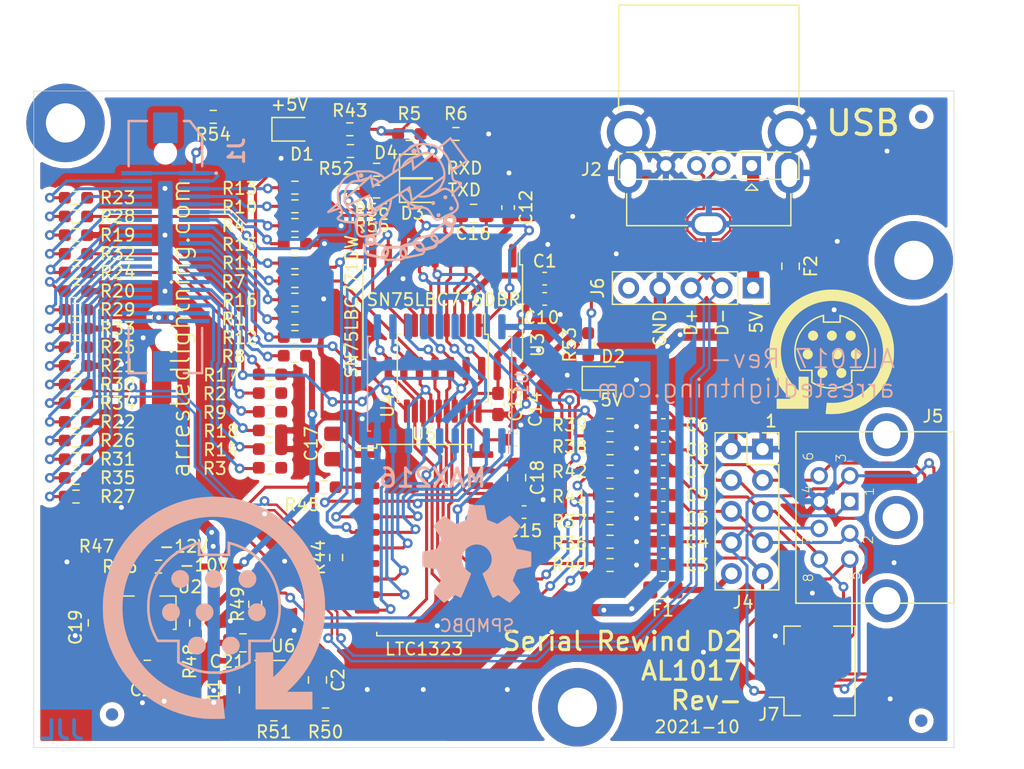
<source format=kicad_pcb>
(kicad_pcb (version 20171130) (host pcbnew 5.1.10-88a1d61d58~89~ubuntu20.04.1)
  (layers (0 F.Cu signal) (31 B.Cu signal) (34 B.Paste user) (35 F.Paste user) (36 B.SilkS user) (37 F.SilkS user) (38 B.Mask user) (39 F.Mask user) (44 Edge.Cuts user))
  (net 0 "")
  (net 1 GND)
  (net 2 +5V)
  (net 3 /GPi)
  (net 4 /HSKo)
  (net 5 /HSKi)
  (net 6 /TXD+)
  (net 7 /RXD+)
  (net 8 /TXD-)
  (net 9 /RXD-)
  (net 10 +5VL)
  (net 11 VBUS)
  (net 12 /USB-)
  (net 13 /USB+)
  (net 14 "Net-(J6-Pad5)")
  (net 15 "Net-(J1-Pad19)")
  (net 16 /CLKOUT)
  (net 17 /I2C_SCL)
  (net 18 "Net-(J1-Pad27)")
  (net 19 "Net-(J1-Pad35)")
  (net 20 /AUX1)
  (net 21 "Net-(J1-Pad9)")
  (net 22 "Net-(J1-Pad15)")
  (net 23 "Net-(J1-Pad23)")
  (net 24 -10V)
  (net 25 /I2C_SDA)
  (net 26 "Net-(J1-Pad29)")
  (net 27 "Net-(J1-Pad7)")
  (net 28 "Net-(J1-Pad13)")
  (net 29 /LOADOUT)
  (net 30 "Net-(J1-Pad21)")
  (net 31 "Net-(J1-Pad5)")
  (net 32 "Net-(J1-Pad33)")
  (net 33 "Net-(J1-Pad11)")
  (net 34 "Net-(J1-Pad17)")
  (net 35 "Net-(J1-Pad25)")
  (net 36 "Net-(J1-Pad31)")
  (net 37 "Net-(J1-Pad8)")
  (net 38 "Net-(J1-Pad14)")
  (net 39 "Net-(J1-Pad22)")
  (net 40 "Net-(J1-Pad28)")
  (net 41 "Net-(J1-Pad4)")
  (net 42 "Net-(J1-Pad12)")
  (net 43 "Net-(J1-Pad20)")
  (net 44 +12V)
  (net 45 /AUD_IN_RTN)
  (net 46 "Net-(J1-Pad30)")
  (net 47 /AUD_OUT_RTN)
  (net 48 "Net-(J1-Pad36)")
  (net 49 "Net-(J1-Pad6)")
  (net 50 "Net-(J1-Pad16)")
  (net 51 "Net-(J1-Pad24)")
  (net 52 /AUD_IN)
  (net 53 "Net-(J1-Pad32)")
  (net 54 "Net-(J1-Pad10)")
  (net 55 -12V)
  (net 56 "Net-(J1-Pad18)")
  (net 57 "Net-(J1-Pad26)")
  (net 58 "Net-(J1-Pad34)")
  (net 59 /AUD_OUT)
  (net 60 -5V)
  (net 61 /transceivers/C-)
  (net 62 /transceivers/C+)
  (net 63 "Net-(C17-Pad1)")
  (net 64 "Net-(C17-Pad2)")
  (net 65 "Net-(C18-Pad2)")
  (net 66 "Net-(C18-Pad1)")
  (net 67 "Net-(C19-Pad1)")
  (net 68 ~COMM_DTR)
  (net 69 COMM_SHDN)
  (net 70 COMM_TRXC)
  (net 71 MODEM_DET)
  (net 72 ~COMM_TXD)
  (net 73 ~COMM_RESET)
  (net 74 ~COMM_GPIO_L)
  (net 75 ~COMM_RTS)
  (net 76 ~COMM_RING_DET)
  (net 77 COMM_RXD)
  (net 78 "Net-(R44-Pad1)")
  (net 79 "Net-(R45-Pad1)")
  (net 80 PHY_RXD+)
  (net 81 PHY_RXD-)
  (net 82 PHY_HSKi)
  (net 83 PHY_GPi)
  (net 84 PHY_HSKo)
  (net 85 PHY_TXD+)
  (net 86 PHY_TXD-)
  (net 87 +3V3)
  (net 88 "Net-(C2-Pad1)")
  (net 89 "Net-(C2-Pad2)")
  (net 90 "Net-(C20-Pad1)")
  (net 91 "Net-(C21-Pad1)")
  (net 92 "Net-(R50-Pad2)")
  (net 93 "Net-(D1-Pad2)")
  (net 94 "Net-(D2-Pad1)")
  (net 95 "Net-(J1-Pad1)")
  (net 96 "Net-(D3-Pad1)")
  (net 97 "Net-(D4-Pad1)")
  (module Resistor_SMD:R_0603_1608Metric_Pad0.98x0.95mm_HandSolder (layer F.Cu) (at 77.978 106.426)
    (fp_text reference R56 (at -0.381 3.302) (layer F.SilkS))
    (fp_text value 4K7)
    (pad 2 smd roundrect (at 0.9125 0) (size 0.975 0.95) (layers F.Cu F.Paste F.Mask) (net 97 "Net-(D4-Pad1)"))
    (pad 1 smd roundrect (at -0.9125 0) (size 0.975 0.95) (layers F.Cu F.Paste F.Mask) (net 77 COMM_RXD))
  )
  (module Resistor_SMD:R_0603_1608Metric_Pad0.98x0.95mm_HandSolder (layer F.Cu) (at 77.978 108.204)
    (fp_text reference R55 (at -0.381 2.794) (layer F.SilkS))
    (fp_text value 4K7)
    (pad 2 smd roundrect (at 0.9125 0) (size 0.975 0.95) (layers F.Cu F.Paste F.Mask) (net 96 "Net-(D3-Pad1)"))
    (pad 1 smd roundrect (at -0.9125 0) (size 0.975 0.95) (layers F.Cu F.Paste F.Mask) (net 72 ~COMM_TXD))
  )
  (module LED_SMD:LED_0805_2012Metric (layer F.Cu) (at 81.534 106.1212)
    (fp_text reference D4 (at -2.794 -1.0922) (layer F.SilkS))
    (fp_text value WHITE)
    (pad 2 smd roundrect (at 0.9375 0) (size 0.975 1.4) (layers F.Cu F.Paste F.Mask) (net 2 +5V))
    (pad 1 smd roundrect (at -0.9375 0) (size 0.975 1.4) (layers F.Cu F.Paste F.Mask) (net 97 "Net-(D4-Pad1)"))
  )
  (module LED_SMD:LED_0805_2012Metric (layer F.Cu) (at 81.534 108.1278)
    (fp_text reference D3 (at -0.635 1.8542) (layer F.SilkS))
    (fp_text value WHITE)
    (pad 2 smd roundrect (at 0.9375 0) (size 0.975 1.4) (layers F.Cu F.Paste F.Mask) (net 2 +5V))
    (pad 1 smd roundrect (at -0.9375 0) (size 0.975 1.4) (layers F.Cu F.Paste F.Mask) (net 96 "Net-(D3-Pad1)"))
  )
  (module Fiducial:Fiducial_1mm_Mask2mm (layer B.Cu) (at 122.428 102.108)
    (fp_text reference FID6 hide)
    (fp_text value Fiducial)
    (pad "" smd circle (at 0 0) (size 1 1) (layers B.Cu B.Mask) (clearance 0.5))
  )
  (module Fiducial:Fiducial_1mm_Mask2mm (layer F.Cu) (at 56.388 150.876)
    (fp_text reference FID5 hide)
    (fp_text value Fiducial)
    (pad "" smd circle (at 0 0) (size 1 1) (layers F.Cu F.Mask) (clearance 0.5))
  )
  (module Fiducial:Fiducial_1mm_Mask2mm (layer B.Cu) (at 56.388 150.876)
    (fp_text reference FID4 hide)
    (fp_text value Fiducial)
    (pad "" smd circle (at 0 0) (size 1 1) (layers B.Cu B.Mask) (clearance 0.5))
  )
  (module Fiducial:Fiducial_1mm_Mask2mm (layer F.Cu) (at 122.428 151.384)
    (fp_text reference FID3 hide)
    (fp_text value Fiducial)
    (pad "" smd circle (at 0 0) (size 1 1) (layers F.Cu F.Mask) (clearance 0.5))
  )
  (module Fiducial:Fiducial_1mm_Mask2mm (layer B.Cu) (at 122.428 151.384)
    (fp_text reference FID2 hide)
    (fp_text value Fiducial)
    (pad "" smd circle (at 0 0) (size 1 1) (layers B.Cu B.Mask) (clearance 0.5))
  )
  (module Fiducial:Fiducial_1mm_Mask2mm (layer F.Cu) (at 122.428 102.108)
    (fp_text reference FID1 hide)
    (fp_text value Fiducial)
    (pad "" smd circle (at 0 0) (size 1 1) (layers F.Cu F.Mask) (clearance 0.5))
  )
  (module Logo:Logo2 (layer F.Cu) (at 115.1255 121.285)
    (fp_text reference G*** hide)
    (fp_text value LOGO hide)
  )
  (module Logo:Logo (layer B.Cu) (at 64.7065 142.1765 180)
    (fp_text reference G*** hide)
    (fp_text value LOGO hide)
  )
  (module Symbol:OSHW-Symbol_8.9x8mm_SilkScreen (layer B.Cu) (at 86.1695 137.795 180)
    (fp_text reference REF** hide)
    (fp_text value OSHW-Symbol_8.9x8mm_SilkScreen hide)
  )
  (module AL_Logo:AL_Logo_13mm (layer B.Cu) (at 79.248 109.474 180)
    (fp_text reference REF** hide)
    (fp_text value AL_Logo_13mm)
  )
  (module AL_Footprints:0528850474 (layer B.Cu) (at 60.74 105.05 270)
    (fp_text reference J1 (at -0.148 -5.808 270) (layer B.SilkS) (effects (font (size 1.27 1.27) (thickness 0.254)) (justify mirror)))
    (fp_text value Conn_02x20_Odd_Even hide)
    (pad 1 smd rect (at 1.653 -2.35 270) (size 0.35 2.5) (layers B.Cu B.Paste B.Mask) (net 95 "Net-(J1-Pad1)"))
    (pad 2 smd rect (at 1.653 2.35 270) (size 0.35 2.5) (layers B.Cu B.Paste B.Mask) (net 95 "Net-(J1-Pad1)"))
    (pad 3 smd rect (at 2.288 -2.35 270) (size 0.35 2.5) (layers B.Cu B.Paste B.Mask) (net 95 "Net-(J1-Pad1)"))
    (pad 4 smd rect (at 2.288 2.35 270) (size 0.35 2.5) (layers B.Cu B.Paste B.Mask) (net 41 "Net-(J1-Pad4)"))
    (pad 5 smd rect (at 2.923 -2.35 270) (size 0.35 2.5) (layers B.Cu B.Paste B.Mask) (net 31 "Net-(J1-Pad5)"))
    (pad 6 smd rect (at 2.923 2.35 270) (size 0.35 2.5) (layers B.Cu B.Paste B.Mask) (net 49 "Net-(J1-Pad6)"))
    (pad 7 smd rect (at 3.558 -2.35 270) (size 0.35 2.5) (layers B.Cu B.Paste B.Mask) (net 27 "Net-(J1-Pad7)"))
    (pad 8 smd rect (at 3.558 2.35 270) (size 0.35 2.5) (layers B.Cu B.Paste B.Mask) (net 37 "Net-(J1-Pad8)"))
    (pad 9 smd rect (at 4.193 -2.35 270) (size 0.35 2.5) (layers B.Cu B.Paste B.Mask) (net 21 "Net-(J1-Pad9)"))
    (pad 10 smd rect (at 4.193 2.35 270) (size 0.35 2.5) (layers B.Cu B.Paste B.Mask) (net 54 "Net-(J1-Pad10)"))
    (pad 11 smd rect (at 4.828 -2.35 270) (size 0.35 2.5) (layers B.Cu B.Paste B.Mask) (net 33 "Net-(J1-Pad11)"))
    (pad 12 smd rect (at 4.828 2.35 270) (size 0.35 2.5) (layers B.Cu B.Paste B.Mask) (net 42 "Net-(J1-Pad12)"))
    (pad 13 smd rect (at 5.463 -2.35 270) (size 0.35 2.5) (layers B.Cu B.Paste B.Mask) (net 28 "Net-(J1-Pad13)"))
    (pad 14 smd rect (at 5.463 2.35 270) (size 0.35 2.5) (layers B.Cu B.Paste B.Mask) (net 38 "Net-(J1-Pad14)"))
    (pad 15 smd rect (at 6.098 -2.35 270) (size 0.35 2.5) (layers B.Cu B.Paste B.Mask) (net 22 "Net-(J1-Pad15)"))
    (pad 16 smd rect (at 6.098 2.35 270) (size 0.35 2.5) (layers B.Cu B.Paste B.Mask) (net 50 "Net-(J1-Pad16)"))
    (pad 17 smd rect (at 6.733 -2.35 270) (size 0.35 2.5) (layers B.Cu B.Paste B.Mask) (net 34 "Net-(J1-Pad17)"))
    (pad 18 smd rect (at 6.733 2.35 270) (size 0.35 2.5) (layers B.Cu B.Paste B.Mask) (net 56 "Net-(J1-Pad18)"))
    (pad 19 smd rect (at 7.368 -2.35 270) (size 0.35 2.5) (layers B.Cu B.Paste B.Mask) (net 15 "Net-(J1-Pad19)"))
    (pad 20 smd rect (at 7.368 2.35 270) (size 0.35 2.5) (layers B.Cu B.Paste B.Mask) (net 43 "Net-(J1-Pad20)"))
    (pad 21 smd rect (at 8.003 -2.35 270) (size 0.35 2.5) (layers B.Cu B.Paste B.Mask) (net 30 "Net-(J1-Pad21)"))
    (pad 22 smd rect (at 8.003 2.35 270) (size 0.35 2.5) (layers B.Cu B.Paste B.Mask) (net 39 "Net-(J1-Pad22)"))
    (pad 23 smd rect (at 8.638 -2.35 270) (size 0.35 2.5) (layers B.Cu B.Paste B.Mask) (net 23 "Net-(J1-Pad23)"))
    (pad 24 smd rect (at 8.638 2.35 270) (size 0.35 2.5) (layers B.Cu B.Paste B.Mask) (net 51 "Net-(J1-Pad24)"))
    (pad 25 smd rect (at 9.273 -2.35 270) (size 0.35 2.5) (layers B.Cu B.Paste B.Mask) (net 35 "Net-(J1-Pad25)"))
    (pad 26 smd rect (at 9.273 2.35 270) (size 0.35 2.5) (layers B.Cu B.Paste B.Mask) (net 57 "Net-(J1-Pad26)"))
    (pad 27 smd rect (at 9.908 -2.35 270) (size 0.35 2.5) (layers B.Cu B.Paste B.Mask) (net 18 "Net-(J1-Pad27)"))
    (pad 28 smd rect (at 9.908 2.35 270) (size 0.35 2.5) (layers B.Cu B.Paste B.Mask) (net 40 "Net-(J1-Pad28)"))
    (pad 29 smd rect (at 10.543 -2.35 270) (size 0.35 2.5) (layers B.Cu B.Paste B.Mask) (net 26 "Net-(J1-Pad29)"))
    (pad 30 smd rect (at 10.543 2.35 270) (size 0.35 2.5) (layers B.Cu B.Paste B.Mask) (net 46 "Net-(J1-Pad30)"))
    (pad 31 smd rect (at 11.178 -2.35 270) (size 0.35 2.5) (layers B.Cu B.Paste B.Mask) (net 36 "Net-(J1-Pad31)"))
    (pad 32 smd rect (at 11.178 2.35 270) (size 0.35 2.5) (layers B.Cu B.Paste B.Mask) (net 53 "Net-(J1-Pad32)"))
    (pad 33 smd rect (at 11.813 -2.35 270) (size 0.35 2.5) (layers B.Cu B.Paste B.Mask) (net 32 "Net-(J1-Pad33)"))
    (pad 34 smd rect (at 11.813 2.35 270) (size 0.35 2.5) (layers B.Cu B.Paste B.Mask) (net 58 "Net-(J1-Pad34)"))
    (pad 35 smd rect (at 12.448 -2.35 270) (size 0.35 2.5) (layers B.Cu B.Paste B.Mask) (net 19 "Net-(J1-Pad35)"))
    (pad 36 smd rect (at 12.448 2.35 270) (size 0.35 2.5) (layers B.Cu B.Paste B.Mask) (net 48 "Net-(J1-Pad36)"))
    (pad 37 smd rect (at 13.083 -2.35 270) (size 0.35 2.5) (layers B.Cu B.Paste B.Mask) (net 2 +5V))
    (pad 38 smd rect (at 13.083 2.35 270) (size 0.35 2.5) (layers B.Cu B.Paste B.Mask) (net 2 +5V))
    (pad 39 smd rect (at 13.718 -2.35 270) (size 0.35 2.5) (layers B.Cu B.Paste B.Mask) (net 2 +5V))
    (pad 40 smd rect (at 13.718 2.35 270) (size 0.35 2.5) (layers B.Cu B.Paste B.Mask) (net 2 +5V))
    (pad MH1 np_thru_hole circle (at 0 0 270) (size 0.9 0) (drill 0.9) (layers *.Cu *.Mask))
    (pad MH2 np_thru_hole circle (at 15.37 0 270) (size 0.7 0) (drill 0.7) (layers *.Cu *.Mask))
    (pad MP1 smd rect (at -2.05 0 180) (size 2 2.5) (layers B.Cu B.Paste B.Mask))
    (pad MP2 smd rect (at 17.42 0 180) (size 2 2.5) (layers B.Cu B.Paste B.Mask))
  )
  (module Capacitor_SMD:C_0603_1608Metric_Pad1.08x0.95mm_HandSolder (layer F.Cu) (at 91.694 115.316)
    (fp_text reference C1 (at 0 -1.43 180) (layer F.SilkS))
    (fp_text value 0.1uF)
    (pad 2 smd roundrect (at 0.8625 0) (size 1.075 0.95) (layers F.Cu F.Paste F.Mask) (net 1 GND))
    (pad 1 smd roundrect (at -0.8625 0) (size 1.075 0.95) (layers F.Cu F.Paste F.Mask) (net 60 -5V))
  )
  (module Capacitor_SMD:C_0603_1608Metric_Pad1.08x0.95mm_HandSolder (layer F.Cu) (at 101.3725 138.684)
    (fp_text reference C3 (at 2.7675 0) (layer F.SilkS))
    (fp_text value 100pF)
    (pad 2 smd roundrect (at 0.8625 0) (size 1.075 0.95) (layers F.Cu F.Paste F.Mask) (net 3 /GPi))
    (pad 1 smd roundrect (at -0.8625 0) (size 1.075 0.95) (layers F.Cu F.Paste F.Mask) (net 1 GND))
  )
  (module Capacitor_SMD:C_0603_1608Metric_Pad1.08x0.95mm_HandSolder (layer F.Cu) (at 101.3725 136.779 180)
    (fp_text reference C4 (at -2.7675 0) (layer F.SilkS))
    (fp_text value 100pF)
    (pad 2 smd roundrect (at 0.8625 0 180) (size 1.075 0.95) (layers F.Cu F.Paste F.Mask) (net 1 GND))
    (pad 1 smd roundrect (at -0.8625 0 180) (size 1.075 0.95) (layers F.Cu F.Paste F.Mask) (net 4 /HSKo))
  )
  (module Capacitor_SMD:C_0603_1608Metric_Pad1.08x0.95mm_HandSolder (layer F.Cu) (at 101.3725 134.874)
    (fp_text reference C5 (at 2.7675 0) (layer F.SilkS))
    (fp_text value 100pF)
    (pad 1 smd roundrect (at -0.8625 0) (size 1.075 0.95) (layers F.Cu F.Paste F.Mask) (net 1 GND))
    (pad 2 smd roundrect (at 0.8625 0) (size 1.075 0.95) (layers F.Cu F.Paste F.Mask) (net 5 /HSKi))
  )
  (module Capacitor_SMD:C_0603_1608Metric_Pad1.08x0.95mm_HandSolder (layer F.Cu) (at 101.3725 127.254 180)
    (fp_text reference C6 (at -2.7675 0) (layer F.SilkS))
    (fp_text value 100pF)
    (pad 1 smd roundrect (at -0.8625 0 180) (size 1.075 0.95) (layers F.Cu F.Paste F.Mask) (net 6 /TXD+))
    (pad 2 smd roundrect (at 0.8625 0 180) (size 1.075 0.95) (layers F.Cu F.Paste F.Mask) (net 1 GND))
  )
  (module Capacitor_SMD:C_0603_1608Metric_Pad1.08x0.95mm_HandSolder (layer F.Cu) (at 101.3725 131.064)
    (fp_text reference C7 (at 2.7675 0) (layer F.SilkS))
    (fp_text value 100pF)
    (pad 2 smd roundrect (at 0.8625 0) (size 1.075 0.95) (layers F.Cu F.Paste F.Mask) (net 7 /RXD+))
    (pad 1 smd roundrect (at -0.8625 0) (size 1.075 0.95) (layers F.Cu F.Paste F.Mask) (net 1 GND))
  )
  (module Capacitor_SMD:C_0603_1608Metric_Pad1.08x0.95mm_HandSolder (layer F.Cu) (at 101.3725 129.159 180)
    (fp_text reference C8 (at -2.7675 -0.127) (layer F.SilkS))
    (fp_text value 100pF)
    (pad 2 smd roundrect (at 0.8625 0 180) (size 1.075 0.95) (layers F.Cu F.Paste F.Mask) (net 1 GND))
    (pad 1 smd roundrect (at -0.8625 0 180) (size 1.075 0.95) (layers F.Cu F.Paste F.Mask) (net 8 /TXD-))
  )
  (module Capacitor_SMD:C_0603_1608Metric_Pad1.08x0.95mm_HandSolder (layer F.Cu) (at 101.3725 132.969)
    (fp_text reference C9 (at 2.7675 0) (layer F.SilkS))
    (fp_text value 100pF)
    (pad 1 smd roundrect (at -0.8625 0) (size 1.075 0.95) (layers F.Cu F.Paste F.Mask) (net 1 GND))
    (pad 2 smd roundrect (at 0.8625 0) (size 1.075 0.95) (layers F.Cu F.Paste F.Mask) (net 9 /RXD-))
  )
  (module LED_SMD:LED_0805_2012Metric (layer F.Cu) (at 71.12 103.124)
    (fp_text reference D1 (at 0.762 2.032) (layer F.SilkS))
    (fp_text value GREEN)
    (pad 1 smd roundrect (at -0.9375 0) (size 0.975 1.4) (layers F.Cu F.Paste F.Mask) (net 1 GND))
    (pad 2 smd roundrect (at 0.9375 0) (size 0.975 1.4) (layers F.Cu F.Paste F.Mask) (net 93 "Net-(D1-Pad2)"))
  )
  (module Fuse:Fuse_0805_2012Metric_Pad1.15x1.40mm_HandSolder (layer F.Cu) (at 101.337 140.716 180)
    (fp_text reference F1 (at 0 -1.65) (layer F.SilkS))
    (fp_text value Polyfuse)
    (pad 2 smd roundrect (at 1.025 0 180) (size 1.15 1.4) (layers F.Cu F.Paste F.Mask) (roundrect_rratio 0.2173904347826087) (net 2 +5V))
    (pad 1 smd roundrect (at -1.025 0 180) (size 1.15 1.4) (layers F.Cu F.Paste F.Mask) (roundrect_rratio 0.2173904347826087) (net 10 +5VL))
  )
  (module Fuse:Fuse_0805_2012Metric_Pad1.15x1.40mm_HandSolder (layer F.Cu) (at 111.76 114.3 270)
    (fp_text reference F2 (at 0 -1.65 90) (layer F.SilkS))
    (fp_text value Polyfuse)
    (pad 1 smd roundrect (at -1.025 0 270) (size 1.15 1.4) (layers F.Cu F.Paste F.Mask) (roundrect_rratio 0.2173904347826087) (net 11 VBUS))
    (pad 2 smd roundrect (at 1.025 0 270) (size 1.15 1.4) (layers F.Cu F.Paste F.Mask) (roundrect_rratio 0.2173904347826087) (net 2 +5V))
  )
  (module Connector_PinSocket_2.54mm:PinSocket_2x05_P2.54mm_Vertical (layer F.Cu) (at 109.474 129.2225)
    (fp_text reference J4 (at -1.5875 12.5095) (layer F.SilkS))
    (fp_text value Conn_02x05_Odd_Even)
    (pad 1 thru_hole rect (at 0 0) (size 1.7 1.7) (drill 1) (layers *.Cu *.Mask) (net 1 GND))
    (pad 2 thru_hole oval (at -2.54 0) (size 1.7 1.7) (drill 1) (layers *.Cu *.Mask) (net 1 GND))
    (pad 3 thru_hole oval (at 0 2.54) (size 1.7 1.7) (drill 1) (layers *.Cu *.Mask) (net 6 /TXD+))
    (pad 4 thru_hole oval (at -2.54 2.54) (size 1.7 1.7) (drill 1) (layers *.Cu *.Mask) (net 8 /TXD-))
    (pad 5 thru_hole oval (at 0 5.08) (size 1.7 1.7) (drill 1) (layers *.Cu *.Mask) (net 7 /RXD+))
    (pad 6 thru_hole oval (at -2.54 5.08) (size 1.7 1.7) (drill 1) (layers *.Cu *.Mask) (net 9 /RXD-))
    (pad 7 thru_hole oval (at 0 7.62) (size 1.7 1.7) (drill 1) (layers *.Cu *.Mask) (net 5 /HSKi))
    (pad 8 thru_hole oval (at -2.54 7.62) (size 1.7 1.7) (drill 1) (layers *.Cu *.Mask) (net 4 /HSKo))
    (pad 9 thru_hole oval (at 0 10.16) (size 1.7 1.7) (drill 1) (layers *.Cu *.Mask) (net 3 /GPi))
    (pad 10 thru_hole oval (at -2.54 10.16) (size 1.7 1.7) (drill 1) (layers *.Cu *.Mask) (net 10 +5VL))
  )
  (module Connector_PinSocket_2.54mm:PinSocket_1x05_P2.54mm_Vertical (layer F.Cu) (at 108.712 116.078 270)
    (fp_text reference J6 (at 0 12.7 90) (layer F.SilkS))
    (fp_text value Conn_01x05_Male)
    (pad 1 thru_hole rect (at 0 0 270) (size 1.7 1.7) (drill 1) (layers *.Cu *.Mask) (net 11 VBUS))
    (pad 2 thru_hole oval (at 0 2.54 270) (size 1.7 1.7) (drill 1) (layers *.Cu *.Mask) (net 12 /USB-))
    (pad 3 thru_hole oval (at 0 5.08 270) (size 1.7 1.7) (drill 1) (layers *.Cu *.Mask) (net 13 /USB+))
    (pad 4 thru_hole oval (at 0 7.62 270) (size 1.7 1.7) (drill 1) (layers *.Cu *.Mask) (net 1 GND))
    (pad 5 thru_hole oval (at 0 10.16 270) (size 1.7 1.7) (drill 1) (layers *.Cu *.Mask) (net 14 "Net-(J6-Pad5)"))
  )
  (module Resistor_SMD:R_0603_1608Metric_Pad0.98x0.95mm_HandSolder (layer F.Cu) (at 71.3105 118.5545)
    (fp_text reference R1 (at -5.0165 0.0635) (layer F.SilkS))
    (fp_text value 0-DNP)
    (pad 1 smd roundrect (at -0.9125 0) (size 0.975 0.95) (layers F.Cu F.Paste F.Mask) (net 15 "Net-(J1-Pad19)"))
    (pad 2 smd roundrect (at 0.9125 0) (size 0.975 0.95) (layers F.Cu F.Paste F.Mask) (net 16 /CLKOUT))
  )
  (module Resistor_SMD:R_0603_1608Metric_Pad0.98x0.95mm_HandSolder (layer F.Cu) (at 69.2785 124.6505)
    (fp_text reference R2 (at -4.5085 0.0635) (layer F.SilkS))
    (fp_text value 0-DNP)
    (pad 2 smd roundrect (at 0.9125 0) (size 0.975 0.95) (layers F.Cu F.Paste F.Mask) (net 17 /I2C_SCL))
    (pad 1 smd roundrect (at -0.9125 0) (size 0.975 0.95) (layers F.Cu F.Paste F.Mask) (net 18 "Net-(J1-Pad27)"))
  )
  (module Resistor_SMD:R_0603_1608Metric_Pad0.98x0.95mm_HandSolder (layer F.Cu) (at 69.2785 130.7465)
    (fp_text reference R3 (at -4.5085 0.0635) (layer F.SilkS))
    (fp_text value 0-DNP)
    (pad 1 smd roundrect (at -0.9125 0) (size 0.975 0.95) (layers F.Cu F.Paste F.Mask) (net 19 "Net-(J1-Pad35)"))
    (pad 2 smd roundrect (at 0.9125 0) (size 0.975 0.95) (layers F.Cu F.Paste F.Mask) (net 20 /AUX1))
  )
  (module Resistor_SMD:R_0603_1608Metric_Pad0.98x0.95mm_HandSolder (layer F.Cu) (at 71.3105 110.9345)
    (fp_text reference R4 (at -5.0165 0.0635) (layer F.SilkS))
    (fp_text value 0)
    (pad 2 smd roundrect (at 0.9125 0) (size 0.975 0.95) (layers F.Cu F.Paste F.Mask) (net 68 ~COMM_DTR))
    (pad 1 smd roundrect (at -0.9125 0) (size 0.975 0.95) (layers F.Cu F.Paste F.Mask) (net 21 "Net-(J1-Pad9)"))
  )
  (module Resistor_SMD:R_0603_1608Metric_Pad0.98x0.95mm_HandSolder (layer F.Cu) (at 80.645 103.505 180)
    (fp_text reference R5 (at 0 1.651) (layer F.SilkS))
    (fp_text value 0-DNP)
    (pad 1 smd roundrect (at -0.9125 0 180) (size 0.975 0.95) (layers F.Cu F.Paste F.Mask) (net 69 COMM_SHDN))
    (pad 2 smd roundrect (at 0.9125 0 180) (size 0.975 0.95) (layers F.Cu F.Paste F.Mask) (net 2 +5V))
  )
  (module Resistor_SMD:R_0603_1608Metric_Pad0.98x0.95mm_HandSolder (layer F.Cu) (at 84.455 103.505 180)
    (fp_text reference R6 (at 0 1.651) (layer F.SilkS))
    (fp_text value 0-DNP)
    (pad 2 smd roundrect (at 0.9125 0 180) (size 0.975 0.95) (layers F.Cu F.Paste F.Mask) (net 69 COMM_SHDN))
    (pad 1 smd roundrect (at -0.9125 0 180) (size 0.975 0.95) (layers F.Cu F.Paste F.Mask) (net 1 GND))
  )
  (module Resistor_SMD:R_0603_1608Metric_Pad0.98x0.95mm_HandSolder (layer F.Cu) (at 71.3105 115.5065)
    (fp_text reference R7 (at -5.0165 0.0635) (layer F.SilkS))
    (fp_text value 0)
    (pad 2 smd roundrect (at 0.9125 0) (size 0.975 0.95) (layers F.Cu F.Paste F.Mask) (net 70 COMM_TRXC))
    (pad 1 smd roundrect (at -0.9125 0) (size 0.975 0.95) (layers F.Cu F.Paste F.Mask) (net 22 "Net-(J1-Pad15)"))
  )
  (module Resistor_SMD:R_0603_1608Metric_Pad0.98x0.95mm_HandSolder (layer F.Cu) (at 71.3105 121.6025)
    (fp_text reference R8 (at -5.0165 0.0635) (layer F.SilkS))
    (fp_text value 0)
    (pad 1 smd roundrect (at -0.9125 0) (size 0.975 0.95) (layers F.Cu F.Paste F.Mask) (net 23 "Net-(J1-Pad23)"))
    (pad 2 smd roundrect (at 0.9125 0) (size 0.975 0.95) (layers F.Cu F.Paste F.Mask) (net 24 -10V))
  )
  (module Resistor_SMD:R_0603_1608Metric_Pad0.98x0.95mm_HandSolder (layer F.Cu) (at 69.2785 126.1745)
    (fp_text reference R9 (at -4.5085 0.0635) (layer F.SilkS))
    (fp_text value 0-DNP)
    (pad 2 smd roundrect (at 0.9125 0) (size 0.975 0.95) (layers F.Cu F.Paste F.Mask) (net 25 /I2C_SDA))
    (pad 1 smd roundrect (at -0.9125 0) (size 0.975 0.95) (layers F.Cu F.Paste F.Mask) (net 26 "Net-(J1-Pad29)"))
  )
  (module Resistor_SMD:R_0603_1608Metric_Pad0.98x0.95mm_HandSolder (layer F.Cu) (at 71.3105 109.4105)
    (fp_text reference R10 (at -4.5085 0.0635) (layer F.SilkS))
    (fp_text value 0-DNP)
    (pad 1 smd roundrect (at -0.9125 0) (size 0.975 0.95) (layers F.Cu F.Paste F.Mask) (net 27 "Net-(J1-Pad7)"))
    (pad 2 smd roundrect (at 0.9125 0) (size 0.975 0.95) (layers F.Cu F.Paste F.Mask) (net 71 MODEM_DET))
  )
  (module Resistor_SMD:R_0603_1608Metric_Pad0.98x0.95mm_HandSolder (layer F.Cu) (at 71.3105 113.9825)
    (fp_text reference R11 (at -4.5085 0.0635) (layer F.SilkS))
    (fp_text value 0)
    (pad 1 smd roundrect (at -0.9125 0) (size 0.975 0.95) (layers F.Cu F.Paste F.Mask) (net 28 "Net-(J1-Pad13)"))
    (pad 2 smd roundrect (at 0.9125 0) (size 0.975 0.95) (layers F.Cu F.Paste F.Mask) (net 72 ~COMM_TXD))
  )
  (module Resistor_SMD:R_0603_1608Metric_Pad0.98x0.95mm_HandSolder (layer F.Cu) (at 71.3105 120.0785)
    (fp_text reference R12 (at -4.5085 0.0635) (layer F.SilkS))
    (fp_text value 0-DNP)
    (pad 2 smd roundrect (at 0.9125 0) (size 0.975 0.95) (layers F.Cu F.Paste F.Mask) (net 29 /LOADOUT))
    (pad 1 smd roundrect (at -0.9125 0) (size 0.975 0.95) (layers F.Cu F.Paste F.Mask) (net 30 "Net-(J1-Pad21)"))
  )
  (module Resistor_SMD:R_0603_1608Metric_Pad0.98x0.95mm_HandSolder (layer F.Cu) (at 71.3105 107.8865)
    (fp_text reference R13 (at -4.5085 0.0635) (layer F.SilkS))
    (fp_text value 0)
    (pad 2 smd roundrect (at 0.9125 0) (size 0.975 0.95) (layers F.Cu F.Paste F.Mask) (net 69 COMM_SHDN))
    (pad 1 smd roundrect (at -0.9125 0) (size 0.975 0.95) (layers F.Cu F.Paste F.Mask) (net 31 "Net-(J1-Pad5)"))
  )
  (module Resistor_SMD:R_0603_1608Metric_Pad0.98x0.95mm_HandSolder (layer F.Cu) (at 69.2785 129.2225)
    (fp_text reference R14 (at -4.0005 0.0635) (layer F.SilkS))
    (fp_text value 0)
    (pad 1 smd roundrect (at -0.9125 0) (size 0.975 0.95) (layers F.Cu F.Paste F.Mask) (net 32 "Net-(J1-Pad33)"))
    (pad 2 smd roundrect (at 0.9125 0) (size 0.975 0.95) (layers F.Cu F.Paste F.Mask) (net 1 GND))
  )
  (module Resistor_SMD:R_0603_1608Metric_Pad0.98x0.95mm_HandSolder (layer F.Cu) (at 71.3105 112.4585)
    (fp_text reference R15 (at -4.5085 0.0635) (layer F.SilkS))
    (fp_text value 0)
    (pad 1 smd roundrect (at -0.9125 0) (size 0.975 0.95) (layers F.Cu F.Paste F.Mask) (net 33 "Net-(J1-Pad11)"))
    (pad 2 smd roundrect (at 0.9125 0) (size 0.975 0.95) (layers F.Cu F.Paste F.Mask) (net 1 GND))
  )
  (module Resistor_SMD:R_0603_1608Metric_Pad0.98x0.95mm_HandSolder (layer F.Cu) (at 71.3105 117.0305)
    (fp_text reference R16 (at -4.5085 0.0635) (layer F.SilkS))
    (fp_text value 0)
    (pad 2 smd roundrect (at 0.9125 0) (size 0.975 0.95) (layers F.Cu F.Paste F.Mask) (net 1 GND))
    (pad 1 smd roundrect (at -0.9125 0) (size 0.975 0.95) (layers F.Cu F.Paste F.Mask) (net 34 "Net-(J1-Pad17)"))
  )
  (module Resistor_SMD:R_0603_1608Metric_Pad0.98x0.95mm_HandSolder (layer F.Cu) (at 69.2785 123.1265)
    (fp_text reference R17 (at -4.0005 0.0635) (layer F.SilkS))
    (fp_text value 0)
    (pad 1 smd roundrect (at -0.9125 0) (size 0.975 0.95) (layers F.Cu F.Paste F.Mask) (net 35 "Net-(J1-Pad25)"))
    (pad 2 smd roundrect (at 0.9125 0) (size 0.975 0.95) (layers F.Cu F.Paste F.Mask) (net 1 GND))
  )
  (module Resistor_SMD:R_0603_1608Metric_Pad0.98x0.95mm_HandSolder (layer F.Cu) (at 69.2785 127.6985)
    (fp_text reference R18 (at -4.0005 0.0635) (layer F.SilkS))
    (fp_text value 0)
    (pad 2 smd roundrect (at 0.9125 0) (size 0.975 0.95) (layers F.Cu F.Paste F.Mask) (net 1 GND))
    (pad 1 smd roundrect (at -0.9125 0) (size 0.975 0.95) (layers F.Cu F.Paste F.Mask) (net 36 "Net-(J1-Pad31)"))
  )
  (module Resistor_SMD:R_0603_1608Metric_Pad0.98x0.95mm_HandSolder (layer F.Cu) (at 53.4435 111.76 180)
    (fp_text reference R19 (at -3.4055 0) (layer F.SilkS))
    (fp_text value 0)
    (pad 1 smd roundrect (at -0.9125 0 180) (size 0.975 0.95) (layers F.Cu F.Paste F.Mask) (net 1 GND))
    (pad 2 smd roundrect (at 0.9125 0 180) (size 0.975 0.95) (layers F.Cu F.Paste F.Mask) (net 37 "Net-(J1-Pad8)"))
  )
  (module Resistor_SMD:R_0603_1608Metric_Pad0.98x0.95mm_HandSolder (layer F.Cu) (at 53.4435 116.332 180)
    (fp_text reference R20 (at -3.4055 0) (layer F.SilkS))
    (fp_text value 0)
    (pad 2 smd roundrect (at 0.9125 0 180) (size 0.975 0.95) (layers F.Cu F.Paste F.Mask) (net 38 "Net-(J1-Pad14)"))
    (pad 1 smd roundrect (at -0.9125 0 180) (size 0.975 0.95) (layers F.Cu F.Paste F.Mask) (net 1 GND))
  )
  (module Resistor_SMD:R_0603_1608Metric_Pad0.98x0.95mm_HandSolder (layer F.Cu) (at 53.4435 122.428 180)
    (fp_text reference R21 (at -3.4055 0) (layer F.SilkS))
    (fp_text value 0)
    (pad 1 smd roundrect (at -0.9125 0 180) (size 0.975 0.95) (layers F.Cu F.Paste F.Mask) (net 1 GND))
    (pad 2 smd roundrect (at 0.9125 0 180) (size 0.975 0.95) (layers F.Cu F.Paste F.Mask) (net 39 "Net-(J1-Pad22)"))
  )
  (module Resistor_SMD:R_0603_1608Metric_Pad0.98x0.95mm_HandSolder (layer F.Cu) (at 53.4435 127 180)
    (fp_text reference R22 (at -3.4055 0) (layer F.SilkS))
    (fp_text value 0)
    (pad 2 smd roundrect (at 0.9125 0 180) (size 0.975 0.95) (layers F.Cu F.Paste F.Mask) (net 40 "Net-(J1-Pad28)"))
    (pad 1 smd roundrect (at -0.9125 0 180) (size 0.975 0.95) (layers F.Cu F.Paste F.Mask) (net 1 GND))
  )
  (module Resistor_SMD:R_0603_1608Metric_Pad0.98x0.95mm_HandSolder (layer F.Cu) (at 53.4435 108.712 180)
    (fp_text reference R23 (at -3.4055 0) (layer F.SilkS))
    (fp_text value 0-DNP)
    (pad 2 smd roundrect (at 0.9125 0 180) (size 0.975 0.95) (layers F.Cu F.Paste F.Mask) (net 41 "Net-(J1-Pad4)"))
    (pad 1 smd roundrect (at -0.9125 0 180) (size 0.975 0.95) (layers F.Cu F.Paste F.Mask) (net 73 ~COMM_RESET))
  )
  (module Resistor_SMD:R_0603_1608Metric_Pad0.98x0.95mm_HandSolder (layer F.Cu) (at 53.4435 114.808 180)
    (fp_text reference R24 (at -3.4055 0) (layer F.SilkS))
    (fp_text value 0)
    (pad 1 smd roundrect (at -0.9125 0 180) (size 0.975 0.95) (layers F.Cu F.Paste F.Mask) (net 74 ~COMM_GPIO_L))
    (pad 2 smd roundrect (at 0.9125 0 180) (size 0.975 0.95) (layers F.Cu F.Paste F.Mask) (net 42 "Net-(J1-Pad12)"))
  )
  (module Resistor_SMD:R_0603_1608Metric_Pad0.98x0.95mm_HandSolder (layer F.Cu) (at 53.4435 120.904 180)
    (fp_text reference R25 (at -3.4055 0) (layer F.SilkS))
    (fp_text value 0-DNP)
    (pad 2 smd roundrect (at 0.9125 0 180) (size 0.975 0.95) (layers F.Cu F.Paste F.Mask) (net 43 "Net-(J1-Pad20)"))
    (pad 1 smd roundrect (at -0.9125 0 180) (size 0.975 0.95) (layers F.Cu F.Paste F.Mask) (net 44 +12V))
  )
  (module Resistor_SMD:R_0603_1608Metric_Pad0.98x0.95mm_HandSolder (layer F.Cu) (at 53.4435 128.524 180)
    (fp_text reference R26 (at -3.4055 0) (layer F.SilkS))
    (fp_text value 0-DNP)
    (pad 1 smd roundrect (at -0.9125 0 180) (size 0.975 0.95) (layers F.Cu F.Paste F.Mask) (net 45 /AUD_IN_RTN))
    (pad 2 smd roundrect (at 0.9125 0 180) (size 0.975 0.95) (layers F.Cu F.Paste F.Mask) (net 46 "Net-(J1-Pad30)"))
  )
  (module Resistor_SMD:R_0603_1608Metric_Pad0.98x0.95mm_HandSolder (layer F.Cu) (at 53.4435 133.096 180)
    (fp_text reference R27 (at -3.4055 0) (layer F.SilkS))
    (fp_text value 0-DNP)
    (pad 1 smd roundrect (at -0.9125 0 180) (size 0.975 0.95) (layers F.Cu F.Paste F.Mask) (net 47 /AUD_OUT_RTN))
    (pad 2 smd roundrect (at 0.9125 0 180) (size 0.975 0.95) (layers F.Cu F.Paste F.Mask) (net 48 "Net-(J1-Pad36)"))
  )
  (module Resistor_SMD:R_0603_1608Metric_Pad0.98x0.95mm_HandSolder (layer F.Cu) (at 53.4435 110.236 180)
    (fp_text reference R28 (at -3.4055 0) (layer F.SilkS))
    (fp_text value 0)
    (pad 1 smd roundrect (at -0.9125 0 180) (size 0.975 0.95) (layers F.Cu F.Paste F.Mask) (net 75 ~COMM_RTS))
    (pad 2 smd roundrect (at 0.9125 0 180) (size 0.975 0.95) (layers F.Cu F.Paste F.Mask) (net 49 "Net-(J1-Pad6)"))
  )
  (module Resistor_SMD:R_0603_1608Metric_Pad0.98x0.95mm_HandSolder (layer F.Cu) (at 53.4435 117.856 180)
    (fp_text reference R29 (at -3.4055 0) (layer F.SilkS))
    (fp_text value 0-DNP)
    (pad 2 smd roundrect (at 0.9125 0 180) (size 0.975 0.95) (layers F.Cu F.Paste F.Mask) (net 50 "Net-(J1-Pad16)"))
    (pad 1 smd roundrect (at -0.9125 0 180) (size 0.975 0.95) (layers F.Cu F.Paste F.Mask) (net 76 ~COMM_RING_DET))
  )
  (module Resistor_SMD:R_0603_1608Metric_Pad0.98x0.95mm_HandSolder (layer F.Cu) (at 53.4435 123.952 180)
    (fp_text reference R30 (at -3.4055 0) (layer F.SilkS))
    (fp_text value 0)
    (pad 1 smd roundrect (at -0.9125 0 180) (size 0.975 0.95) (layers F.Cu F.Paste F.Mask) (net 13 /USB+))
    (pad 2 smd roundrect (at 0.9125 0 180) (size 0.975 0.95) (layers F.Cu F.Paste F.Mask) (net 51 "Net-(J1-Pad24)"))
  )
  (module Resistor_SMD:R_0603_1608Metric_Pad0.98x0.95mm_HandSolder (layer F.Cu) (at 53.4435 130.048 180)
    (fp_text reference R31 (at -3.4055 0) (layer F.SilkS))
    (fp_text value 0-DNP)
    (pad 1 smd roundrect (at -0.9125 0 180) (size 0.975 0.95) (layers F.Cu F.Paste F.Mask) (net 52 /AUD_IN))
    (pad 2 smd roundrect (at 0.9125 0 180) (size 0.975 0.95) (layers F.Cu F.Paste F.Mask) (net 53 "Net-(J1-Pad32)"))
  )
  (module Resistor_SMD:R_0603_1608Metric_Pad0.98x0.95mm_HandSolder (layer F.Cu) (at 53.4435 113.284 180)
    (fp_text reference R32 (at -3.4055 0) (layer F.SilkS))
    (fp_text value 0)
    (pad 2 smd roundrect (at 0.9125 0 180) (size 0.975 0.95) (layers F.Cu F.Paste F.Mask) (net 54 "Net-(J1-Pad10)"))
    (pad 1 smd roundrect (at -0.9125 0 180) (size 0.975 0.95) (layers F.Cu F.Paste F.Mask) (net 77 COMM_RXD))
  )
  (module Resistor_SMD:R_0603_1608Metric_Pad0.98x0.95mm_HandSolder (layer F.Cu) (at 53.4435 119.38 180)
    (fp_text reference R33 (at -3.4055 0) (layer F.SilkS))
    (fp_text value 0)
    (pad 1 smd roundrect (at -0.9125 0 180) (size 0.975 0.95) (layers F.Cu F.Paste F.Mask) (net 55 -12V))
    (pad 2 smd roundrect (at 0.9125 0 180) (size 0.975 0.95) (layers F.Cu F.Paste F.Mask) (net 56 "Net-(J1-Pad18)"))
  )
  (module Resistor_SMD:R_0603_1608Metric_Pad0.98x0.95mm_HandSolder (layer F.Cu) (at 53.4435 125.476 180)
    (fp_text reference R34 (at -3.4055 0) (layer F.SilkS))
    (fp_text value 0)
    (pad 2 smd roundrect (at 0.9125 0 180) (size 0.975 0.95) (layers F.Cu F.Paste F.Mask) (net 57 "Net-(J1-Pad26)"))
    (pad 1 smd roundrect (at -0.9125 0 180) (size 0.975 0.95) (layers F.Cu F.Paste F.Mask) (net 12 /USB-))
  )
  (module Resistor_SMD:R_0603_1608Metric_Pad0.98x0.95mm_HandSolder (layer F.Cu) (at 53.4435 131.572 180)
    (fp_text reference R35 (at -3.4055 0) (layer F.SilkS))
    (fp_text value 0-DNP)
    (pad 2 smd roundrect (at 0.9125 0 180) (size 0.975 0.95) (layers F.Cu F.Paste F.Mask) (net 58 "Net-(J1-Pad34)"))
    (pad 1 smd roundrect (at -0.9125 0 180) (size 0.975 0.95) (layers F.Cu F.Paste F.Mask) (net 59 /AUD_OUT))
  )
  (module Resistor_SMD:R_0603_1608Metric_Pad0.98x0.95mm_HandSolder (layer F.Cu) (at 97.028 136.779 180)
    (fp_text reference R36 (at 3.302 -0.127) (layer F.SilkS))
    (fp_text value 0)
    (pad 1 smd roundrect (at -0.9125 0 180) (size 0.975 0.95) (layers F.Cu F.Paste F.Mask) (net 4 /HSKo))
    (pad 2 smd roundrect (at 0.9125 0 180) (size 0.975 0.95) (layers F.Cu F.Paste F.Mask) (net 84 PHY_HSKo))
  )
  (module Resistor_SMD:R_0603_1608Metric_Pad0.98x0.95mm_HandSolder (layer F.Cu) (at 97.028 134.874 180)
    (fp_text reference R37 (at 3.302 -0.254) (layer F.SilkS))
    (fp_text value 0)
    (pad 1 smd roundrect (at -0.9125 0 180) (size 0.975 0.95) (layers F.Cu F.Paste F.Mask) (net 5 /HSKi))
    (pad 2 smd roundrect (at 0.9125 0 180) (size 0.975 0.95) (layers F.Cu F.Paste F.Mask) (net 82 PHY_HSKi))
  )
  (module Resistor_SMD:R_0603_1608Metric_Pad0.98x0.95mm_HandSolder (layer F.Cu) (at 97.028 129.159 180)
    (fp_text reference R38 (at 3.302 0.127) (layer F.SilkS))
    (fp_text value 0)
    (pad 1 smd roundrect (at -0.9125 0 180) (size 0.975 0.95) (layers F.Cu F.Paste F.Mask) (net 8 /TXD-))
    (pad 2 smd roundrect (at 0.9125 0 180) (size 0.975 0.95) (layers F.Cu F.Paste F.Mask) (net 86 PHY_TXD-))
  )
  (module Resistor_SMD:R_0603_1608Metric_Pad0.98x0.95mm_HandSolder (layer F.Cu) (at 97.028 127.254 180)
    (fp_text reference R39 (at 3.302 0) (layer F.SilkS))
    (fp_text value 0)
    (pad 2 smd roundrect (at 0.9125 0 180) (size 0.975 0.95) (layers F.Cu F.Paste F.Mask) (net 85 PHY_TXD+))
    (pad 1 smd roundrect (at -0.9125 0 180) (size 0.975 0.95) (layers F.Cu F.Paste F.Mask) (net 6 /TXD+))
  )
  (module Resistor_SMD:R_0603_1608Metric_Pad0.98x0.95mm_HandSolder (layer F.Cu) (at 97.028 138.684 180)
    (fp_text reference R40 (at 3.302 0) (layer F.SilkS))
    (fp_text value 0)
    (pad 1 smd roundrect (at -0.9125 0 180) (size 0.975 0.95) (layers F.Cu F.Paste F.Mask) (net 3 /GPi))
    (pad 2 smd roundrect (at 0.9125 0 180) (size 0.975 0.95) (layers F.Cu F.Paste F.Mask) (net 83 PHY_GPi))
  )
  (module Resistor_SMD:R_0603_1608Metric_Pad0.98x0.95mm_HandSolder (layer F.Cu) (at 97.028 132.969 180)
    (fp_text reference R41 (at 3.302 -0.127) (layer F.SilkS))
    (fp_text value 0)
    (pad 2 smd roundrect (at 0.9125 0 180) (size 0.975 0.95) (layers F.Cu F.Paste F.Mask) (net 81 PHY_RXD-))
    (pad 1 smd roundrect (at -0.9125 0 180) (size 0.975 0.95) (layers F.Cu F.Paste F.Mask) (net 9 /RXD-))
  )
  (module Resistor_SMD:R_0603_1608Metric_Pad0.98x0.95mm_HandSolder (layer F.Cu) (at 97.028 131.064 180)
    (fp_text reference R42 (at 3.302 0) (layer F.SilkS))
    (fp_text value 0)
    (pad 2 smd roundrect (at 0.9125 0 180) (size 0.975 0.95) (layers F.Cu F.Paste F.Mask) (net 80 PHY_RXD+))
    (pad 1 smd roundrect (at -0.9125 0 180) (size 0.975 0.95) (layers F.Cu F.Paste F.Mask) (net 7 /RXD+))
  )
  (module Resistor_SMD:R_0603_1608Metric_Pad0.98x0.95mm_HandSolder (layer F.Cu) (at 75.7955 103.124 180)
    (fp_text reference R43 (at 0 1.524) (layer F.SilkS))
    (fp_text value 10K)
    (pad 2 smd roundrect (at 0.9125 0 180) (size 0.975 0.95) (layers F.Cu F.Paste F.Mask) (net 93 "Net-(D1-Pad2)"))
    (pad 1 smd roundrect (at -0.9125 0 180) (size 0.975 0.95) (layers F.Cu F.Paste F.Mask) (net 2 +5V))
  )
  (module Package_TO_SOT_SMD:SOT-89-3 (layer F.Cu) (at 59.2455 142.875 90)
    (fp_text reference U2 (at 2.413 3.4925 180) (layer F.SilkS))
    (fp_text value L79L05_SOT89)
    (pad 1 smd rect (at -1.65 -1.5 90) (size 1.3 0.9) (layers F.Cu F.Paste F.Mask) (net 1 GND))
    (pad 3 smd rect (at -1.65 1.5 90) (size 1.3 0.9) (layers F.Cu F.Paste F.Mask) (net 90 "Net-(C20-Pad1)"))
    (pad 2 smd custom (at -1.5625 0 90) (size 1.475 0.9) (layers F.Cu F.Paste F.Mask) (net 67 "Net-(C19-Pad1)") (options (clearance outline) (anchor rect)) (primitives (gr_poly (pts (xy 0.7375 -0.8665) (xy 3.8625 -0.8665) (xy 3.8625 0.8665) (xy 0.7375 0.8665)) (width 0))))
  )
  (module Capacitor_SMD:C_0603_1608Metric_Pad1.08x0.95mm_HandSolder (layer F.Cu) (at 91.694 116.967)
    (fp_text reference C10 (at -0.254 1.524) (layer F.SilkS))
    (fp_text value 0.1uF)
    (pad 1 smd roundrect (at -0.8625 0) (size 1.075 0.95) (layers F.Cu F.Paste F.Mask) (net 2 +5V))
    (pad 2 smd roundrect (at 0.8625 0) (size 1.075 0.95) (layers F.Cu F.Paste F.Mask) (net 1 GND))
  )
  (module Capacitor_SMD:C_0603_1608Metric_Pad1.08x0.95mm_HandSolder (layer F.Cu) (at 88.7095 109.511 90)
    (fp_text reference C12 (at 0 1.4605 90) (layer F.SilkS))
    (fp_text value 0.1uF)
    (pad 1 smd roundrect (at -0.8625 0 90) (size 1.075 0.95) (layers F.Cu F.Paste F.Mask) (net 60 -5V))
    (pad 2 smd roundrect (at 0.8625 0 90) (size 1.075 0.95) (layers F.Cu F.Paste F.Mask) (net 1 GND))
  )
  (module Capacitor_SMD:C_0603_1608Metric_Pad1.08x0.95mm_HandSolder (layer F.Cu) (at 87.884 125.5395 270)
    (fp_text reference C13 (at 0 -1.43 90) (layer F.SilkS))
    (fp_text value 0.1uF)
    (pad 1 smd roundrect (at -0.8625 0 270) (size 1.075 0.95) (layers F.Cu F.Paste F.Mask) (net 2 +5V))
    (pad 2 smd roundrect (at 0.8625 0 270) (size 1.075 0.95) (layers F.Cu F.Paste F.Mask) (net 1 GND))
  )
  (module Capacitor_SMD:C_0603_1608Metric_Pad1.08x0.95mm_HandSolder (layer F.Cu) (at 89.3445 128.4605)
    (fp_text reference C14 (at 1.5875 -2.4765 90) (layer F.SilkS))
    (fp_text value 0.1uF)
    (pad 2 smd roundrect (at 0.8625 0) (size 1.075 0.95) (layers F.Cu F.Paste F.Mask) (net 1 GND))
    (pad 1 smd roundrect (at -0.8625 0) (size 1.075 0.95) (layers F.Cu F.Paste F.Mask) (net 2 +5V))
  )
  (module Capacitor_SMD:C_0603_1608Metric_Pad1.08x0.95mm_HandSolder (layer F.Cu) (at 90.0165 134.366)
    (fp_text reference C15 (at 0.037 1.524) (layer F.SilkS))
    (fp_text value 0.1uF)
    (pad 1 smd roundrect (at -0.8625 0) (size 1.075 0.95) (layers F.Cu F.Paste F.Mask) (net 60 -5V))
    (pad 2 smd roundrect (at 0.8625 0) (size 1.075 0.95) (layers F.Cu F.Paste F.Mask) (net 1 GND))
  )
  (module Resistor_SMD:R_0603_1608Metric_Pad0.98x0.95mm_HandSolder (layer F.Cu) (at 74.676 138.0725 90)
    (fp_text reference R44 (at 0 -1.43 90) (layer F.SilkS))
    (fp_text value 0)
    (pad 1 smd roundrect (at -0.9125 0 90) (size 0.975 0.95) (layers F.Cu F.Paste F.Mask) (net 78 "Net-(R44-Pad1)"))
    (pad 2 smd roundrect (at 0.9125 0 90) (size 0.975 0.95) (layers F.Cu F.Paste F.Mask) (net 69 COMM_SHDN))
  )
  (module Resistor_SMD:R_0603_1608Metric_Pad0.98x0.95mm_HandSolder (layer F.Cu) (at 73.7235 132.334 180)
    (fp_text reference R45 (at 1.8415 -1.43) (layer F.SilkS))
    (fp_text value 0)
    (pad 2 smd roundrect (at 0.9125 0 180) (size 0.975 0.95) (layers F.Cu F.Paste F.Mask) (net 69 COMM_SHDN))
    (pad 1 smd roundrect (at -0.9125 0 180) (size 0.975 0.95) (layers F.Cu F.Paste F.Mask) (net 79 "Net-(R45-Pad1)"))
  )
  (module Resistor_SMD:R_0603_1608Metric_Pad0.98x0.95mm_HandSolder (layer F.Cu) (at 60.1745 138.811)
    (fp_text reference R46 (at -3.1515 0) (layer F.SilkS))
    (fp_text value 0)
    (pad 2 smd roundrect (at 0.9125 0) (size 0.975 0.95) (layers F.Cu F.Paste F.Mask) (net 24 -10V))
    (pad 1 smd roundrect (at -0.9125 0) (size 0.975 0.95) (layers F.Cu F.Paste F.Mask) (net 67 "Net-(C19-Pad1)"))
  )
  (module Resistor_SMD:R_0603_1608Metric_Pad0.98x0.95mm_HandSolder (layer F.Cu) (at 58.333 137.033 180)
    (fp_text reference R47 (at 3.215 -0.127) (layer F.SilkS))
    (fp_text value 0-DNP)
    (pad 1 smd roundrect (at -0.9125 0 180) (size 0.975 0.95) (layers F.Cu F.Paste F.Mask) (net 67 "Net-(C19-Pad1)"))
    (pad 2 smd roundrect (at 0.9125 0 180) (size 0.975 0.95) (layers F.Cu F.Paste F.Mask) (net 55 -12V))
  )
  (module Package_SO:SOIC-18W_7.5x11.6mm_P1.27mm (layer B.Cu) (at 83.1215 123.8885 90)
    (fp_text reference U1 (at 0 6.72 -90) (layer B.SilkS) (effects (justify mirror)))
    (fp_text value MAX216)
    (pad 1 smd roundrect (at -4.65 5.08 90) (size 2.05 0.6) (layers B.Cu B.Paste B.Mask) (net 72 ~COMM_TXD))
    (pad 2 smd roundrect (at -4.65 3.81 90) (size 2.05 0.6) (layers B.Cu B.Paste B.Mask) (net 68 ~COMM_DTR))
    (pad 3 smd roundrect (at -4.65 2.54 90) (size 2.05 0.6) (layers B.Cu B.Paste B.Mask) (net 75 ~COMM_RTS))
    (pad 4 smd roundrect (at -4.65 1.27 90) (size 2.05 0.6) (layers B.Cu B.Paste B.Mask) (net 69 COMM_SHDN))
    (pad 5 smd roundrect (at -4.65 0 90) (size 2.05 0.6) (layers B.Cu B.Paste B.Mask) (net 78 "Net-(R44-Pad1)"))
    (pad 6 smd roundrect (at -4.65 -1.27 90) (size 2.05 0.6) (layers B.Cu B.Paste B.Mask) (net 74 ~COMM_GPIO_L))
    (pad 7 smd roundrect (at -4.65 -2.54 90) (size 2.05 0.6) (layers B.Cu B.Paste B.Mask) (net 70 COMM_TRXC))
    (pad 8 smd roundrect (at -4.65 -3.81 90) (size 2.05 0.6) (layers B.Cu B.Paste B.Mask) (net 77 COMM_RXD))
    (pad 9 smd roundrect (at -4.65 -5.08 90) (size 2.05 0.6) (layers B.Cu B.Paste B.Mask) (net 1 GND))
    (pad 10 smd roundrect (at 4.65 -5.08 90) (size 2.05 0.6) (layers B.Cu B.Paste B.Mask) (net 80 PHY_RXD+))
    (pad 11 smd roundrect (at 4.65 -3.81 90) (size 2.05 0.6) (layers B.Cu B.Paste B.Mask) (net 81 PHY_RXD-))
    (pad 12 smd roundrect (at 4.65 -2.54 90) (size 2.05 0.6) (layers B.Cu B.Paste B.Mask) (net 82 PHY_HSKi))
    (pad 13 smd roundrect (at 4.65 -1.27 90) (size 2.05 0.6) (layers B.Cu B.Paste B.Mask) (net 83 PHY_GPi))
    (pad 14 smd roundrect (at 4.65 0 90) (size 2.05 0.6) (layers B.Cu B.Paste B.Mask) (net 60 -5V))
    (pad 15 smd roundrect (at 4.65 1.27 90) (size 2.05 0.6) (layers B.Cu B.Paste B.Mask) (net 84 PHY_HSKo))
    (pad 16 smd roundrect (at 4.65 2.54 90) (size 2.05 0.6) (layers B.Cu B.Paste B.Mask) (net 85 PHY_TXD+))
    (pad 17 smd roundrect (at 4.65 3.81 90) (size 2.05 0.6) (layers B.Cu B.Paste B.Mask) (net 86 PHY_TXD-))
    (pad 18 smd roundrect (at 4.65 5.08 90) (size 2.05 0.6) (layers B.Cu B.Paste B.Mask) (net 2 +5V))
  )
  (module Package_SO:SOP-20_7.5x12.8mm_P1.27mm (layer F.Cu) (at 83.3755 118.0465 270)
    (fp_text reference U3 (at 2.667 -7.747 90) (layer F.SilkS))
    (fp_text value SN75LBC771DW)
    (pad 1 smd roundrect (at -4.6 -5.715 270) (size 1.9 0.6) (layers F.Cu F.Paste F.Mask) (net 68 ~COMM_DTR))
    (pad 2 smd roundrect (at -4.6 -4.445 270) (size 1.9 0.6) (layers F.Cu F.Paste F.Mask) (net 60 -5V))
    (pad 3 smd roundrect (at -4.6 -3.175 270) (size 1.9 0.6) (layers F.Cu F.Paste F.Mask) (net 61 /transceivers/C-))
    (pad 4 smd roundrect (at -4.6 -1.905 270) (size 1.9 0.6) (layers F.Cu F.Paste F.Mask) (net 62 /transceivers/C+))
    (pad 5 smd roundrect (at -4.6 -0.635 270) (size 1.9 0.6) (layers F.Cu F.Paste F.Mask) (net 69 COMM_SHDN))
    (pad 6 smd roundrect (at -4.6 0.635 270) (size 1.9 0.6) (layers F.Cu F.Paste F.Mask) (net 86 PHY_TXD-))
    (pad 7 smd roundrect (at -4.6 1.905 270) (size 1.9 0.6) (layers F.Cu F.Paste F.Mask) (net 85 PHY_TXD+))
    (pad 8 smd roundrect (at -4.6 3.175 270) (size 1.9 0.6) (layers F.Cu F.Paste F.Mask) (net 1 GND))
    (pad 9 smd roundrect (at -4.6 4.445 270) (size 1.9 0.6) (layers F.Cu F.Paste F.Mask) (net 75 ~COMM_RTS))
    (pad 10 smd roundrect (at -4.6 5.715 270) (size 1.9 0.6) (layers F.Cu F.Paste F.Mask) (net 72 ~COMM_TXD))
    (pad 11 smd roundrect (at 4.6 5.715 270) (size 1.9 0.6) (layers F.Cu F.Paste F.Mask) (net 77 COMM_RXD))
    (pad 12 smd roundrect (at 4.6 4.445 270) (size 1.9 0.6) (layers F.Cu F.Paste F.Mask) (net 80 PHY_RXD+))
    (pad 13 smd roundrect (at 4.6 3.175 270) (size 1.9 0.6) (layers F.Cu F.Paste F.Mask) (net 81 PHY_RXD-))
    (pad 14 smd roundrect (at 4.6 1.905 270) (size 1.9 0.6) (layers F.Cu F.Paste F.Mask) (net 70 COMM_TRXC))
    (pad 15 smd roundrect (at 4.6 0.635 270) (size 1.9 0.6) (layers F.Cu F.Paste F.Mask) (net 82 PHY_HSKi))
    (pad 16 smd roundrect (at 4.6 -0.635 270) (size 1.9 0.6) (layers F.Cu F.Paste F.Mask) (net 83 PHY_GPi))
    (pad 17 smd roundrect (at 4.6 -1.905 270) (size 1.9 0.6) (layers F.Cu F.Paste F.Mask) (net 74 ~COMM_GPIO_L))
    (pad 18 smd roundrect (at 4.6 -3.175 270) (size 1.9 0.6) (layers F.Cu F.Paste F.Mask) (net 84 PHY_HSKo))
    (pad 19 smd roundrect (at 4.6 -4.445 270) (size 1.9 0.6) (layers F.Cu F.Paste F.Mask) (net 2 +5V))
    (pad 20 smd roundrect (at 4.6 -5.715 270) (size 1.9 0.6) (layers F.Cu F.Paste F.Mask) (net 1 GND))
  )
  (module Package_SO:SSOP-20_5.3x7.2mm_P0.65mm (layer F.Cu) (at 83.3755 122.6185 270)
    (fp_text reference U4 (at 3.048 4.5085 90) (layer F.SilkS))
    (fp_text value SN75LBC776DBR)
    (pad 1 smd roundrect (at -3.5 -2.925 270) (size 1.9 0.5) (layers F.Cu F.Paste F.Mask) (net 68 ~COMM_DTR))
    (pad 2 smd roundrect (at -3.5 -2.275 270) (size 1.9 0.5) (layers F.Cu F.Paste F.Mask) (net 60 -5V))
    (pad 3 smd roundrect (at -3.5 -1.625 270) (size 1.9 0.5) (layers F.Cu F.Paste F.Mask) (net 61 /transceivers/C-))
    (pad 4 smd roundrect (at -3.5 -0.975 270) (size 1.9 0.5) (layers F.Cu F.Paste F.Mask) (net 62 /transceivers/C+))
    (pad 5 smd roundrect (at -3.5 -0.325 270) (size 1.9 0.5) (layers F.Cu F.Paste F.Mask) (net 69 COMM_SHDN))
    (pad 6 smd roundrect (at -3.5 0.325 270) (size 1.9 0.5) (layers F.Cu F.Paste F.Mask) (net 86 PHY_TXD-))
    (pad 7 smd roundrect (at -3.5 0.975 270) (size 1.9 0.5) (layers F.Cu F.Paste F.Mask) (net 85 PHY_TXD+))
    (pad 8 smd roundrect (at -3.5 1.625 270) (size 1.9 0.5) (layers F.Cu F.Paste F.Mask) (net 1 GND))
    (pad 9 smd roundrect (at -3.5 2.275 270) (size 1.9 0.5) (layers F.Cu F.Paste F.Mask) (net 75 ~COMM_RTS))
    (pad 10 smd roundrect (at -3.5 2.925 270) (size 1.9 0.5) (layers F.Cu F.Paste F.Mask) (net 72 ~COMM_TXD))
    (pad 11 smd roundrect (at 3.5 2.925 270) (size 1.9 0.5) (layers F.Cu F.Paste F.Mask) (net 77 COMM_RXD))
    (pad 12 smd roundrect (at 3.5 2.275 270) (size 1.9 0.5) (layers F.Cu F.Paste F.Mask) (net 80 PHY_RXD+))
    (pad 13 smd roundrect (at 3.5 1.625 270) (size 1.9 0.5) (layers F.Cu F.Paste F.Mask) (net 81 PHY_RXD-))
    (pad 14 smd roundrect (at 3.5 0.975 270) (size 1.9 0.5) (layers F.Cu F.Paste F.Mask) (net 70 COMM_TRXC))
    (pad 15 smd roundrect (at 3.5 0.325 270) (size 1.9 0.5) (layers F.Cu F.Paste F.Mask) (net 82 PHY_HSKi))
    (pad 16 smd roundrect (at 3.5 -0.325 270) (size 1.9 0.5) (layers F.Cu F.Paste F.Mask) (net 83 PHY_GPi))
    (pad 17 smd roundrect (at 3.5 -0.975 270) (size 1.9 0.5) (layers F.Cu F.Paste F.Mask) (net 74 ~COMM_GPIO_L))
    (pad 18 smd roundrect (at 3.5 -1.625 270) (size 1.9 0.5) (layers F.Cu F.Paste F.Mask) (net 84 PHY_HSKo))
    (pad 19 smd roundrect (at 3.5 -2.275 270) (size 1.9 0.5) (layers F.Cu F.Paste F.Mask) (net 2 +5V))
    (pad 20 smd roundrect (at 3.5 -2.925 270) (size 1.9 0.5) (layers F.Cu F.Paste F.Mask) (net 1 GND))
  )
  (module Package_SO:SOP-24_7.5x15.4mm_P1.27mm (layer F.Cu) (at 81.8515 136.652)
    (fp_text reference U5 (at 0 -8.65) (layer F.SilkS))
    (fp_text value LTC1323CSW)
    (pad 1 smd roundrect (at -4.65 -6.985) (size 2 0.55) (layers F.Cu F.Paste F.Mask) (net 63 "Net-(C17-Pad1)"))
    (pad 2 smd roundrect (at -4.65 -5.715) (size 2 0.55) (layers F.Cu F.Paste F.Mask) (net 64 "Net-(C17-Pad2)"))
    (pad 3 smd roundrect (at -4.65 -4.445) (size 2 0.55) (layers F.Cu F.Paste F.Mask) (net 79 "Net-(R45-Pad1)"))
    (pad 4 smd roundrect (at -4.65 -3.175) (size 2 0.55) (layers F.Cu F.Paste F.Mask) (net 72 ~COMM_TXD))
    (pad 5 smd roundrect (at -4.65 -1.905) (size 2 0.55) (layers F.Cu F.Paste F.Mask) (net 68 ~COMM_DTR))
    (pad 6 smd roundrect (at -4.65 -0.635) (size 2 0.55) (layers F.Cu F.Paste F.Mask) (net 75 ~COMM_RTS))
    (pad 7 smd roundrect (at -4.65 0.635) (size 2 0.55) (layers F.Cu F.Paste F.Mask) (net 69 COMM_SHDN))
    (pad 8 smd roundrect (at -4.65 1.905) (size 2 0.55) (layers F.Cu F.Paste F.Mask))
    (pad 9 smd roundrect (at -4.65 3.175) (size 2 0.55) (layers F.Cu F.Paste F.Mask) (net 74 ~COMM_GPIO_L))
    (pad 10 smd roundrect (at -4.65 4.445) (size 2 0.55) (layers F.Cu F.Paste F.Mask) (net 70 COMM_TRXC))
    (pad 11 smd roundrect (at -4.65 5.715) (size 2 0.55) (layers F.Cu F.Paste F.Mask) (net 77 COMM_RXD))
    (pad 12 smd roundrect (at -4.65 6.985) (size 2 0.55) (layers F.Cu F.Paste F.Mask) (net 1 GND))
    (pad 13 smd roundrect (at 4.65 6.985) (size 2 0.55) (layers F.Cu F.Paste F.Mask) (net 1 GND))
    (pad 14 smd roundrect (at 4.65 5.715) (size 2 0.55) (layers F.Cu F.Paste F.Mask) (net 80 PHY_RXD+))
    (pad 15 smd roundrect (at 4.65 4.445) (size 2 0.55) (layers F.Cu F.Paste F.Mask) (net 81 PHY_RXD-))
    (pad 16 smd roundrect (at 4.65 3.175) (size 2 0.55) (layers F.Cu F.Paste F.Mask) (net 82 PHY_HSKi))
    (pad 17 smd roundrect (at 4.65 1.905) (size 2 0.55) (layers F.Cu F.Paste F.Mask) (net 83 PHY_GPi))
    (pad 18 smd roundrect (at 4.65 0.635) (size 2 0.55) (layers F.Cu F.Paste F.Mask) (net 84 PHY_HSKo))
    (pad 19 smd roundrect (at 4.65 -0.635) (size 2 0.55) (layers F.Cu F.Paste F.Mask) (net 85 PHY_TXD+))
    (pad 20 smd roundrect (at 4.65 -1.905) (size 2 0.55) (layers F.Cu F.Paste F.Mask) (net 86 PHY_TXD-))
    (pad 21 smd roundrect (at 4.65 -3.175) (size 2 0.55) (layers F.Cu F.Paste F.Mask) (net 60 -5V))
    (pad 22 smd roundrect (at 4.65 -4.445) (size 2 0.55) (layers F.Cu F.Paste F.Mask) (net 65 "Net-(C18-Pad2)"))
    (pad 23 smd roundrect (at 4.65 -5.715) (size 2 0.55) (layers F.Cu F.Paste F.Mask) (net 66 "Net-(C18-Pad1)"))
    (pad 24 smd roundrect (at 4.65 -6.985) (size 2 0.55) (layers F.Cu F.Paste F.Mask) (net 2 +5V))
  )
  (module MountingHole:MountingHole_3.2mm_M3_Pad (layer F.Cu) (at 52.59 102.605)
    (fp_text reference H1 hide)
    (fp_text value MountingHole)
    (pad 1 thru_hole circle (at 0 0) (size 6.4 6.4) (drill 3.2) (layers *.Cu *.Mask))
  )
  (module MountingHole:MountingHole_3.2mm_M3_Pad (layer F.Cu) (at 94.365 150.295)
    (fp_text reference H2 hide)
    (fp_text value MountingHole)
    (pad 1 thru_hole circle (at 0 0) (size 6.4 6.4) (drill 3.2) (layers *.Cu *.Mask))
  )
  (module MountingHole:MountingHole_3.2mm_M3_Pad (layer F.Cu) (at 121.815 113.82)
    (fp_text reference H3 hide)
    (fp_text value MountingHole)
    (pad 1 thru_hole circle (at 0 0) (size 6.4 6.4) (drill 3.2) (layers *.Cu *.Mask))
  )
  (module Connector_FFC-FPC:Hirose_FH12-8S-0.5SH_1x08-1MP_P0.50mm_Horizontal (layer F.Cu) (at 112.522 147.32 90)
    (fp_text reference J7 (at -3.556 -2.54 180) (layer F.SilkS))
    (fp_text value Conn_01x08_Female)
    (pad MP smd rect (at 3.65 1.4 90) (size 1.8 2.2) (layers F.Cu F.Paste F.Mask))
    (pad MP smd rect (at -3.65 1.4 90) (size 1.8 2.2) (layers F.Cu F.Paste F.Mask))
    (pad 1 smd rect (at -1.75 -1.85 90) (size 0.3 1.3) (layers F.Cu F.Paste F.Mask) (net 4 /HSKo))
    (pad 2 smd rect (at -1.25 -1.85 90) (size 0.3 1.3) (layers F.Cu F.Paste F.Mask) (net 5 /HSKi))
    (pad 3 smd rect (at -0.75 -1.85 90) (size 0.3 1.3) (layers F.Cu F.Paste F.Mask) (net 8 /TXD-))
    (pad 4 smd rect (at -0.25 -1.85 90) (size 0.3 1.3) (layers F.Cu F.Paste F.Mask) (net 6 /TXD+))
    (pad 5 smd rect (at 0.25 -1.85 90) (size 0.3 1.3) (layers F.Cu F.Paste F.Mask) (net 3 /GPi))
    (pad 6 smd rect (at 0.75 -1.85 90) (size 0.3 1.3) (layers F.Cu F.Paste F.Mask) (net 9 /RXD-))
    (pad 7 smd rect (at 1.25 -1.85 90) (size 0.3 1.3) (layers F.Cu F.Paste F.Mask) (net 7 /RXD+))
    (pad 8 smd rect (at 1.75 -1.85 90) (size 0.3 1.3) (layers F.Cu F.Paste F.Mask) (net 1 GND))
  )
  (module AL_Footprints:MINI_DIN8 (layer F.Cu) (at 120.396 134.8 270)
    (fp_text reference J5 (at -7.673 -2.032 180) (layer F.SilkS) (effects (justify left bottom)))
    (fp_text value Mini-DIN-8)
    (fp_text user 1 (at -1.704 1.778 270) (layer F.SilkS) (effects (font (size 0.77216 0.77216) (thickness 0.065024)) (justify left bottom)))
    (fp_text user 2 (at 2.233 1.8415 270) (layer F.SilkS) (effects (font (size 0.77216 0.77216) (thickness 0.065024)) (justify left bottom)))
    (fp_text user 3 (at -4.445 4.064 270) (layer F.SilkS) (effects (font (size 0.77216 0.77216) (thickness 0.065024)) (justify left bottom)))
    (fp_text user 5 (at 5.154 2.921 270) (layer F.SilkS) (effects (font (size 0.77216 0.77216) (thickness 0.065024)) (justify left bottom)))
    (fp_text user 6 (at -4.572 6.731 270) (layer F.SilkS) (effects (font (size 0.77216 0.77216) (thickness 0.065024)) (justify left bottom)))
    (fp_text user 8 (at 5.334 6.731 270) (layer F.SilkS) (effects (font (size 0.77216 0.77216) (thickness 0.065024)) (justify left bottom)))
    (fp_text user 8 (at 5.334 6.731 270) (layer F.SilkS) (effects (font (size 0.77216 0.77216) (thickness 0.065024)) (justify left bottom)))
    (fp_text user 3 (at -4.445 4.064 270) (layer F.SilkS) (effects (font (size 0.77216 0.77216) (thickness 0.065024)) (justify left bottom)))
    (fp_text user 1 (at -1.704 1.778 270) (layer F.SilkS) (effects (font (size 0.77216 0.77216) (thickness 0.065024)) (justify left bottom)))
    (fp_text user 6 (at -4.572 6.731 270) (layer F.SilkS) (effects (font (size 0.77216 0.77216) (thickness 0.065024)) (justify left bottom)))
    (fp_text user 5 (at 5.154 2.921 270) (layer F.SilkS) (effects (font (size 0.77216 0.77216) (thickness 0.065024)) (justify left bottom)))
    (fp_text user 2 (at 2.233 1.8415 270) (layer F.SilkS) (effects (font (size 0.77216 0.77216) (thickness 0.065024)) (justify left bottom)))
    (fp_text user 7 (at 2.2965 6.7945 270) (layer F.SilkS) (effects (font (size 0.77216 0.77216) (thickness 0.065024)) (justify left bottom)))
    (fp_text user 7 (at 2.2965 6.7945 270) (layer F.SilkS) (effects (font (size 0.77216 0.77216) (thickness 0.065024)) (justify left bottom)))
    (fp_text user 4 (at -1.8945 6.7945 270) (layer F.SilkS) (effects (font (size 0.77216 0.77216) (thickness 0.065024)) (justify left bottom)))
    (fp_text user 4 (at -1.8945 6.7945 270) (layer F.SilkS) (effects (font (size 0.77216 0.77216) (thickness 0.065024)) (justify left bottom)))
    (pad SH1 thru_hole circle (at 6.8 0.8 270) (size 3.5 3.5) (drill 2.25) (layers *.Cu *.Mask))
    (pad SH3 thru_hole circle (at -6.75 0.8 270) (size 3.5 3.5) (drill 2.25) (layers *.Cu *.Mask))
    (pad SH2 thru_hole circle (at 0 0 270) (size 3.5 3.5) (drill 2.25) (layers *.Cu *.Mask))
    (pad 2 thru_hole circle (at 1.3 3.8 270) (size 1.4224 1.4224) (drill 0.9) (layers *.Cu *.Mask) (net 5 /HSKi))
    (pad 1 thru_hole rect (at -1.3 3.8 270) (size 1.4224 1.4224) (drill 0.9) (layers *.Cu *.Mask) (net 4 /HSKo))
    (pad 3 thru_hole circle (at -3.4 3.8 270) (size 1.4224 1.4224) (drill 0.9) (layers *.Cu *.Mask) (net 8 /TXD-))
    (pad 5 thru_hole circle (at 3.4 3.8 270) (size 1.4224 1.4224) (drill 0.9) (layers *.Cu *.Mask) (net 9 /RXD-))
    (pad 8 thru_hole circle (at 3.4 6.3 270) (size 1.4224 1.4224) (drill 0.9) (layers *.Cu *.Mask) (net 7 /RXD+))
    (pad 6 thru_hole circle (at -3.4 6.3 270) (size 1.4224 1.4224) (drill 0.9) (layers *.Cu *.Mask) (net 6 /TXD+))
    (pad 4 thru_hole circle (at -1.3 6.3 270) (size 1.4224 1.4224) (drill 0.9) (layers *.Cu *.Mask) (net 1 GND))
    (pad 7 thru_hole circle (at 0.9 6.3 270) (size 1.4224 1.4224) (drill 0.9) (layers *.Cu *.Mask) (net 3 /GPi))
  )
  (module Capacitor_SMD:C_0805_2012Metric_Pad1.18x1.45mm_HandSolder (layer F.Cu) (at 85.894 109.982)
    (fp_text reference C16 (at -0.042 1.651) (layer F.SilkS))
    (fp_text value 0.33uF/16V)
    (pad 1 smd roundrect (at -1.0375 0) (size 1.175 1.45) (layers F.Cu F.Paste F.Mask) (roundrect_rratio 0.2127659574468085) (net 62 /transceivers/C+))
    (pad 2 smd roundrect (at 1.0375 0) (size 1.175 1.45) (layers F.Cu F.Paste F.Mask) (roundrect_rratio 0.2127659574468085) (net 61 /transceivers/C-))
  )
  (module Capacitor_SMD:C_0805_2012Metric_Pad1.18x1.45mm_HandSolder (layer F.Cu) (at 74.422 129.0105 270)
    (fp_text reference C17 (at -0.2325 1.778 90) (layer F.SilkS))
    (fp_text value 0.33uF/16V)
    (pad 2 smd roundrect (at 1.0375 0 270) (size 1.175 1.45) (layers F.Cu F.Paste F.Mask) (roundrect_rratio 0.2127659574468085) (net 64 "Net-(C17-Pad2)"))
    (pad 1 smd roundrect (at -1.0375 0 270) (size 1.175 1.45) (layers F.Cu F.Paste F.Mask) (roundrect_rratio 0.2127659574468085) (net 63 "Net-(C17-Pad1)"))
  )
  (module Capacitor_SMD:C_0805_2012Metric_Pad1.18x1.45mm_HandSolder (layer F.Cu) (at 89.408 131.5505 270)
    (fp_text reference C18 (at 0 -1.68 90) (layer F.SilkS))
    (fp_text value 0.33uF/16V)
    (pad 2 smd roundrect (at 1.0375 0 270) (size 1.175 1.45) (layers F.Cu F.Paste F.Mask) (roundrect_rratio 0.2127659574468085) (net 65 "Net-(C18-Pad2)"))
    (pad 1 smd roundrect (at -1.0375 0 270) (size 1.175 1.45) (layers F.Cu F.Paste F.Mask) (roundrect_rratio 0.2127659574468085) (net 66 "Net-(C18-Pad1)"))
  )
  (module Capacitor_SMD:C_0805_2012Metric_Pad1.18x1.45mm_HandSolder (layer F.Cu) (at 55.1815 143.4045 270)
    (fp_text reference C19 (at 0.3595 1.778 90) (layer F.SilkS))
    (fp_text value 0.33uF/16V)
    (pad 1 smd roundrect (at -1.0375 0 270) (size 1.175 1.45) (layers F.Cu F.Paste F.Mask) (roundrect_rratio 0.2127659574468085) (net 67 "Net-(C19-Pad1)"))
    (pad 2 smd roundrect (at 1.0375 0 270) (size 1.175 1.45) (layers F.Cu F.Paste F.Mask) (roundrect_rratio 0.2127659574468085) (net 1 GND))
  )
  (module Capacitor_SMD:C_0805_2012Metric_Pad1.18x1.45mm_HandSolder (layer F.Cu) (at 59.267 147.193 180)
    (fp_text reference C20 (at 0 -1.68) (layer F.SilkS))
    (fp_text value 0.33uF/16V)
    (pad 2 smd roundrect (at 1.0375 0 180) (size 1.175 1.45) (layers F.Cu F.Paste F.Mask) (roundrect_rratio 0.2127659574468085) (net 1 GND))
    (pad 1 smd roundrect (at -1.0375 0 180) (size 1.175 1.45) (layers F.Cu F.Paste F.Mask) (roundrect_rratio 0.2127659574468085) (net 90 "Net-(C20-Pad1)"))
  )
  (module Package_TO_SOT_SMD:SOT-23-6 (layer F.Cu) (at 69.596 148.082)
    (fp_text reference U6 (at 0.762 -2.794) (layer F.SilkS))
    (fp_text value LM2776)
    (pad 1 smd rect (at -1.1 -0.95) (size 1.06 0.65) (layers F.Cu F.Paste F.Mask) (net 91 "Net-(C21-Pad1)"))
    (pad 2 smd rect (at -1.1 0) (size 1.06 0.65) (layers F.Cu F.Paste F.Mask) (net 1 GND))
    (pad 3 smd rect (at -1.1 0.95) (size 1.06 0.65) (layers F.Cu F.Paste F.Mask) (net 2 +5V))
    (pad 4 smd rect (at 1.1 0.95) (size 1.06 0.65) (layers F.Cu F.Paste F.Mask) (net 92 "Net-(R50-Pad2)"))
    (pad 6 smd rect (at 1.1 -0.95) (size 1.06 0.65) (layers F.Cu F.Paste F.Mask) (net 88 "Net-(C2-Pad1)"))
    (pad 5 smd rect (at 1.1 0) (size 1.06 0.65) (layers F.Cu F.Paste F.Mask) (net 89 "Net-(C2-Pad2)"))
  )
  (module AL_Footprints:USB_A_HORIZ_VERT_COMBO (layer F.Cu) (at 108.585 106.088 180)
    (fp_text reference J2 (at 13.081 -0.3175 180) (layer F.SilkS))
    (fp_text value USB_A)
    (pad 5 thru_hole circle (at 10.07 2.71 180) (size 3.5 3.5) (drill 2.3) (layers *.Cu *.Mask) (net 1 GND))
    (pad 5 thru_hole circle (at -3.07 2.71 180) (size 3.5 3.5) (drill 2.3) (layers *.Cu *.Mask) (net 1 GND))
    (pad 1 thru_hole rect (at 0 0 180) (size 1.524 1.524) (drill 0.92) (layers *.Cu *.Mask) (net 11 VBUS))
    (pad 2 thru_hole circle (at 2.5 0 180) (size 1.524 1.524) (drill 0.92) (layers *.Cu *.Mask) (net 12 /USB-))
    (pad 3 thru_hole circle (at 4.5 0 180) (size 1.524 1.524) (drill 0.92) (layers *.Cu *.Mask) (net 13 /USB+))
    (pad 4 thru_hole circle (at 7 0 180) (size 1.524 1.524) (drill 0.92) (layers *.Cu *.Mask) (net 1 GND))
    (pad 5 thru_hole oval (at -3.07 -0.6) (size 2.3 3.3) (drill oval 1.3 2.3) (layers *.Cu *.Mask) (net 1 GND))
    (pad 5 thru_hole oval (at 10.07 -0.6 180) (size 2.3 3.3) (drill oval 1.3 2.3) (layers *.Cu *.Mask) (net 1 GND))
    (pad 5 thru_hole oval (at 3.5 -4.78 270) (size 1.9 2.9) (drill oval 1.3 2.3) (layers *.Cu *.Mask) (net 1 GND))
  )
  (module Capacitor_SMD:C_0805_2012Metric_Pad1.18x1.45mm_HandSolder (layer F.Cu) (at 73.152 148.0605 270)
    (fp_text reference C2 (at 0 -1.68 90) (layer F.SilkS))
    (fp_text value 1uF/16V)
    (pad 1 smd roundrect (at -1.0375 0 270) (size 1.175 1.45) (layers F.Cu F.Paste F.Mask) (roundrect_rratio 0.2127659574468085) (net 88 "Net-(C2-Pad1)"))
    (pad 2 smd roundrect (at 1.0375 0 270) (size 1.175 1.45) (layers F.Cu F.Paste F.Mask) (roundrect_rratio 0.2127659574468085) (net 89 "Net-(C2-Pad2)"))
  )
  (module Capacitor_SMD:C_0805_2012Metric_Pad1.18x1.45mm_HandSolder (layer F.Cu) (at 66.04 148.8655 90)
    (fp_text reference C11 (at -0.55 -1.397 90) (layer F.SilkS))
    (fp_text value 2.2uF/16V)
    (pad 2 smd roundrect (at 1.0375 0 90) (size 1.175 1.45) (layers F.Cu F.Paste F.Mask) (roundrect_rratio 0.2127659574468085) (net 1 GND))
    (pad 1 smd roundrect (at -1.0375 0 90) (size 1.175 1.45) (layers F.Cu F.Paste F.Mask) (roundrect_rratio 0.2127659574468085) (net 2 +5V))
  )
  (module Capacitor_SMD:C_0805_2012Metric_Pad1.18x1.45mm_HandSolder (layer F.Cu) (at 67.0775 145.034 180)
    (fp_text reference C21 (at 1.2915 -1.524) (layer F.SilkS))
    (fp_text value 2.2uF/16V)
    (pad 1 smd roundrect (at -1.0375 0 180) (size 1.175 1.45) (layers F.Cu F.Paste F.Mask) (roundrect_rratio 0.2127659574468085) (net 91 "Net-(C21-Pad1)"))
    (pad 2 smd roundrect (at 1.0375 0 180) (size 1.175 1.45) (layers F.Cu F.Paste F.Mask) (roundrect_rratio 0.2127659574468085) (net 1 GND))
  )
  (module Resistor_SMD:R_0603_1608Metric_Pad0.98x0.95mm_HandSolder (layer F.Cu) (at 63.246 143.4065 90)
    (fp_text reference R48 (at -3.1515 -0.508 90) (layer F.SilkS))
    (fp_text value 0-DNP)
    (pad 1 smd roundrect (at -0.9125 0 90) (size 0.975 0.95) (layers F.Cu F.Paste F.Mask) (net 90 "Net-(C20-Pad1)"))
    (pad 2 smd roundrect (at 0.9125 0 90) (size 0.975 0.95) (layers F.Cu F.Paste F.Mask) (net 60 -5V))
  )
  (module Resistor_SMD:R_0603_1608Metric_Pad0.98x0.95mm_HandSolder (layer F.Cu) (at 68.072 141.8825 90)
    (fp_text reference R49 (at 0 -1.43 90) (layer F.SilkS))
    (fp_text value 0-DNP)
    (pad 2 smd roundrect (at 0.9125 0 90) (size 0.975 0.95) (layers F.Cu F.Paste F.Mask) (net 60 -5V))
    (pad 1 smd roundrect (at -0.9125 0 90) (size 0.975 0.95) (layers F.Cu F.Paste F.Mask) (net 91 "Net-(C21-Pad1)"))
  )
  (module Resistor_SMD:R_0603_1608Metric_Pad0.98x0.95mm_HandSolder (layer F.Cu) (at 73.8105 150.876 180)
    (fp_text reference R50 (at 0 -1.43) (layer F.SilkS))
    (fp_text value 0-DNP)
    (pad 1 smd roundrect (at -0.9125 0 180) (size 0.975 0.95) (layers F.Cu F.Paste F.Mask) (net 69 COMM_SHDN))
    (pad 2 smd roundrect (at 0.9125 0 180) (size 0.975 0.95) (layers F.Cu F.Paste F.Mask) (net 92 "Net-(R50-Pad2)"))
  )
  (module Resistor_SMD:R_0603_1608Metric_Pad0.98x0.95mm_HandSolder (layer F.Cu) (at 69.596 150.876 180)
    (fp_text reference R51 (at 0 -1.43) (layer F.SilkS))
    (fp_text value 0)
    (pad 2 smd roundrect (at 0.9125 0 180) (size 0.975 0.95) (layers F.Cu F.Paste F.Mask) (net 2 +5V))
    (pad 1 smd roundrect (at -0.9125 0 180) (size 0.975 0.95) (layers F.Cu F.Paste F.Mask) (net 92 "Net-(R50-Pad2)"))
  )
  (module Resistor_SMD:R_0603_1608Metric_Pad0.98x0.95mm_HandSolder (layer F.Cu) (at 75.8425 104.902 180)
    (fp_text reference R52 (at 1.1665 -1.43) (layer F.SilkS))
    (fp_text value 10K-DNP)
    (pad 1 smd roundrect (at -0.9125 0 180) (size 0.975 0.95) (layers F.Cu F.Paste F.Mask) (net 69 COMM_SHDN))
    (pad 2 smd roundrect (at 0.9125 0 180) (size 0.975 0.95) (layers F.Cu F.Paste F.Mask) (net 93 "Net-(D1-Pad2)"))
  )
  (module LED_SMD:LED_0805_2012Metric (layer F.Cu) (at 96.4415 123.444)
    (fp_text reference D2 (at 0.8405 -1.778) (layer F.SilkS))
    (fp_text value RED)
    (pad 1 smd roundrect (at -0.9375 0) (size 0.975 1.4) (layers F.Cu F.Paste F.Mask) (net 94 "Net-(D2-Pad1)"))
    (pad 2 smd roundrect (at 0.9375 0) (size 0.975 1.4) (layers F.Cu F.Paste F.Mask) (net 1 GND))
  )
  (module Resistor_SMD:R_0603_1608Metric_Pad0.98x0.95mm_HandSolder (layer F.Cu) (at 95.25 120.6735 90)
    (fp_text reference R53 (at -0.029001 -1.524 90) (layer F.SilkS))
    (fp_text value 10K)
    (pad 1 smd roundrect (at -0.9125 0 90) (size 0.975 0.95) (layers F.Cu F.Paste F.Mask) (net 94 "Net-(D2-Pad1)"))
    (pad 2 smd roundrect (at 0.9125 0 90) (size 0.975 0.95) (layers F.Cu F.Paste F.Mask) (net 60 -5V))
  )
  (module Resistor_SMD:R_0603_1608Metric_Pad0.98x0.95mm_HandSolder (layer F.Cu) (at 64.643 102.108 180)
    (fp_text reference R54 (at 0 -1.43) (layer F.SilkS))
    (fp_text value 0-DNP)
    (pad 1 smd roundrect (at -0.9125 0 180) (size 0.975 0.95) (layers F.Cu F.Paste F.Mask) (net 87 +3V3))
    (pad 2 smd roundrect (at 0.9125 0 180) (size 0.975 0.95) (layers F.Cu F.Paste F.Mask) (net 95 "Net-(J1-Pad1)"))
  )
  (gr_text TXD (at 83.693 108.077) (layer F.SilkS) (effects (font (size 1 1)) (justify left)))
  (gr_text RXD (at 83.566 106.299) (layer F.SilkS) (effects (font (size 1 1)) (justify left)))
  (gr_text SPMDBC (at 86.1695 143.637) (layer B.SilkS) (effects (font (size 1 1)) (justify mirror)))
  (gr_text SN75LBC776DBR (at 83.439 117.0305) (layer F.SilkS) (effects (font (size 1 1))))
  (gr_text SN75LBC771DW (at 75.946 117.602 90) (layer F.SilkS) (effects (font (size 1 1))))
  (gr_text MAX216 (at 82.55 131.572) (layer B.SilkS) (effects (font (size 1.5 1.5) (thickness 0.25)) (justify mirror)))
  (gr_text -5V (at 96.52 125.222) (layer F.SilkS) (effects (font (size 1 1))))
  (gr_text +5V (at 70.866 101.092) (layer F.SilkS) (effects (font (size 1 1))))
  (gr_text "AL1017 Rev-\narrestedlightning.com" (at 120.396 123.063) (layer B.SilkS) (effects (font (size 1.5 1.5)) (justify left mirror)))
  (gr_text arrestedlightning.com (at 61.976 119.38 90) (layer F.SilkS) (effects (font (size 1.5 1.5))))
  (gr_text JJL (at 52.324 152.146) (layer B.Cu) (effects (font (size 1.5 1.5) (thickness 0.3)) (justify mirror)))
  (gr_text 2021-10 (at 104.14 151.892) (layer F.SilkS) (effects (font (size 1 1))))
  (gr_text USB (at 117.6655 102.616) (layer F.SilkS) (effects (font (size 2 2) (thickness 0.3))))
  (gr_text "Serial Rewind D2\nAL1017\nRev-" (at 107.95 147.32) (layer F.SilkS) (effects (font (size 1.5 1.5) (thickness 0.25)) (justify right)))
  (gr_text LTC1323 (at 81.8515 145.542) (layer F.SilkS) (effects (font (size 1 1))))
  (gr_text -10V (at 63.881 138.684) (layer F.SilkS) (effects (font (size 1 1))))
  (gr_text -12V (at 62.23 137.16) (layer F.SilkS) (effects (font (size 1 1))))
  (gr_text 1 (at 110.1725 126.9365) (layer F.SilkS) (effects (font (size 1 1))))
  (gr_text 5V (at 108.966 118.872 90) (layer F.SilkS) (effects (font (size 1 1))))
  (gr_text D- (at 106.172 118.872 90) (layer F.SilkS) (effects (font (size 1 1))))
  (gr_text D+ (at 103.632 118.872 90) (layer F.SilkS) (effects (font (size 1 1))))
  (gr_text GND (at 101.092 119.38 90) (layer F.SilkS) (effects (font (size 1 1))))
  (gr_line (start 50 153.57) (end 50 100) (layer Edge.Cuts) (width 0.05))
  (gr_line (start 125.1 153.57) (end 50 153.57) (layer Edge.Cuts) (width 0.05))
  (gr_line (start 125.1 100) (end 125.1 153.57) (layer Edge.Cuts) (width 0.05))
  (gr_line (start 50 100) (end 125.1 100) (layer Edge.Cuts) (width 0.05))
  (segment (start 87.6005 126.1185) (end 87.884 126.402) (width 0.25) (layer F.Cu) (net 1))
  (segment (start 86.3005 126.1185) (end 87.6005 126.1185) (width 0.25) (layer F.Cu) (net 1))
  (segment (start 66.04 145.034) (end 66.04 147.828) (width 0.25) (layer F.Cu) (net 1))
  (segment (start 81.7505 119.1185) (end 81.7505 117.1835) (width 0.25) (layer F.Cu) (net 1))
  (segment (start 81.7505 117.1835) (end 80.2005 115.6335) (width 0.25) (layer F.Cu) (net 1))
  (segment (start 80.137 115.316) (end 80.2005 113.4465) (width 0.25) (layer F.Cu) (net 1))
  (segment (start 80.2005 115.3795) (end 80.137 115.316) (width 0.25) (layer F.Cu) (net 1))
  (segment (start 80.2005 115.6335) (end 80.2005 115.3795) (width 0.25) (layer F.Cu) (net 1))
  (segment (start 70.191 129.2225) (end 70.191 127.6985) (width 1) (layer F.Cu) (net 1))
  (segment (start 98.515 106.688) (end 98.515 103.378) (width 0.5) (layer F.Cu) (net 1))
  (segment (start 111.655 106.688) (end 111.655 103.378) (width 0.5) (layer F.Cu) (net 1))
  (segment (start 99.115 106.088) (end 98.515 106.688) (width 0.5) (layer F.Cu) (net 1))
  (segment (start 105.085 110.868) (end 102.867 110.868) (width 0.5) (layer B.Cu) (net 1))
  (segment (start 101.585 109.586) (end 101.585 106.088) (width 0.5) (layer B.Cu) (net 1))
  (segment (start 102.867 110.868) (end 101.585 109.586) (width 0.5) (layer B.Cu) (net 1))
  (segment (start 105.085 110.868) (end 110.239 110.868) (width 0.5) (layer B.Cu) (net 1))
  (segment (start 111.655 109.452) (end 111.655 106.688) (width 0.5) (layer B.Cu) (net 1))
  (segment (start 110.239 110.868) (end 111.655 109.452) (width 0.5) (layer B.Cu) (net 1))
  (segment (start 101.092 112.643) (end 102.867 110.868) (width 0.5) (layer B.Cu) (net 1))
  (segment (start 101.092 116.078) (end 101.092 112.643) (width 0.5) (layer B.Cu) (net 1))
  (segment (start 73.7235 112.4585) (end 72.223 112.4585) (width 0.5) (layer F.Cu) (net 1))
  (via (at 60.706 111.76) (size 0.8) (drill 0.4) (layers F.Cu B.Cu) (net 1))
  (segment (start 54.356 111.76) (end 60.706 111.76) (width 0.5) (layer F.Cu) (net 1))
  (via (at 60.706 116.332) (size 0.8) (drill 0.4) (layers F.Cu B.Cu) (net 1))
  (segment (start 60.706 116.332) (end 60.706 111.76) (width 0.5) (layer B.Cu) (net 1))
  (segment (start 57.023 122.428) (end 57.15 122.301) (width 0.5) (layer F.Cu) (net 1))
  (via (at 57.15 122.301) (size 0.8) (drill 0.4) (layers F.Cu B.Cu) (net 1))
  (segment (start 54.356 122.428) (end 57.023 122.428) (width 0.5) (layer F.Cu) (net 1))
  (via (at 57.15 127) (size 0.8) (drill 0.4) (layers F.Cu B.Cu) (net 1))
  (segment (start 57.15 122.301) (end 57.15 127) (width 0.5) (layer B.Cu) (net 1))
  (segment (start 57.15 127) (end 54.356 127) (width 0.5) (layer F.Cu) (net 1))
  (segment (start 58.2295 147.193) (end 58.2295 146.3675) (width 0.5) (layer F.Cu) (net 1))
  (segment (start 57.7455 145.8835) (end 57.7455 144.525) (width 0.5) (layer F.Cu) (net 1))
  (segment (start 58.2295 146.3675) (end 57.7455 145.8835) (width 0.5) (layer F.Cu) (net 1))
  (segment (start 55.2645 144.525) (end 55.1815 144.442) (width 0.5) (layer F.Cu) (net 1))
  (segment (start 57.7455 144.525) (end 55.2645 144.525) (width 0.5) (layer F.Cu) (net 1))
  (segment (start 70.191 127.6985) (end 71.5645 127.6985) (width 0.5) (layer F.Cu) (net 1))
  (segment (start 71.5645 127.6985) (end 71.882 127.381) (width 0.5) (layer F.Cu) (net 1))
  (segment (start 71.882 127.381) (end 71.882 123.317) (width 0.5) (layer F.Cu) (net 1))
  (segment (start 71.6915 123.1265) (end 70.191 123.1265) (width 0.5) (layer F.Cu) (net 1))
  (segment (start 71.882 123.317) (end 71.6915 123.1265) (width 0.5) (layer F.Cu) (net 1))
  (via (at 58.928 120.142) (size 0.8) (drill 0.4) (layers F.Cu B.Cu) (net 1))
  (segment (start 57.15 121.92) (end 58.928 120.142) (width 0.5) (layer B.Cu) (net 1))
  (segment (start 57.15 122.301) (end 57.15 121.92) (width 0.5) (layer B.Cu) (net 1))
  (segment (start 58.928 116.459) (end 59.055 116.332) (width 0.5) (layer F.Cu) (net 1))
  (segment (start 58.928 120.142) (end 58.928 116.459) (width 0.5) (layer F.Cu) (net 1))
  (segment (start 59.055 116.332) (end 60.706 116.332) (width 0.5) (layer F.Cu) (net 1))
  (segment (start 54.356 116.332) (end 59.055 116.332) (width 0.5) (layer F.Cu) (net 1))
  (segment (start 88.781 106.688) (end 88.7095 106.6165) (width 0.25) (layer F.Cu) (net 1))
  (segment (start 88.7095 106.6165) (end 88.7095 108.6485) (width 0.25) (layer F.Cu) (net 1))
  (segment (start 73.025 127.381) (end 71.882 127.381) (width 0.25) (layer F.Cu) (net 1))
  (segment (start 73.66 126.746) (end 73.025 127.381) (width 0.25) (layer F.Cu) (net 1))
  (segment (start 73.4695 117.0305) (end 72.223 117.0305) (width 0.25) (layer F.Cu) (net 1))
  (via (at 73.66 116.967) (size 0.8) (drill 0.4) (layers F.Cu B.Cu) (net 1))
  (segment (start 73.5965 117.0305) (end 73.66 116.967) (width 0.25) (layer F.Cu) (net 1))
  (segment (start 73.4695 117.0305) (end 73.5965 117.0305) (width 0.25) (layer F.Cu) (net 1))
  (via (at 73.7235 112.4585) (size 0.8) (drill 0.4) (layers F.Cu B.Cu) (net 1))
  (segment (start 73.66 116.967) (end 73.66 112.522) (width 0.5) (layer B.Cu) (net 1))
  (segment (start 73.66 112.522) (end 73.7235 112.4585) (width 0.25) (layer B.Cu) (net 1))
  (via (at 60.706 107.95) (size 0.8) (drill 0.4) (layers F.Cu B.Cu) (net 1))
  (segment (start 60.706 111.76) (end 60.706 107.95) (width 0.5) (layer B.Cu) (net 1))
  (segment (start 68.326 103.124) (end 70.1825 103.124) (width 0.5) (layer F.Cu) (net 1))
  (segment (start 63.5 107.95) (end 68.326 103.124) (width 0.5) (layer F.Cu) (net 1))
  (segment (start 60.706 107.95) (end 63.5 107.95) (width 0.5) (layer F.Cu) (net 1))
  (segment (start 68.496 148.082) (end 67.564 148.082) (width 0.5) (layer F.Cu) (net 1))
  (segment (start 67.31 147.828) (end 66.04 147.828) (width 0.5) (layer F.Cu) (net 1))
  (segment (start 67.564 148.082) (end 67.31 147.828) (width 0.5) (layer F.Cu) (net 1))
  (via (at 91.567 133.35) (size 0.8) (drill 0.4) (layers F.Cu B.Cu) (net 1))
  (segment (start 90.879 134.038) (end 91.567 133.35) (width 0.5) (layer F.Cu) (net 1))
  (segment (start 90.879 134.366) (end 90.879 134.038) (width 0.5) (layer F.Cu) (net 1))
  (via (at 82.931 143.637) (size 0.8) (drill 0.4) (layers F.Cu B.Cu) (net 1))
  (segment (start 82.931 143.637) (end 86.5015 143.637) (width 0.5) (layer F.Cu) (net 1))
  (segment (start 77.2015 143.637) (end 82.931 143.637) (width 0.5) (layer F.Cu) (net 1))
  (segment (start 88.683 126.402) (end 87.884 126.402) (width 0.5) (layer F.Cu) (net 1))
  (segment (start 89.0905 125.9945) (end 89.0905 122.6465) (width 0.25) (layer F.Cu) (net 1))
  (segment (start 88.683 126.402) (end 89.0905 125.9945) (width 0.25) (layer F.Cu) (net 1))
  (via (at 71.247 144.018) (size 0.8) (drill 0.4) (layers F.Cu B.Cu) (net 1))
  (segment (start 71.247 144.018) (end 72.644 144.018) (width 0.5) (layer B.Cu) (net 1))
  (segment (start 72.644 144.018) (end 73.025 143.637) (width 0.5) (layer B.Cu) (net 1))
  (segment (start 73.025 143.637) (end 82.931 143.637) (width 0.5) (layer B.Cu) (net 1))
  (segment (start 70.866 144.018) (end 71.247 144.018) (width 0.5) (layer F.Cu) (net 1))
  (segment (start 69.596 145.288) (end 70.866 144.018) (width 0.5) (layer F.Cu) (net 1))
  (segment (start 69.596 147.828) (end 69.596 145.288) (width 0.5) (layer F.Cu) (net 1))
  (segment (start 69.342 148.082) (end 69.596 147.828) (width 0.5) (layer F.Cu) (net 1))
  (segment (start 68.496 148.082) (end 69.342 148.082) (width 0.5) (layer F.Cu) (net 1))
  (segment (start 73.66 126.746) (end 76.79801 126.746) (width 0.25) (layer F.Cu) (net 1))
  (via (at 76.79801 126.746) (size 0.8) (drill 0.4) (layers F.Cu B.Cu) (net 1))
  (segment (start 53.383 144.442) (end 55.1815 144.442) (width 0.5) (layer F.Cu) (net 1))
  (segment (start 52.705 143.764) (end 53.383 144.442) (width 0.5) (layer F.Cu) (net 1))
  (segment (start 52.705 138.43) (end 52.705 143.764) (width 0.5) (layer F.Cu) (net 1))
  (segment (start 57.15 133.985) (end 52.705 138.43) (width 0.5) (layer F.Cu) (net 1))
  (segment (start 57.15 127) (end 57.15 133.985) (width 0.5) (layer F.Cu) (net 1))
  (via (at 89.75201 127.254) (size 0.8) (drill 0.4) (layers F.Cu B.Cu) (net 1))
  (segment (start 91.567 133.35) (end 91.567 129.06899) (width 0.5) (layer B.Cu) (net 1))
  (segment (start 90.207 128.4605) (end 90.207 127.70899) (width 0.5) (layer F.Cu) (net 1))
  (segment (start 90.207 127.70899) (end 89.75201 127.254) (width 0.5) (layer F.Cu) (net 1))
  (segment (start 88.683 126.402) (end 89.535 127.254) (width 0.5) (layer F.Cu) (net 1))
  (segment (start 89.535 127.254) (end 89.75201 127.254) (width 0.5) (layer F.Cu) (net 1))
  (via (at 99.187 127.381) (size 0.8) (drill 0.4) (layers F.Cu B.Cu) (net 1))
  (segment (start 99.314 127.254) (end 99.187 127.381) (width 0.25) (layer F.Cu) (net 1))
  (segment (start 100.51 127.254) (end 99.314 127.254) (width 0.25) (layer F.Cu) (net 1))
  (via (at 99.187 129.159) (size 0.8) (drill 0.4) (layers F.Cu B.Cu) (net 1))
  (segment (start 100.51 129.159) (end 99.187 129.159) (width 0.25) (layer F.Cu) (net 1))
  (via (at 99.187 131.064) (size 0.8) (drill 0.4) (layers F.Cu B.Cu) (net 1))
  (segment (start 100.51 131.064) (end 99.187 131.064) (width 0.25) (layer F.Cu) (net 1))
  (via (at 99.187 132.969) (size 0.8) (drill 0.4) (layers F.Cu B.Cu) (net 1))
  (segment (start 100.51 132.969) (end 99.187 132.969) (width 0.25) (layer F.Cu) (net 1))
  (via (at 99.187 134.874) (size 0.8) (drill 0.4) (layers F.Cu B.Cu) (net 1))
  (segment (start 100.51 134.874) (end 99.187 134.874) (width 0.25) (layer F.Cu) (net 1))
  (via (at 99.187 136.779) (size 0.8) (drill 0.4) (layers F.Cu B.Cu) (net 1))
  (segment (start 100.51 136.779) (end 99.187 136.779) (width 0.25) (layer F.Cu) (net 1))
  (via (at 99.187 138.684) (size 0.8) (drill 0.4) (layers F.Cu B.Cu) (net 1))
  (segment (start 100.51 138.684) (end 99.187 138.684) (width 0.25) (layer F.Cu) (net 1))
  (segment (start 99.187 138.684) (end 99.187 136.779) (width 1) (layer B.Cu) (net 1))
  (segment (start 99.187 136.779) (end 99.187 134.874) (width 1) (layer B.Cu) (net 1))
  (segment (start 99.187 134.874) (end 99.187 132.969) (width 1) (layer B.Cu) (net 1))
  (segment (start 99.187 132.969) (end 99.187 131.064) (width 1) (layer B.Cu) (net 1))
  (segment (start 99.187 131.064) (end 99.187 129.159) (width 1) (layer B.Cu) (net 1))
  (segment (start 99.187 129.159) (end 99.187 127.381) (width 1) (layer B.Cu) (net 1))
  (via (at 99.187 123.571) (size 0.8) (drill 0.4) (layers F.Cu B.Cu) (net 1))
  (segment (start 99.187 127.381) (end 99.187 123.571) (width 1) (layer B.Cu) (net 1))
  (segment (start 97.506 123.571) (end 97.379 123.444) (width 1) (layer F.Cu) (net 1))
  (segment (start 99.187 123.571) (end 97.506 123.571) (width 1) (layer F.Cu) (net 1))
  (segment (start 99.187 123.571) (end 99.187 120.015) (width 1) (layer F.Cu) (net 1))
  (segment (start 101.092 118.11) (end 101.092 116.078) (width 1) (layer F.Cu) (net 1))
  (segment (start 99.187 120.015) (end 101.092 118.11) (width 1) (layer F.Cu) (net 1))
  (segment (start 92.964 119.38) (end 92.964 118.237) (width 0.5) (layer F.Cu) (net 1))
  (segment (start 89.0905 122.6465) (end 89.6975 122.6465) (width 0.5) (layer F.Cu) (net 1))
  (via (at 110.5154 144.4752) (size 0.8) (drill 0.4) (layers F.Cu B.Cu) (net 1))
  (segment (start 110.672 144.6318) (end 110.5154 144.4752) (width 0.25) (layer F.Cu) (net 1))
  (segment (start 110.672 145.57) (end 110.672 144.6318) (width 0.25) (layer F.Cu) (net 1))
  (segment (start 90.596005 128.097995) (end 89.75201 127.254) (width 0.5) (layer B.Cu) (net 1))
  (segment (start 91.567 129.06899) (end 90.596005 128.097995) (width 0.5) (layer B.Cu) (net 1))
  (via (at 66.04 143.256) (size 0.8) (drill 0.4) (layers F.Cu B.Cu) (net 1))
  (segment (start 66.04 145.034) (end 66.04 143.256) (width 0.25) (layer F.Cu) (net 1))
  (via (at 53.383 144.442) (size 0.8) (drill 0.4) (layers F.Cu B.Cu) (net 1))
  (via (at 52.705 138.43) (size 0.8) (drill 0.4) (layers F.Cu B.Cu) (net 1))
  (via (at 57.15 133.985) (size 0.8) (drill 0.4) (layers F.Cu B.Cu) (net 1))
  (segment (start 66.04 143.256) (end 66.04 144.78) (width 0.25) (layer B.Cu) (net 1))
  (segment (start 66.04 144.78) (end 70.104 148.844) (width 0.25) (layer B.Cu) (net 1))
  (via (at 77.216 148.844) (size 0.8) (drill 0.4) (layers F.Cu B.Cu) (net 1))
  (segment (start 70.104 148.844) (end 77.216 148.844) (width 0.25) (layer B.Cu) (net 1))
  (via (at 81.788 148.844) (size 0.8) (drill 0.4) (layers F.Cu B.Cu) (net 1))
  (segment (start 77.216 148.844) (end 81.788 148.844) (width 0.25) (layer F.Cu) (net 1))
  (via (at 88.646 148.844) (size 0.8) (drill 0.4) (layers F.Cu B.Cu) (net 1))
  (segment (start 81.788 148.844) (end 88.646 148.844) (width 0.25) (layer B.Cu) (net 1))
  (segment (start 110.5154 144.4752) (end 110.5154 143.4846) (width 0.25) (layer B.Cu) (net 1))
  (via (at 113.538 140.97) (size 0.8) (drill 0.4) (layers F.Cu B.Cu) (net 1))
  (segment (start 113.03 140.97) (end 113.538 140.97) (width 0.25) (layer B.Cu) (net 1))
  (segment (start 110.5154 143.4846) (end 113.03 140.97) (width 0.25) (layer B.Cu) (net 1))
  (segment (start 111.655 103.378) (end 118.364 103.378) (width 0.5) (layer B.Cu) (net 1))
  (segment (start 119.634 104.648) (end 119.634 104.902) (width 0.5) (layer B.Cu) (net 1))
  (via (at 119.634 104.902) (size 0.8) (drill 0.4) (layers F.Cu B.Cu) (net 1))
  (segment (start 118.364 103.378) (end 119.634 104.648) (width 0.5) (layer B.Cu) (net 1))
  (via (at 115.57 112.268) (size 0.8) (drill 0.4) (layers F.Cu B.Cu) (net 1))
  (segment (start 119.634 108.204) (end 115.57 112.268) (width 0.5) (layer F.Cu) (net 1))
  (segment (start 119.634 104.902) (end 119.634 108.204) (width 0.5) (layer F.Cu) (net 1))
  (segment (start 85.3675 103.505) (end 87.122 103.505) (width 0.25) (layer F.Cu) (net 1))
  (segment (start 87.122 103.505) (end 88.7095 105.0925) (width 0.25) (layer F.Cu) (net 1))
  (segment (start 88.7095 105.0925) (end 88.7095 106.6165) (width 0.25) (layer F.Cu) (net 1))
  (via (at 87.122 103.505) (size 0.8) (drill 0.4) (layers F.Cu B.Cu) (net 1))
  (via (at 88.781 106.688) (size 0.8) (drill 0.4) (layers F.Cu B.Cu) (net 1))
  (segment (start 92.964 118.237) (end 92.456 117.729) (width 0.5) (layer F.Cu) (net 1))
  (segment (start 92.456 117.0675) (end 92.5565 116.967) (width 0.5) (layer F.Cu) (net 1))
  (segment (start 92.456 117.729) (end 92.456 117.0675) (width 0.5) (layer F.Cu) (net 1))
  (segment (start 92.5565 116.967) (end 92.5565 115.316) (width 0.5) (layer F.Cu) (net 1))
  (via (at 80.137 115.316) (size 0.8) (drill 0.4) (layers F.Cu B.Cu) (net 1))
  (segment (start 87.63 116.586) (end 87.884 116.84) (width 0.25) (layer B.Cu) (net 1))
  (segment (start 87.63 113.538) (end 87.63 116.586) (width 0.25) (layer B.Cu) (net 1))
  (segment (start 81.915 113.538) (end 87.63 113.538) (width 0.25) (layer B.Cu) (net 1))
  (segment (start 80.137 115.316) (end 81.915 113.538) (width 0.25) (layer B.Cu) (net 1))
  (segment (start 98.761 106.934) (end 98.515 106.688) (width 0.5) (layer F.Cu) (net 1))
  (segment (start 100.739 106.934) (end 98.761 106.934) (width 0.5) (layer F.Cu) (net 1))
  (segment (start 101.585 106.088) (end 100.739 106.934) (width 0.5) (layer F.Cu) (net 1))
  (via (at 91.186 121.158) (size 0.8) (drill 0.4) (layers F.Cu B.Cu) (net 1))
  (segment (start 91.186 121.158) (end 92.964 119.38) (width 0.5) (layer F.Cu) (net 1))
  (segment (start 90.551 121.793) (end 91.186 121.158) (width 0.5) (layer F.Cu) (net 1))
  (segment (start 89.6975 122.6465) (end 90.551 121.793) (width 0.5) (layer F.Cu) (net 1))
  (via (at 91.948 112.522) (size 0.8) (drill 0.4) (layers F.Cu B.Cu) (net 1))
  (segment (start 92.5565 113.1305) (end 91.948 112.522) (width 0.25) (layer F.Cu) (net 1))
  (segment (start 92.5565 115.316) (end 92.5565 113.1305) (width 0.25) (layer F.Cu) (net 1))
  (segment (start 88.392 117.348) (end 87.884 116.84) (width 0.25) (layer B.Cu) (net 1))
  (segment (start 88.9 117.348) (end 88.392 117.348) (width 0.25) (layer B.Cu) (net 1))
  (segment (start 90.17 116.078) (end 88.9 117.348) (width 0.25) (layer B.Cu) (net 1))
  (segment (start 90.17 114.3) (end 90.17 116.078) (width 0.25) (layer B.Cu) (net 1))
  (segment (start 91.948 112.522) (end 90.17 114.3) (width 0.25) (layer B.Cu) (net 1))
  (via (at 92.964 118.237) (size 0.8) (drill 0.4) (layers F.Cu B.Cu) (net 1))
  (via (at 93.98 110.236) (size 0.8) (drill 0.4) (layers F.Cu B.Cu) (net 1))
  (segment (start 90.432 106.688) (end 93.98 110.236) (width 0.25) (layer F.Cu) (net 1))
  (segment (start 88.781 106.688) (end 90.432 106.688) (width 0.25) (layer F.Cu) (net 1))
  (via (at 97.536 113.284) (size 0.8) (drill 0.4) (layers F.Cu B.Cu) (net 1))
  (segment (start 97.028 113.284) (end 97.536 113.284) (width 0.25) (layer B.Cu) (net 1))
  (segment (start 93.98 110.236) (end 97.028 113.284) (width 0.25) (layer B.Cu) (net 1))
  (segment (start 97.536 113.284) (end 100.076 113.284) (width 0.25) (layer F.Cu) (net 1))
  (segment (start 101.092 114.3) (end 101.092 116.078) (width 0.25) (layer F.Cu) (net 1))
  (segment (start 100.076 113.284) (end 101.092 114.3) (width 0.25) (layer F.Cu) (net 1))
  (segment (start 104.648 149.352) (end 104.648 145.796) (width 0.25) (layer B.Cu) (net 1))
  (segment (start 106.934 151.638) (end 104.648 149.352) (width 0.25) (layer B.Cu) (net 1))
  (segment (start 110.5154 150.3426) (end 109.22 151.638) (width 0.25) (layer B.Cu) (net 1))
  (segment (start 110.5154 144.4752) (end 110.5154 150.3426) (width 0.25) (layer B.Cu) (net 1))
  (segment (start 109.22 151.638) (end 106.934 151.638) (width 0.25) (layer B.Cu) (net 1))
  (segment (start 91.694 145.796) (end 104.648 145.796) (width 0.25) (layer F.Cu) (net 1))
  (segment (start 88.646 148.844) (end 91.694 145.796) (width 0.25) (layer F.Cu) (net 1))
  (via (at 104.648 145.796) (size 0.8) (drill 0.4) (layers F.Cu B.Cu) (net 1))
  (segment (start 58.2295 149.2885) (end 58.8645 149.9235) (width 0.5) (layer F.Cu) (net 1))
  (segment (start 58.2295 147.193) (end 58.2295 149.2885) (width 0.5) (layer F.Cu) (net 1))
  (via (at 58.8645 149.9235) (size 0.8) (drill 0.4) (layers F.Cu B.Cu) (net 1))
  (via (at 60.6425 149.7965) (size 0.8) (drill 0.4) (layers F.Cu B.Cu) (net 1))
  (segment (start 58.8645 149.9235) (end 60.5155 149.9235) (width 0.5) (layer F.Cu) (net 1))
  (segment (start 62.611 147.828) (end 60.6425 149.7965) (width 0.5) (layer F.Cu) (net 1))
  (segment (start 66.04 147.828) (end 62.611 147.828) (width 0.5) (layer F.Cu) (net 1))
  (segment (start 60.5155 149.9235) (end 60.6425 149.7965) (width 0.5) (layer F.Cu) (net 1))
  (segment (start 91.567 133.35) (end 91.567 135.001) (width 0.5) (layer B.Cu) (net 1))
  (segment (start 91.567 135.001) (end 82.931 143.637) (width 0.5) (layer B.Cu) (net 1))
  (segment (start 93.56201 131.064) (end 90.596005 128.097995) (width 0.25) (layer B.Cu) (net 1))
  (segment (start 99.187 131.064) (end 93.56201 131.064) (width 0.25) (layer B.Cu) (net 1))
  (segment (start 76.79801 128.48701) (end 76.79801 126.746) (width 0.5) (layer B.Cu) (net 1))
  (segment (start 76.8495 128.5385) (end 76.79801 128.48701) (width 0.5) (layer B.Cu) (net 1))
  (segment (start 78.0415 128.5385) (end 76.8495 128.5385) (width 0.5) (layer B.Cu) (net 1))
  (via (at 115.316 117.856) (size 0.8) (drill 0.4) (layers F.Cu B.Cu) (net 1))
  (segment (start 115.57 117.602) (end 115.316 117.856) (width 0.5) (layer B.Cu) (net 1))
  (segment (start 115.57 112.268) (end 115.57 117.602) (width 0.5) (layer B.Cu) (net 1))
  (segment (start 73.533 117.094) (end 73.4695 117.0305) (width 0.25) (layer F.Cu) (net 1))
  (segment (start 73.533 126.619) (end 73.533 117.094) (width 0.25) (layer F.Cu) (net 1))
  (segment (start 73.66 126.746) (end 73.533 126.619) (width 0.25) (layer F.Cu) (net 1))
  (segment (start 110.5154 144.4752) (end 110.5154 147.5994) (width 0.25) (layer B.Cu) (net 1))
  (segment (start 110.5154 147.5994) (end 112.522 149.606) (width 0.25) (layer B.Cu) (net 1))
  (via (at 119.888 149.606) (size 0.8) (drill 0.4) (layers F.Cu B.Cu) (net 1))
  (segment (start 112.522 149.606) (end 119.888 149.606) (width 0.25) (layer B.Cu) (net 1))
  (segment (start 115.132201 134.536201) (end 115.295701 134.536201) (width 0.25) (layer F.Cu) (net 1))
  (segment (start 114.096 133.5) (end 115.132201 134.536201) (width 0.25) (layer F.Cu) (net 1))
  (segment (start 115.295701 134.536201) (end 115.6335 134.874) (width 0.25) (layer F.Cu) (net 1))
  (segment (start 115.6335 134.874) (end 117.602 134.874) (width 0.25) (layer F.Cu) (net 1))
  (segment (start 117.602 134.874) (end 118.0465 135.3185) (width 0.25) (layer F.Cu) (net 1))
  (segment (start 118.0465 135.3185) (end 118.0465 136.398) (width 0.25) (layer F.Cu) (net 1))
  (via (at 120.2055 138.4935) (size 0.8) (drill 0.4) (layers F.Cu B.Cu) (net 1))
  (segment (start 120.142 138.4935) (end 120.2055 138.4935) (width 0.25) (layer F.Cu) (net 1))
  (segment (start 118.0465 136.398) (end 120.142 138.4935) (width 0.25) (layer F.Cu) (net 1))
  (segment (start 105.791 123.571) (end 99.187 123.571) (width 0.5) (layer F.Cu) (net 1))
  (segment (start 107.188 124.968) (end 105.791 123.571) (width 0.5) (layer F.Cu) (net 1))
  (segment (start 107.188 128.9685) (end 107.188 124.968) (width 0.5) (layer F.Cu) (net 1))
  (segment (start 106.934 129.2225) (end 107.188 128.9685) (width 0.5) (layer F.Cu) (net 1))
  (segment (start 112.268 129.7305) (end 111.76 129.2225) (width 0.5) (layer B.Cu) (net 1))
  (segment (start 112.268 132.842) (end 112.268 129.7305) (width 0.5) (layer B.Cu) (net 1))
  (segment (start 112.903 133.477) (end 112.268 132.842) (width 0.5) (layer B.Cu) (net 1))
  (segment (start 114.073 133.477) (end 112.903 133.477) (width 0.5) (layer B.Cu) (net 1))
  (segment (start 111.76 129.2225) (end 106.934 129.2225) (width 0.5) (layer B.Cu) (net 1))
  (segment (start 114.096 133.5) (end 114.073 133.477) (width 0.5) (layer B.Cu) (net 1))
  (segment (start 109.5375 129.159) (end 109.5375 123.6345) (width 0.5) (layer F.Cu) (net 1))
  (segment (start 109.5375 123.6345) (end 115.316 117.856) (width 0.5) (layer F.Cu) (net 1))
  (segment (start 109.474 129.2225) (end 109.5375 129.159) (width 0.5) (layer F.Cu) (net 1))
  (segment (start 114.7445 129.7305) (end 112.268 129.7305) (width 0.25) (layer B.Cu) (net 1))
  (segment (start 115.3795 130.3655) (end 114.7445 129.7305) (width 0.25) (layer B.Cu) (net 1))
  (segment (start 115.3795 132.2165) (end 115.3795 130.3655) (width 0.25) (layer B.Cu) (net 1))
  (segment (start 114.096 133.5) (end 115.3795 132.2165) (width 0.25) (layer B.Cu) (net 1))
  (segment (start 71.247 144.018) (end 70.1167 144.018) (width 1) (layer B.Cu) (net 1))
  (segment (start 70.1167 144.018) (end 68.6816 142.5829) (width 1) (layer B.Cu) (net 1))
  (via (at 70.4723 138.3665) (size 0.8) (drill 0.4) (layers F.Cu B.Cu) (net 1))
  (segment (start 68.6816 140.1572) (end 70.4723 138.3665) (width 1) (layer B.Cu) (net 1))
  (segment (start 68.6816 142.5829) (end 68.6816 140.1572) (width 1) (layer B.Cu) (net 1))
  (segment (start 70.1825 103.124) (end 70.1825 105.4885) (width 0.5) (layer F.Cu) (net 1))
  (via (at 70.1825 105.4885) (size 0.8) (drill 0.4) (layers F.Cu B.Cu) (net 1))
  (segment (start 79.502 110.871) (end 75.215 110.871) (width 0.5) (layer F.Cu) (net 1))
  (segment (start 70.1825 105.4885) (end 75.082968 110.388968) (width 0.5) (layer B.Cu) (net 1))
  (segment (start 75.215 110.871) (end 75.082968 111.003032) (width 0.5) (layer F.Cu) (net 1))
  (segment (start 73.7235 112.4585) (end 75.082968 111.099032) (width 0.5) (layer F.Cu) (net 1))
  (segment (start 75.082968 111.099032) (end 75.082968 111.003032) (width 0.5) (layer F.Cu) (net 1))
  (via (at 75.082968 111.003032) (size 0.8) (drill 0.4) (layers F.Cu B.Cu) (net 1))
  (segment (start 80.2005 111.5695) (end 79.502 110.871) (width 0.5) (layer F.Cu) (net 1))
  (segment (start 80.2005 113.4465) (end 80.2005 111.5695) (width 0.5) (layer F.Cu) (net 1))
  (segment (start 75.082968 110.388968) (end 75.082968 111.003032) (width 0.5) (layer B.Cu) (net 1))
  (via (at 93.5355 123.19) (size 0.8) (drill 0.4) (layers F.Cu B.Cu) (net 1))
  (segment (start 93.218 123.19) (end 93.5355 123.19) (width 0.25) (layer B.Cu) (net 1))
  (segment (start 91.186 121.158) (end 93.218 123.19) (width 0.25) (layer B.Cu) (net 1))
  (segment (start 79.7325 103.505) (end 78.613 103.505) (width 0.25) (layer F.Cu) (net 2))
  (segment (start 78.232 103.124) (end 76.708 103.124) (width 0.25) (layer F.Cu) (net 2))
  (segment (start 86.142 124.677) (end 87.884 124.677) (width 0.25) (layer F.Cu) (net 2))
  (segment (start 85.6505 125.1685) (end 86.142 124.677) (width 0.25) (layer F.Cu) (net 2))
  (segment (start 85.6505 126.1185) (end 85.6505 125.1685) (width 0.25) (layer F.Cu) (net 2))
  (segment (start 87.884 122.71) (end 87.8205 122.6465) (width 0.25) (layer F.Cu) (net 2))
  (segment (start 87.884 124.677) (end 87.884 122.71) (width 0.25) (layer F.Cu) (net 2))
  (segment (start 85.6505 127.0685) (end 85.6505 126.1185) (width 0.25) (layer F.Cu) (net 2))
  (segment (start 87.0425 128.4605) (end 85.6505 127.0685) (width 0.25) (layer F.Cu) (net 2))
  (segment (start 88.482 128.4605) (end 87.0425 128.4605) (width 0.25) (layer F.Cu) (net 2))
  (segment (start 86.5015 129.0015) (end 87.0425 128.4605) (width 0.25) (layer F.Cu) (net 2))
  (segment (start 86.5015 129.667) (end 86.5015 129.0015) (width 0.25) (layer F.Cu) (net 2))
  (segment (start 66.04 149.903) (end 66.632 149.903) (width 0.25) (layer F.Cu) (net 2))
  (segment (start 67.503 149.032) (end 68.496 149.032) (width 0.25) (layer F.Cu) (net 2))
  (segment (start 66.632 149.903) (end 67.503 149.032) (width 0.25) (layer F.Cu) (net 2))
  (segment (start 68.6835 150.876) (end 68.6835 150.0905) (width 0.25) (layer F.Cu) (net 2))
  (segment (start 68.496 149.903) (end 68.496 149.032) (width 0.25) (layer F.Cu) (net 2))
  (segment (start 68.6835 150.0905) (end 68.496 149.903) (width 0.25) (layer F.Cu) (net 2))
  (via (at 89.789 119.253) (size 0.8) (drill 0.4) (layers F.Cu B.Cu) (net 2))
  (segment (start 88.216 119.253) (end 88.2015 119.2385) (width 0.25) (layer B.Cu) (net 2))
  (segment (start 89.789 119.253) (end 88.216 119.253) (width 0.5) (layer B.Cu) (net 2))
  (via (at 98.806 142.24) (size 0.8) (drill 0.4) (layers F.Cu B.Cu) (net 2))
  (segment (start 98.688 142.358) (end 98.806 142.24) (width 1) (layer F.Cu) (net 2))
  (segment (start 98.67 142.358) (end 98.688 142.358) (width 1) (layer F.Cu) (net 2))
  (segment (start 98.806 142.24) (end 100.312 140.716) (width 1) (layer F.Cu) (net 2))
  (segment (start 98.67 142.358) (end 98.806 142.24) (width 1) (layer F.Cu) (net 2))
  (segment (start 101.346 139.7) (end 101.346 121.285) (width 1) (layer B.Cu) (net 2))
  (segment (start 98.806 142.24) (end 101.346 139.7) (width 1) (layer B.Cu) (net 2))
  (segment (start 89.789 119.253) (end 91.821 119.253) (width 0.5) (layer B.Cu) (net 2))
  (segment (start 91.821 119.253) (end 93.853 121.285) (width 0.5) (layer B.Cu) (net 2))
  (segment (start 98.661 142.367) (end 98.67 142.358) (width 1) (layer F.Cu) (net 2))
  (segment (start 66.04 151.384) (end 66.929 152.273) (width 1) (layer F.Cu) (net 2))
  (segment (start 82.804 152.273) (end 92.71 142.367) (width 1) (layer F.Cu) (net 2))
  (segment (start 66.04 149.903) (end 66.04 151.384) (width 1) (layer F.Cu) (net 2))
  (segment (start 66.929 152.273) (end 82.804 152.273) (width 1) (layer F.Cu) (net 2))
  (via (at 96.52 142.367) (size 0.8) (drill 0.4) (layers F.Cu B.Cu) (net 2))
  (segment (start 96.52 142.367) (end 98.661 142.367) (width 1) (layer F.Cu) (net 2))
  (segment (start 92.71 142.367) (end 96.52 142.367) (width 1) (layer F.Cu) (net 2))
  (segment (start 98.679 142.367) (end 96.52 142.367) (width 1) (layer B.Cu) (net 2))
  (segment (start 98.806 142.24) (end 98.679 142.367) (width 1) (layer B.Cu) (net 2))
  (segment (start 64.643 149.859994) (end 64.686006 149.903) (width 0.5) (layer B.Cu) (net 2))
  (segment (start 66.04 149.903) (end 64.686006 149.903) (width 1) (layer F.Cu) (net 2))
  (via (at 64.686006 149.903) (size 0.8) (drill 0.4) (layers F.Cu B.Cu) (net 2))
  (via (at 64.643 137.16) (size 0.8) (drill 0.4) (layers F.Cu B.Cu) (net 2))
  (segment (start 64.686006 137.203006) (end 64.643 137.16) (width 1) (layer B.Cu) (net 2))
  (segment (start 64.686006 149.903) (end 64.686006 137.203006) (width 1) (layer B.Cu) (net 2))
  (via (at 64.686006 148.927994) (size 0.8) (drill 0.4) (layers F.Cu B.Cu) (net 2))
  (segment (start 64.686006 149.903) (end 64.686006 148.927994) (width 1) (layer F.Cu) (net 2))
  (via (at 64.516 136.017) (size 0.8) (drill 0.4) (layers F.Cu B.Cu) (net 2))
  (segment (start 64.643 136.144) (end 64.516 136.017) (width 1) (layer F.Cu) (net 2))
  (segment (start 64.643 137.16) (end 64.643 136.144) (width 1) (layer F.Cu) (net 2))
  (segment (start 64.643 136.144) (end 64.516 136.017) (width 1) (layer B.Cu) (net 2))
  (segment (start 64.643 137.16) (end 64.643 136.144) (width 1) (layer B.Cu) (net 2))
  (segment (start 60.175 118.768) (end 60.81 118.768) (width 0.25) (layer B.Cu) (net 2))
  (segment (start 58.39 118.133) (end 60.175 118.133) (width 0.25) (layer B.Cu) (net 2))
  (segment (start 58.39 118.768) (end 60.175 118.768) (width 0.25) (layer B.Cu) (net 2))
  (segment (start 60.175 118.133) (end 60.729 118.133) (width 0.25) (layer B.Cu) (net 2))
  (segment (start 61.191 118.179) (end 61.237 118.133) (width 0.25) (layer B.Cu) (net 2))
  (segment (start 61.237 118.133) (end 63.09 118.133) (width 0.25) (layer B.Cu) (net 2))
  (segment (start 60.729 118.133) (end 61.237 118.133) (width 0.25) (layer B.Cu) (net 2))
  (segment (start 60.81 118.768) (end 61.191 118.768) (width 0.25) (layer B.Cu) (net 2))
  (segment (start 61.191 118.768) (end 63.09 118.768) (width 0.25) (layer B.Cu) (net 2))
  (via (at 60.198 118.491) (size 0.8) (drill 0.4) (layers F.Cu B.Cu) (net 2))
  (segment (start 60.198 118.491) (end 60.175 118.768) (width 0.25) (layer B.Cu) (net 2))
  (segment (start 60.175 118.468) (end 60.198 118.491) (width 0.25) (layer B.Cu) (net 2))
  (segment (start 60.175 118.133) (end 60.175 118.468) (width 0.25) (layer B.Cu) (net 2))
  (via (at 61.214 118.491) (size 0.8) (drill 0.4) (layers F.Cu B.Cu) (net 2))
  (segment (start 61.214 118.491) (end 61.191 118.179) (width 0.25) (layer B.Cu) (net 2))
  (segment (start 61.191 118.468) (end 61.214 118.491) (width 0.25) (layer B.Cu) (net 2))
  (segment (start 61.191 118.768) (end 61.191 118.468) (width 0.25) (layer B.Cu) (net 2))
  (segment (start 60.198 118.491) (end 61.214 118.491) (width 1) (layer F.Cu) (net 2))
  (segment (start 62.23 133.731) (end 64.516 136.017) (width 1) (layer F.Cu) (net 2))
  (segment (start 62.23 119.38) (end 62.23 133.731) (width 1) (layer F.Cu) (net 2))
  (segment (start 61.341 118.491) (end 62.23 119.38) (width 1) (layer F.Cu) (net 2))
  (segment (start 61.214 118.491) (end 61.341 118.491) (width 1) (layer F.Cu) (net 2))
  (via (at 89.789 118.237) (size 0.8) (drill 0.4) (layers F.Cu B.Cu) (net 2))
  (segment (start 89.789 119.253) (end 89.789 118.237) (width 0.5) (layer F.Cu) (net 2))
  (segment (start 90.1965 117.8295) (end 89.789 118.237) (width 0.5) (layer F.Cu) (net 2))
  (segment (start 89.789 119.634) (end 89.789 119.253) (width 0.5) (layer F.Cu) (net 2))
  (segment (start 87.8205 121.6025) (end 89.789 119.634) (width 0.5) (layer F.Cu) (net 2))
  (segment (start 87.8205 122.6465) (end 87.8205 121.6025) (width 0.5) (layer F.Cu) (net 2))
  (segment (start 90.1965 117.602) (end 90.8315 116.967) (width 0.5) (layer F.Cu) (net 2))
  (segment (start 90.1965 117.8295) (end 90.1965 117.602) (width 0.5) (layer F.Cu) (net 2))
  (segment (start 93.853 121.285) (end 95.377 121.285) (width 0.5) (layer B.Cu) (net 2))
  (segment (start 95.377 121.285) (end 101.346 121.285) (width 0.5) (layer B.Cu) (net 2))
  (segment (start 95.504 109.728) (end 95.504 118.11) (width 0.25) (layer F.Cu) (net 2))
  (segment (start 81.3835 101.854) (end 87.63 101.854) (width 0.25) (layer F.Cu) (net 2))
  (segment (start 79.7325 103.505) (end 81.3835 101.854) (width 0.25) (layer F.Cu) (net 2))
  (segment (start 95.377 118.237) (end 95.504 118.11) (width 0.25) (layer B.Cu) (net 2))
  (segment (start 95.377 121.285) (end 95.377 118.237) (width 0.25) (layer B.Cu) (net 2))
  (segment (start 87.63 101.854) (end 95.504 109.728) (width 0.25) (layer F.Cu) (net 2))
  (via (at 95.504 118.11) (size 0.8) (drill 0.4) (layers F.Cu B.Cu) (net 2))
  (via (at 101.727 120.8405) (size 0.8) (drill 0.4) (layers F.Cu B.Cu) (net 2))
  (segment (start 101.346 121.285) (end 102.74935 119.88165) (width 1) (layer B.Cu) (net 2))
  (via (at 102.74935 119.88165) (size 0.8) (drill 0.4) (layers F.Cu B.Cu) (net 2))
  (segment (start 111.76 115.325) (end 111.76 117.094) (width 1) (layer F.Cu) (net 2))
  (segment (start 111.76 117.094) (end 108.97235 119.88165) (width 1) (layer F.Cu) (net 2))
  (segment (start 108.97235 119.88165) (end 102.74935 119.88165) (width 1) (layer F.Cu) (net 2))
  (segment (start 101.727 120.8405) (end 102.68585 119.88165) (width 1) (layer F.Cu) (net 2))
  (segment (start 102.68585 119.88165) (end 102.74935 119.88165) (width 1) (layer F.Cu) (net 2))
  (segment (start 82.4715 108.1278) (end 82.4715 106.1212) (width 0.25) (layer F.Cu) (net 2))
  (via (at 82.55 104.902) (size 0.8) (drill 0.4) (layers F.Cu B.Cu) (net 2))
  (segment (start 82.4715 104.9805) (end 82.55 104.902) (width 0.25) (layer F.Cu) (net 2))
  (segment (start 82.4715 106.1212) (end 82.4715 104.9805) (width 0.25) (layer F.Cu) (net 2))
  (via (at 78.359 103.251) (size 0.8) (drill 0.4) (layers F.Cu B.Cu) (net 2))
  (segment (start 80.899 103.251) (end 78.359 103.251) (width 0.25) (layer B.Cu) (net 2))
  (segment (start 82.55 104.902) (end 80.899 103.251) (width 0.25) (layer B.Cu) (net 2))
  (segment (start 78.359 103.251) (end 78.232 103.124) (width 0.25) (layer F.Cu) (net 2))
  (segment (start 78.613 103.505) (end 78.359 103.251) (width 0.25) (layer F.Cu) (net 2))
  (segment (start 101.346 137.795) (end 102.235 138.684) (width 0.25) (layer F.Cu) (net 3))
  (segment (start 98.8295 137.795) (end 101.346 137.795) (width 0.25) (layer F.Cu) (net 3))
  (segment (start 97.9405 138.684) (end 98.8295 137.795) (width 0.25) (layer F.Cu) (net 3))
  (segment (start 108.2548 143.7132) (end 108.2548 146.2786) (width 0.25) (layer F.Cu) (net 3))
  (segment (start 109.474 142.494) (end 108.2548 143.7132) (width 0.25) (layer F.Cu) (net 3))
  (segment (start 109.0462 147.07) (end 110.672 147.07) (width 0.25) (layer F.Cu) (net 3))
  (segment (start 109.474 139.3825) (end 109.474 142.494) (width 0.25) (layer F.Cu) (net 3))
  (segment (start 108.2548 146.2786) (end 109.0462 147.07) (width 0.25) (layer F.Cu) (net 3))
  (segment (start 108.2675 138.1125) (end 109.474 139.319) (width 0.25) (layer F.Cu) (net 3))
  (segment (start 105.2195 138.1125) (end 108.2675 138.1125) (width 0.25) (layer F.Cu) (net 3))
  (segment (start 109.474 139.319) (end 109.474 139.3825) (width 0.25) (layer F.Cu) (net 3))
  (segment (start 104.648 138.684) (end 105.2195 138.1125) (width 0.25) (layer F.Cu) (net 3))
  (segment (start 102.235 138.684) (end 104.648 138.684) (width 0.25) (layer F.Cu) (net 3))
  (segment (start 108.79525 135.667499) (end 108.204 136.258749) (width 0.25) (layer B.Cu) (net 3))
  (segment (start 108.204 136.258749) (end 108.204 138.1125) (width 0.25) (layer B.Cu) (net 3))
  (segment (start 114.096 135.7) (end 114.063499 135.667499) (width 0.25) (layer B.Cu) (net 3))
  (segment (start 108.204 138.1125) (end 109.474 139.3825) (width 0.25) (layer B.Cu) (net 3))
  (segment (start 114.063499 135.667499) (end 108.79525 135.667499) (width 0.25) (layer B.Cu) (net 3))
  (segment (start 101.346 135.89) (end 102.235 136.779) (width 0.25) (layer F.Cu) (net 4))
  (segment (start 98.8295 135.89) (end 101.346 135.89) (width 0.25) (layer F.Cu) (net 4))
  (segment (start 97.9405 136.779) (end 98.8295 135.89) (width 0.25) (layer F.Cu) (net 4))
  (via (at 108.7882 148.9456) (size 0.8) (drill 0.4) (layers F.Cu B.Cu) (net 4))
  (segment (start 110.672 149.07) (end 108.9126 149.07) (width 0.25) (layer F.Cu) (net 4))
  (segment (start 108.9126 149.07) (end 108.7882 148.9456) (width 0.25) (layer F.Cu) (net 4))
  (segment (start 106.8705 136.779) (end 106.934 136.8425) (width 0.25) (layer F.Cu) (net 4))
  (segment (start 102.235 136.779) (end 106.8705 136.779) (width 0.25) (layer F.Cu) (net 4))
  (segment (start 108.204 135.5725) (end 106.934 136.8425) (width 0.25) (layer B.Cu) (net 4))
  (segment (start 108.204 133.604) (end 108.204 135.5725) (width 0.25) (layer B.Cu) (net 4))
  (segment (start 110.9345 133.0325) (end 108.7755 133.0325) (width 0.25) (layer B.Cu) (net 4))
  (segment (start 108.7755 133.0325) (end 108.204 133.604) (width 0.25) (layer B.Cu) (net 4))
  (segment (start 112.565799 134.663799) (end 110.9345 133.0325) (width 0.25) (layer B.Cu) (net 4))
  (segment (start 115.432201 134.663799) (end 112.565799 134.663799) (width 0.25) (layer B.Cu) (net 4))
  (segment (start 116.596 133.5) (end 115.432201 134.663799) (width 0.25) (layer B.Cu) (net 4))
  (segment (start 106.934 136.8425) (end 106.934 137.47891) (width 0.25) (layer B.Cu) (net 4))
  (segment (start 108.204 138.74891) (end 108.204 148.3614) (width 0.25) (layer B.Cu) (net 4))
  (segment (start 106.934 137.47891) (end 108.204 138.74891) (width 0.25) (layer B.Cu) (net 4))
  (segment (start 108.204 148.3614) (end 108.7882 148.9456) (width 0.25) (layer B.Cu) (net 4))
  (segment (start 101.346 133.985) (end 102.235 134.874) (width 0.25) (layer F.Cu) (net 5))
  (segment (start 98.8295 133.985) (end 101.346 133.985) (width 0.25) (layer F.Cu) (net 5))
  (segment (start 97.9405 134.874) (end 98.8295 133.985) (width 0.25) (layer F.Cu) (net 5))
  (segment (start 115.8535 136.8425) (end 116.596 136.1) (width 0.25) (layer B.Cu) (net 5))
  (segment (start 110.109 136.8425) (end 115.8535 136.8425) (width 0.25) (layer B.Cu) (net 5))
  (segment (start 117.9195 138.8745) (end 117.348 139.446) (width 0.25) (layer B.Cu) (net 5))
  (segment (start 115.941263 148.57) (end 116.166273 148.79501) (width 0.25) (layer F.Cu) (net 5))
  (segment (start 116.596 136.1) (end 117.9195 137.4235) (width 0.25) (layer B.Cu) (net 5))
  (segment (start 110.672 148.57) (end 115.941263 148.57) (width 0.25) (layer F.Cu) (net 5))
  (segment (start 117.9195 137.4235) (end 117.9195 138.8745) (width 0.25) (layer B.Cu) (net 5))
  (via (at 116.166273 148.79501) (size 0.8) (drill 0.4) (layers F.Cu B.Cu) (net 5))
  (segment (start 117.348 139.446) (end 117.348 147.613283) (width 0.25) (layer B.Cu) (net 5))
  (segment (start 117.348 147.613283) (end 116.166273 148.79501) (width 0.25) (layer B.Cu) (net 5))
  (segment (start 109.15509 136.8425) (end 107.980089 135.667499) (width 0.25) (layer F.Cu) (net 5))
  (segment (start 107.980089 135.667499) (end 103.028499 135.667499) (width 0.25) (layer F.Cu) (net 5))
  (segment (start 110.109 136.8425) (end 109.15509 136.8425) (width 0.25) (layer F.Cu) (net 5))
  (segment (start 103.028499 135.667499) (end 102.235 134.874) (width 0.25) (layer F.Cu) (net 5))
  (segment (start 102.235 126.619) (end 102.235 127.254) (width 0.25) (layer F.Cu) (net 6))
  (segment (start 101.854 126.238) (end 102.235 126.619) (width 0.25) (layer F.Cu) (net 6))
  (segment (start 99.187 126.238) (end 101.854 126.238) (width 0.25) (layer F.Cu) (net 6))
  (segment (start 98.171 127.254) (end 99.187 126.238) (width 0.25) (layer F.Cu) (net 6))
  (segment (start 97.9405 127.254) (end 98.171 127.254) (width 0.25) (layer F.Cu) (net 6))
  (segment (start 115.132201 130.363799) (end 114.096 131.4) (width 0.25) (layer F.Cu) (net 6))
  (segment (start 110.672 147.57) (end 118.241 147.57) (width 0.25) (layer F.Cu) (net 6))
  (segment (start 118.241 147.57) (end 122.714998 143.096002) (width 0.25) (layer F.Cu) (net 6))
  (segment (start 122.714998 143.096002) (end 122.714998 131.344502) (width 0.25) (layer F.Cu) (net 6))
  (segment (start 122.714998 131.344502) (end 121.734295 130.363799) (width 0.25) (layer F.Cu) (net 6))
  (segment (start 121.734295 130.363799) (end 115.132201 130.363799) (width 0.25) (layer F.Cu) (net 6))
  (segment (start 113.7335 131.7625) (end 114.096 131.4) (width 0.25) (layer F.Cu) (net 6))
  (segment (start 109.474 131.7625) (end 113.7335 131.7625) (width 0.25) (layer F.Cu) (net 6))
  (segment (start 105.3465 129.921) (end 105.918 130.4925) (width 0.25) (layer F.Cu) (net 6))
  (segment (start 108.204 130.4925) (end 109.474 131.7625) (width 0.25) (layer F.Cu) (net 6))
  (segment (start 105.918 130.4925) (end 108.204 130.4925) (width 0.25) (layer F.Cu) (net 6))
  (segment (start 105.3465 128.739002) (end 105.3465 129.921) (width 0.25) (layer F.Cu) (net 6))
  (segment (start 103.861498 127.254) (end 105.3465 128.739002) (width 0.25) (layer F.Cu) (net 6))
  (segment (start 102.235 127.254) (end 103.861498 127.254) (width 0.25) (layer F.Cu) (net 6))
  (segment (start 102.235 130.81) (end 102.235 131.064) (width 0.25) (layer F.Cu) (net 7))
  (segment (start 101.6 130.175) (end 102.235 130.81) (width 0.25) (layer F.Cu) (net 7))
  (segment (start 98.8295 130.175) (end 101.6 130.175) (width 0.25) (layer F.Cu) (net 7))
  (segment (start 97.9405 131.064) (end 98.8295 130.175) (width 0.25) (layer F.Cu) (net 7))
  (segment (start 110.672 146.07) (end 114.28 146.07) (width 0.25) (layer F.Cu) (net 7))
  (via (at 116.078 140.462) (size 0.8) (drill 0.4) (layers F.Cu B.Cu) (net 7))
  (segment (start 116.078 144.272) (end 116.078 140.462) (width 0.25) (layer F.Cu) (net 7))
  (segment (start 114.28 146.07) (end 116.078 144.272) (width 0.25) (layer F.Cu) (net 7))
  (segment (start 114.096 138.48) (end 114.096 138.2) (width 0.25) (layer B.Cu) (net 7))
  (segment (start 116.078 140.462) (end 114.096 138.48) (width 0.25) (layer B.Cu) (net 7))
  (segment (start 109.409089 134.3025) (end 109.474 134.3025) (width 0.25) (layer F.Cu) (net 7))
  (segment (start 108.234088 133.127499) (end 109.409089 134.3025) (width 0.25) (layer F.Cu) (net 7))
  (segment (start 104.298499 133.127499) (end 108.234088 133.127499) (width 0.25) (layer F.Cu) (net 7))
  (segment (start 102.235 131.064) (end 104.298499 133.127499) (width 0.25) (layer F.Cu) (net 7))
  (segment (start 114.096 137.9085) (end 114.096 138.2) (width 0.25) (layer F.Cu) (net 7))
  (segment (start 110.49 134.3025) (end 114.096 137.9085) (width 0.25) (layer F.Cu) (net 7))
  (segment (start 109.474 134.3025) (end 110.49 134.3025) (width 0.25) (layer F.Cu) (net 7))
  (segment (start 116.2735 131.7625) (end 116.636 131.4) (width 0.25) (layer F.Cu) (net 8))
  (segment (start 102.235 128.651) (end 102.235 129.159) (width 0.25) (layer F.Cu) (net 8))
  (segment (start 101.854 128.27) (end 102.235 128.651) (width 0.25) (layer F.Cu) (net 8))
  (segment (start 98.8295 128.27) (end 101.854 128.27) (width 0.25) (layer F.Cu) (net 8))
  (segment (start 97.9405 129.159) (end 98.8295 128.27) (width 0.25) (layer F.Cu) (net 8))
  (via (at 123.063 130.365504) (size 0.8) (drill 0.4) (layers F.Cu B.Cu) (net 8))
  (segment (start 110.672 148.07) (end 118.503 148.07) (width 0.25) (layer F.Cu) (net 8))
  (segment (start 118.503 148.07) (end 123.462999 143.110001) (width 0.25) (layer F.Cu) (net 8))
  (segment (start 123.462999 143.110001) (end 123.462999 130.765503) (width 0.25) (layer F.Cu) (net 8))
  (segment (start 123.462999 130.765503) (end 123.063 130.365504) (width 0.25) (layer F.Cu) (net 8))
  (segment (start 116.596 131.4) (end 122.028504 131.4) (width 0.25) (layer B.Cu) (net 8))
  (segment (start 122.028504 131.4) (end 123.063 130.365504) (width 0.25) (layer B.Cu) (net 8))
  (segment (start 103.251 129.286) (end 102.362 129.286) (width 0.25) (layer F.Cu) (net 8))
  (segment (start 105.7275 131.7625) (end 103.251 129.286) (width 0.25) (layer F.Cu) (net 8))
  (segment (start 107.5055 131.7625) (end 105.7275 131.7625) (width 0.25) (layer F.Cu) (net 8))
  (segment (start 113.029922 133.0325) (end 108.7755 133.0325) (width 0.25) (layer F.Cu) (net 8))
  (segment (start 102.362 129.286) (end 102.235 129.159) (width 0.25) (layer F.Cu) (net 8))
  (segment (start 113.598623 132.463799) (end 113.029922 133.0325) (width 0.25) (layer F.Cu) (net 8))
  (segment (start 115.532201 132.463799) (end 113.598623 132.463799) (width 0.25) (layer F.Cu) (net 8))
  (segment (start 108.7755 133.0325) (end 107.5055 131.7625) (width 0.25) (layer F.Cu) (net 8))
  (segment (start 116.596 131.4) (end 115.532201 132.463799) (width 0.25) (layer F.Cu) (net 8))
  (segment (start 101.346 132.08) (end 102.235 132.969) (width 0.25) (layer F.Cu) (net 9))
  (segment (start 98.8295 132.08) (end 101.346 132.08) (width 0.25) (layer F.Cu) (net 9))
  (segment (start 97.9405 132.969) (end 98.8295 132.08) (width 0.25) (layer F.Cu) (net 9))
  (segment (start 110.672 146.57) (end 114.669 146.57) (width 0.25) (layer F.Cu) (net 9))
  (segment (start 114.669 146.57) (end 116.967 144.272) (width 0.25) (layer F.Cu) (net 9))
  (segment (start 116.967 138.571) (end 116.596 138.2) (width 0.25) (layer F.Cu) (net 9))
  (segment (start 116.967 144.272) (end 116.967 138.571) (width 0.25) (layer F.Cu) (net 9))
  (segment (start 114.969 139.827) (end 116.596 138.2) (width 0.25) (layer F.Cu) (net 9))
  (segment (start 113.411 139.827) (end 114.969 139.827) (width 0.25) (layer F.Cu) (net 9))
  (segment (start 112.395 138.811) (end 113.411 139.827) (width 0.25) (layer F.Cu) (net 9))
  (segment (start 112.395 137.389498) (end 112.395 138.811) (width 0.25) (layer F.Cu) (net 9))
  (segment (start 110.673001 135.667499) (end 112.395 137.389498) (width 0.25) (layer F.Cu) (net 9))
  (segment (start 108.616499 135.667499) (end 110.673001 135.667499) (width 0.25) (layer F.Cu) (net 9))
  (segment (start 107.2515 134.3025) (end 108.616499 135.667499) (width 0.25) (layer F.Cu) (net 9))
  (segment (start 103.5685 134.3025) (end 107.2515 134.3025) (width 0.25) (layer F.Cu) (net 9))
  (segment (start 102.235 132.969) (end 103.5685 134.3025) (width 0.25) (layer F.Cu) (net 9))
  (segment (start 105.6005 140.716) (end 106.934 139.3825) (width 0.5) (layer F.Cu) (net 10))
  (segment (start 102.362 140.716) (end 105.6005 140.716) (width 0.5) (layer F.Cu) (net 10))
  (segment (start 108.712 106.215) (end 108.585 106.088) (width 1) (layer F.Cu) (net 11))
  (segment (start 108.975 113.275) (end 108.712 113.538) (width 1) (layer F.Cu) (net 11))
  (segment (start 111.76 113.275) (end 108.975 113.275) (width 1) (layer F.Cu) (net 11))
  (segment (start 108.712 113.538) (end 108.712 106.215) (width 1) (layer F.Cu) (net 11))
  (segment (start 108.712 116.078) (end 108.712 113.538) (width 1) (layer F.Cu) (net 11))
  (segment (start 106.102771 109.61799) (end 105.127 109.61799) (width 0.2) (layer F.Cu) (net 12))
  (segment (start 105.127 115.033) (end 105.127 112.11801) (width 0.2) (layer F.Cu) (net 12))
  (segment (start 106.172 116.078) (end 105.127 115.033) (width 0.2) (layer F.Cu) (net 12))
  (segment (start 105.127 112.11801) (end 106.102771 112.11801) (width 0.2) (layer F.Cu) (net 12))
  (segment (start 106.102771 112.11801) (end 106.83501 111.385771) (width 0.2) (layer F.Cu) (net 12))
  (segment (start 106.83501 111.385771) (end 106.83501 110.350229) (width 0.2) (layer F.Cu) (net 12))
  (segment (start 106.83501 110.350229) (end 106.102771 109.61799) (width 0.2) (layer F.Cu) (net 12))
  (segment (start 105.127 109.61799) (end 105.127 107.188) (width 0.2) (layer F.Cu) (net 12))
  (segment (start 105.127 107.188) (end 105.127 107.046) (width 0.25) (layer F.Cu) (net 12))
  (segment (start 105.127 107.046) (end 106.085 106.088) (width 0.25) (layer F.Cu) (net 12))
  (segment (start 54.893 124.939) (end 57.739 124.939) (width 0.2) (layer F.Cu) (net 12))
  (segment (start 58.039 125.239) (end 58.339 124.939) (width 0.2) (layer B.Cu) (net 12))
  (via (at 58.039 125.239) (size 0.8) (drill 0.4) (layers F.Cu B.Cu) (net 12))
  (segment (start 61.7558 124.939) (end 63.148 126.3312) (width 0.2) (layer B.Cu) (net 12))
  (via (at 74.024 144.653) (size 0.8) (drill 0.4) (layers F.Cu B.Cu) (net 12))
  (segment (start 57.739 124.939) (end 58.039 125.239) (width 0.2) (layer F.Cu) (net 12))
  (segment (start 63.148 126.3312) (end 63.148 130.6492) (width 0.2) (layer B.Cu) (net 12))
  (segment (start 66.7088 134.21) (end 68.534 134.21) (width 0.2) (layer B.Cu) (net 12))
  (segment (start 68.534 134.21) (end 68.834 134.51) (width 0.2) (layer B.Cu) (net 12))
  (via (at 68.834 134.51) (size 0.8) (drill 0.4) (layers F.Cu B.Cu) (net 12))
  (segment (start 58.339 124.939) (end 61.7558 124.939) (width 0.2) (layer B.Cu) (net 12))
  (segment (start 54.356 125.476) (end 54.893 124.939) (width 0.2) (layer F.Cu) (net 12))
  (segment (start 63.148 130.6492) (end 66.7088 134.21) (width 0.2) (layer B.Cu) (net 12))
  (segment (start 69.134 134.21) (end 69.6298 134.21) (width 0.2) (layer F.Cu) (net 12))
  (segment (start 68.834 134.51) (end 69.134 134.21) (width 0.2) (layer F.Cu) (net 12))
  (segment (start 69.6298 134.21) (end 72.419 136.9992) (width 0.2) (layer F.Cu) (net 12))
  (segment (start 72.419 136.9992) (end 72.419 140.8092) (width 0.2) (layer F.Cu) (net 12))
  (segment (start 74.324 144.353) (end 74.024 144.653) (width 0.2) (layer F.Cu) (net 12))
  (segment (start 72.419 140.8092) (end 74.324 142.7142) (width 0.2) (layer F.Cu) (net 12))
  (segment (start 74.324 142.7142) (end 74.324 144.353) (width 0.2) (layer F.Cu) (net 12))
  (segment (start 75.9 146.529) (end 74.024 144.653) (width 0.2) (layer B.Cu) (net 12))
  (segment (start 99.0389 145.3733) (end 92.2444 145.3733) (width 0.2) (layer B.Cu) (net 12))
  (segment (start 92.2444 145.3733) (end 91.0887 146.529) (width 0.2) (layer B.Cu) (net 12))
  (segment (start 104.0856 140.3266) (end 99.0389 145.3733) (width 0.2) (layer B.Cu) (net 12))
  (segment (start 91.0887 146.529) (end 75.9 146.529) (width 0.2) (layer B.Cu) (net 12))
  (segment (start 104.0856 123.6515) (end 104.0856 140.3266) (width 0.2) (layer B.Cu) (net 12))
  (segment (start 106.172 116.078) (end 105.127 117.123) (width 0.2) (layer B.Cu) (net 12))
  (segment (start 105.127 117.123) (end 105.127 122.6101) (width 0.2) (layer B.Cu) (net 12))
  (segment (start 105.127 122.6101) (end 104.0856 123.6515) (width 0.2) (layer B.Cu) (net 12))
  (segment (start 103.632 116.078) (end 104.677 115.033) (width 0.2) (layer F.Cu) (net 13))
  (segment (start 104.677 115.033) (end 104.677 112.11801) (width 0.2) (layer F.Cu) (net 13))
  (segment (start 104.677 112.11801) (end 104.067229 112.11801) (width 0.2) (layer F.Cu) (net 13))
  (segment (start 104.067229 112.11801) (end 103.33499 111.385771) (width 0.2) (layer F.Cu) (net 13))
  (segment (start 103.33499 110.350229) (end 104.067229 109.61799) (width 0.2) (layer F.Cu) (net 13))
  (segment (start 104.067229 109.61799) (end 104.677 109.61799) (width 0.2) (layer F.Cu) (net 13))
  (segment (start 103.33499 111.385771) (end 103.33499 110.350229) (width 0.2) (layer F.Cu) (net 13))
  (segment (start 104.677 109.61799) (end 104.677 107.188) (width 0.2) (layer F.Cu) (net 13))
  (segment (start 104.677 107.188) (end 104.677 106.963) (width 0.25) (layer F.Cu) (net 13))
  (segment (start 104.085 106.371) (end 104.085 106.088) (width 0.25) (layer F.Cu) (net 13))
  (segment (start 104.677 106.963) (end 104.085 106.371) (width 0.25) (layer F.Cu) (net 13))
  (segment (start 61.9422 124.489) (end 63.598 126.1448) (width 0.2) (layer B.Cu) (net 13))
  (segment (start 68.534 133.76) (end 68.834 133.46) (width 0.2) (layer B.Cu) (net 13))
  (via (at 58.039 124.189) (size 0.8) (drill 0.4) (layers F.Cu B.Cu) (net 13))
  (via (at 75.074 144.653) (size 0.8) (drill 0.4) (layers F.Cu B.Cu) (net 13))
  (segment (start 54.893 124.489) (end 57.739 124.489) (width 0.2) (layer F.Cu) (net 13))
  (via (at 68.834 133.46) (size 0.8) (drill 0.4) (layers F.Cu B.Cu) (net 13))
  (segment (start 58.339 124.489) (end 61.9422 124.489) (width 0.2) (layer B.Cu) (net 13))
  (segment (start 66.8952 133.76) (end 68.534 133.76) (width 0.2) (layer B.Cu) (net 13))
  (segment (start 63.598 130.4628) (end 66.8952 133.76) (width 0.2) (layer B.Cu) (net 13))
  (segment (start 63.598 126.1448) (end 63.598 130.4628) (width 0.2) (layer B.Cu) (net 13))
  (segment (start 54.356 123.952) (end 54.893 124.489) (width 0.2) (layer F.Cu) (net 13))
  (segment (start 57.739 124.489) (end 58.039 124.189) (width 0.2) (layer F.Cu) (net 13))
  (segment (start 58.039 124.189) (end 58.339 124.489) (width 0.2) (layer B.Cu) (net 13))
  (segment (start 69.134 133.76) (end 69.8162 133.76) (width 0.2) (layer F.Cu) (net 13))
  (segment (start 68.834 133.46) (end 69.134 133.76) (width 0.2) (layer F.Cu) (net 13))
  (segment (start 69.8162 133.76) (end 72.869 136.8128) (width 0.2) (layer F.Cu) (net 13))
  (segment (start 72.869 136.8128) (end 72.869 140.6228) (width 0.2) (layer F.Cu) (net 13))
  (segment (start 74.774 144.353) (end 75.074 144.653) (width 0.2) (layer F.Cu) (net 13))
  (segment (start 74.774 142.5278) (end 74.774 144.353) (width 0.2) (layer F.Cu) (net 13))
  (segment (start 72.869 140.6228) (end 74.774 142.5278) (width 0.2) (layer F.Cu) (net 13))
  (segment (start 103.632 116.078) (end 104.677 117.123) (width 0.2) (layer B.Cu) (net 13))
  (segment (start 104.677 122.4237) (end 103.6356 123.4651) (width 0.2) (layer B.Cu) (net 13))
  (segment (start 103.6356 123.4651) (end 103.6356 140.1402) (width 0.2) (layer B.Cu) (net 13))
  (segment (start 103.6356 140.1402) (end 98.8525 144.9233) (width 0.2) (layer B.Cu) (net 13))
  (segment (start 92.058 144.9233) (end 90.9023 146.079) (width 0.2) (layer B.Cu) (net 13))
  (segment (start 90.9023 146.079) (end 76.086397 146.079) (width 0.2) (layer B.Cu) (net 13))
  (segment (start 98.8525 144.9233) (end 92.058 144.9233) (width 0.2) (layer B.Cu) (net 13))
  (segment (start 76.086397 146.079) (end 75.074 145.066603) (width 0.2) (layer B.Cu) (net 13))
  (segment (start 75.074 145.066603) (end 75.074 144.653) (width 0.2) (layer B.Cu) (net 13))
  (segment (start 104.677 117.123) (end 104.677 122.4237) (width 0.2) (layer B.Cu) (net 13))
  (segment (start 69.11451 118.5545) (end 69.05101 118.618) (width 0.25) (layer F.Cu) (net 15))
  (segment (start 70.398 118.5545) (end 69.11451 118.5545) (width 0.25) (layer F.Cu) (net 15))
  (via (at 69.05101 118.618) (size 0.8) (drill 0.4) (layers F.Cu B.Cu) (net 15))
  (segment (start 68.362999 117.929989) (end 69.05101 118.618) (width 0.25) (layer B.Cu) (net 15))
  (segment (start 63.09 112.418) (end 64.47629 112.418) (width 0.25) (layer B.Cu) (net 15))
  (segment (start 64.47629 112.418) (end 68.362999 116.304709) (width 0.25) (layer B.Cu) (net 15))
  (segment (start 68.362999 116.304709) (end 68.362999 117.929989) (width 0.25) (layer B.Cu) (net 15))
  (segment (start 68.366 124.6505) (end 66.8655 124.6505) (width 0.25) (layer F.Cu) (net 18))
  (segment (start 66.8655 124.6505) (end 66.802 124.714) (width 0.25) (layer F.Cu) (net 18))
  (via (at 66.802 124.714) (size 0.8) (drill 0.4) (layers F.Cu B.Cu) (net 18))
  (segment (start 66.330999 122.841999) (end 66.330999 124.242999) (width 0.25) (layer B.Cu) (net 18))
  (segment (start 64.470646 114.958) (end 66.465045 116.952399) (width 0.25) (layer B.Cu) (net 18))
  (segment (start 66.465045 122.707953) (end 66.330999 122.841999) (width 0.25) (layer B.Cu) (net 18))
  (segment (start 66.330999 124.242999) (end 66.802 124.714) (width 0.25) (layer B.Cu) (net 18))
  (segment (start 63.09 114.958) (end 64.470646 114.958) (width 0.25) (layer B.Cu) (net 18))
  (segment (start 66.465045 116.952399) (end 66.465045 122.707953) (width 0.25) (layer B.Cu) (net 18))
  (via (at 66.802 130.81) (size 0.8) (drill 0.4) (layers F.Cu B.Cu) (net 19))
  (segment (start 68.3025 130.81) (end 68.366 130.7465) (width 0.25) (layer F.Cu) (net 19))
  (segment (start 66.802 130.81) (end 68.3025 130.81) (width 0.25) (layer F.Cu) (net 19))
  (segment (start 64.530955 128.538955) (end 66.802 130.81) (width 0.25) (layer B.Cu) (net 19))
  (segment (start 64.465002 117.498) (end 64.665001 117.697999) (width 0.25) (layer B.Cu) (net 19))
  (segment (start 64.665001 117.697999) (end 64.665001 121.962353) (width 0.25) (layer B.Cu) (net 19))
  (segment (start 64.530955 122.096399) (end 64.530955 128.538955) (width 0.25) (layer B.Cu) (net 19))
  (segment (start 63.09 117.498) (end 64.465002 117.498) (width 0.25) (layer B.Cu) (net 19))
  (segment (start 64.665001 121.962353) (end 64.530955 122.096399) (width 0.25) (layer B.Cu) (net 19))
  (via (at 69.088 110.998) (size 0.8) (drill 0.4) (layers F.Cu B.Cu) (net 21))
  (segment (start 70.3345 110.998) (end 70.398 110.9345) (width 0.25) (layer F.Cu) (net 21))
  (segment (start 69.088 110.998) (end 70.3345 110.998) (width 0.25) (layer F.Cu) (net 21))
  (segment (start 68.688001 110.598001) (end 69.088 110.998) (width 0.25) (layer B.Cu) (net 21))
  (segment (start 66.006002 109.243) (end 67.361003 110.598001) (width 0.25) (layer B.Cu) (net 21))
  (segment (start 63.09 109.243) (end 66.006002 109.243) (width 0.25) (layer B.Cu) (net 21))
  (segment (start 67.361003 110.598001) (end 68.688001 110.598001) (width 0.25) (layer B.Cu) (net 21))
  (segment (start 67.190055 113.748055) (end 67.190055 113.795306) (width 0.25) (layer B.Cu) (net 22))
  (segment (start 67.190055 113.669234) (end 67.190055 113.748055) (width 0.25) (layer B.Cu) (net 22))
  (segment (start 64.668821 111.148) (end 67.190055 113.669234) (width 0.25) (layer B.Cu) (net 22))
  (segment (start 63.09 111.148) (end 64.668821 111.148) (width 0.25) (layer B.Cu) (net 22))
  (via (at 69.178155 115.458134) (size 0.8) (drill 0.4) (layers F.Cu B.Cu) (net 22))
  (segment (start 69.226521 115.5065) (end 69.178155 115.458134) (width 0.25) (layer F.Cu) (net 22))
  (segment (start 68.900134 115.458134) (end 69.178155 115.458134) (width 0.25) (layer B.Cu) (net 22))
  (segment (start 67.190055 113.748055) (end 68.900134 115.458134) (width 0.25) (layer B.Cu) (net 22))
  (segment (start 70.398 115.5065) (end 69.226521 115.5065) (width 0.25) (layer F.Cu) (net 22))
  (segment (start 69.1515 121.6025) (end 69.088 121.666) (width 0.25) (layer F.Cu) (net 23))
  (segment (start 70.398 121.6025) (end 69.1515 121.6025) (width 0.25) (layer F.Cu) (net 23))
  (via (at 69.088 121.666) (size 0.8) (drill 0.4) (layers F.Cu B.Cu) (net 23))
  (segment (start 64.473468 113.688) (end 67.365067 116.579599) (width 0.25) (layer B.Cu) (net 23))
  (segment (start 63.09 113.688) (end 64.473468 113.688) (width 0.25) (layer B.Cu) (net 23))
  (segment (start 67.365067 116.579599) (end 67.365067 120.635069) (width 0.25) (layer B.Cu) (net 23))
  (segment (start 67.365067 120.635069) (end 67.830009 121.100011) (width 0.25) (layer B.Cu) (net 23))
  (segment (start 67.830009 121.100011) (end 68.284686 121.100011) (width 0.25) (layer B.Cu) (net 23))
  (segment (start 68.284686 121.100011) (end 68.850675 121.666) (width 0.25) (layer B.Cu) (net 23))
  (segment (start 68.850675 121.666) (end 69.088 121.666) (width 0.25) (layer B.Cu) (net 23))
  (segment (start 72.223 121.6025) (end 72.70399 122.08349) (width 0.5) (layer F.Cu) (net 24))
  (segment (start 72.70399 122.08349) (end 72.70399 126.351407) (width 0.5) (layer F.Cu) (net 24))
  (via (at 72.732845 126.380262) (size 0.8) (drill 0.4) (layers F.Cu B.Cu) (net 24))
  (segment (start 72.70399 126.351407) (end 72.732845 126.380262) (width 0.5) (layer F.Cu) (net 24))
  (via (at 67.183 138.43) (size 0.8) (drill 0.4) (layers F.Cu B.Cu) (net 24))
  (segment (start 61.087 138.811) (end 66.802 138.811) (width 0.5) (layer F.Cu) (net 24))
  (segment (start 66.802 138.811) (end 67.183 138.43) (width 0.5) (layer F.Cu) (net 24))
  (segment (start 72.732845 126.380262) (end 72.732845 132.880155) (width 0.5) (layer B.Cu) (net 24))
  (segment (start 72.732845 132.880155) (end 67.183 138.43) (width 0.5) (layer B.Cu) (net 24))
  (segment (start 68.366 126.1745) (end 67.00182 126.1745) (width 0.25) (layer F.Cu) (net 26))
  (segment (start 63.09 115.593) (end 64.469235 115.593) (width 0.25) (layer B.Cu) (net 26))
  (segment (start 66.015034 122.521553) (end 65.880988 122.655599) (width 0.25) (layer B.Cu) (net 26))
  (segment (start 67.00182 126.1745) (end 66.93366 126.10634) (width 0.25) (layer F.Cu) (net 26))
  (via (at 66.93366 126.10634) (size 0.8) (drill 0.4) (layers F.Cu B.Cu) (net 26))
  (segment (start 65.880988 125.053668) (end 66.93366 126.10634) (width 0.25) (layer B.Cu) (net 26))
  (segment (start 66.015034 117.138799) (end 66.015034 122.521553) (width 0.25) (layer B.Cu) (net 26))
  (segment (start 65.880988 122.655599) (end 65.880988 125.053668) (width 0.25) (layer B.Cu) (net 26))
  (segment (start 64.469235 115.593) (end 66.015034 117.138799) (width 0.25) (layer B.Cu) (net 26))
  (segment (start 63.09 108.608) (end 66.444004 108.608) (width 0.25) (layer B.Cu) (net 27))
  (segment (start 66.444004 108.608) (end 67.246504 109.4105) (width 0.25) (layer B.Cu) (net 27))
  (via (at 69.024504 109.4105) (size 0.8) (drill 0.4) (layers F.Cu B.Cu) (net 27))
  (segment (start 70.398 109.4105) (end 69.024504 109.4105) (width 0.25) (layer F.Cu) (net 27))
  (segment (start 67.246504 109.4105) (end 69.024504 109.4105) (width 0.25) (layer B.Cu) (net 27))
  (via (at 69.088 114.046) (size 0.8) (drill 0.4) (layers F.Cu B.Cu) (net 28))
  (segment (start 70.3345 114.046) (end 70.398 113.9825) (width 0.25) (layer F.Cu) (net 28))
  (segment (start 69.088 114.046) (end 70.3345 114.046) (width 0.25) (layer F.Cu) (net 28))
  (segment (start 64.918589 110.513) (end 68.451589 114.046) (width 0.25) (layer B.Cu) (net 28))
  (segment (start 63.09 110.513) (end 64.918589 110.513) (width 0.25) (layer B.Cu) (net 28))
  (segment (start 68.451589 114.046) (end 69.088 114.046) (width 0.25) (layer B.Cu) (net 28))
  (segment (start 63.09 113.053) (end 64.474879 113.053) (width 0.25) (layer B.Cu) (net 30))
  (via (at 69.18628 120.085874) (size 0.8) (drill 0.4) (layers F.Cu B.Cu) (net 30))
  (segment (start 64.474879 113.053) (end 67.815078 116.393199) (width 0.25) (layer B.Cu) (net 30))
  (segment (start 67.815078 116.393199) (end 67.815078 118.714672) (width 0.25) (layer B.Cu) (net 30))
  (segment (start 70.398 120.0785) (end 69.193654 120.0785) (width 0.25) (layer F.Cu) (net 30))
  (segment (start 69.193654 120.0785) (end 69.18628 120.085874) (width 0.25) (layer F.Cu) (net 30))
  (segment (start 67.815078 118.714672) (end 69.18628 120.085874) (width 0.25) (layer B.Cu) (net 30))
  (segment (start 67.159998 107.973) (end 67.246498 107.8865) (width 0.25) (layer B.Cu) (net 31))
  (segment (start 63.09 107.973) (end 67.159998 107.973) (width 0.25) (layer B.Cu) (net 31))
  (segment (start 70.398 107.8865) (end 69.16082 107.8865) (width 0.25) (layer F.Cu) (net 31))
  (segment (start 69.07432 107.973) (end 69.09266 107.95466) (width 0.25) (layer B.Cu) (net 31))
  (segment (start 67.159998 107.973) (end 69.07432 107.973) (width 0.25) (layer B.Cu) (net 31))
  (via (at 69.09266 107.95466) (size 0.8) (drill 0.4) (layers F.Cu B.Cu) (net 31))
  (segment (start 69.16082 107.8865) (end 69.09266 107.95466) (width 0.25) (layer F.Cu) (net 31))
  (via (at 66.802 129.032) (size 0.8) (drill 0.4) (layers F.Cu B.Cu) (net 32))
  (segment (start 68.1755 129.032) (end 68.366 129.2225) (width 0.25) (layer F.Cu) (net 32))
  (segment (start 66.802 129.032) (end 68.1755 129.032) (width 0.25) (layer F.Cu) (net 32))
  (segment (start 65.115012 117.511599) (end 65.115012 122.148753) (width 0.25) (layer B.Cu) (net 32))
  (segment (start 64.980966 122.282799) (end 64.980966 127.210966) (width 0.25) (layer B.Cu) (net 32))
  (segment (start 63.09 116.863) (end 64.466413 116.863) (width 0.25) (layer B.Cu) (net 32))
  (segment (start 64.466413 116.863) (end 65.115012 117.511599) (width 0.25) (layer B.Cu) (net 32))
  (segment (start 65.115012 122.148753) (end 64.980966 122.282799) (width 0.25) (layer B.Cu) (net 32))
  (segment (start 64.980966 127.210966) (end 66.802 129.032) (width 0.25) (layer B.Cu) (net 32))
  (segment (start 66.004592 109.878) (end 67.200168 111.073576) (width 0.25) (layer B.Cu) (net 33))
  (via (at 69.036931 112.125814) (size 0.8) (drill 0.4) (layers F.Cu B.Cu) (net 33))
  (segment (start 63.09 109.878) (end 66.004592 109.878) (width 0.25) (layer B.Cu) (net 33))
  (segment (start 67.984693 111.073576) (end 69.036931 112.125814) (width 0.25) (layer B.Cu) (net 33))
  (segment (start 70.398 112.4585) (end 69.369617 112.4585) (width 0.25) (layer F.Cu) (net 33))
  (segment (start 67.200168 111.073576) (end 67.984693 111.073576) (width 0.25) (layer B.Cu) (net 33))
  (segment (start 69.369617 112.4585) (end 69.036931 112.125814) (width 0.25) (layer F.Cu) (net 33))
  (via (at 69.088 117.000244) (size 0.8) (drill 0.4) (layers F.Cu B.Cu) (net 34))
  (segment (start 69.118256 117.0305) (end 69.088 117.000244) (width 0.25) (layer F.Cu) (net 34))
  (segment (start 69.088 116.393299) (end 69.088 117.000244) (width 0.25) (layer B.Cu) (net 34))
  (segment (start 70.398 117.0305) (end 69.118256 117.0305) (width 0.25) (layer F.Cu) (net 34))
  (segment (start 64.477701 111.783) (end 69.088 116.393299) (width 0.25) (layer B.Cu) (net 34))
  (segment (start 63.09 111.783) (end 64.477701 111.783) (width 0.25) (layer B.Cu) (net 34))
  (segment (start 68.366 122.468) (end 67.818 121.92) (width 0.25) (layer F.Cu) (net 35))
  (segment (start 68.366 123.1265) (end 68.366 122.468) (width 0.25) (layer F.Cu) (net 35))
  (via (at 67.818 121.92) (size 0.8) (drill 0.4) (layers F.Cu B.Cu) (net 35))
  (segment (start 66.915056 116.765999) (end 66.915056 121.017056) (width 0.25) (layer B.Cu) (net 35))
  (segment (start 66.915056 121.017056) (end 67.818 121.92) (width 0.25) (layer B.Cu) (net 35))
  (segment (start 64.472057 114.323) (end 66.915056 116.765999) (width 0.25) (layer B.Cu) (net 35))
  (segment (start 63.09 114.323) (end 64.472057 114.323) (width 0.25) (layer B.Cu) (net 35))
  (segment (start 67.2465 127.6985) (end 67.056 127.508) (width 0.25) (layer F.Cu) (net 36))
  (segment (start 65.430977 125.882977) (end 67.056 127.508) (width 0.25) (layer B.Cu) (net 36))
  (segment (start 65.565023 122.335153) (end 65.430977 122.469199) (width 0.25) (layer B.Cu) (net 36))
  (segment (start 68.366 127.6985) (end 67.2465 127.6985) (width 0.25) (layer F.Cu) (net 36))
  (segment (start 65.565023 117.325199) (end 65.565023 122.335153) (width 0.25) (layer B.Cu) (net 36))
  (via (at 67.056 127.508) (size 0.8) (drill 0.4) (layers F.Cu B.Cu) (net 36))
  (segment (start 64.467824 116.228) (end 65.565023 117.325199) (width 0.25) (layer B.Cu) (net 36))
  (segment (start 65.430977 122.469199) (end 65.430977 125.882977) (width 0.25) (layer B.Cu) (net 36))
  (segment (start 63.09 116.228) (end 64.467824 116.228) (width 0.25) (layer B.Cu) (net 36))
  (segment (start 52.531 111.76) (end 51.307994 111.76) (width 0.25) (layer F.Cu) (net 37))
  (segment (start 54.459994 108.608) (end 51.307994 111.76) (width 0.25) (layer B.Cu) (net 37))
  (segment (start 58.39 108.608) (end 54.459994 108.608) (width 0.25) (layer B.Cu) (net 37))
  (via (at 51.307994 111.76) (size 0.8) (drill 0.4) (layers F.Cu B.Cu) (net 37))
  (segment (start 52.531 116.332) (end 52.07 116.332) (width 0.25) (layer F.Cu) (net 38))
  (segment (start 52.07 116.332) (end 51.308 115.57) (width 0.25) (layer F.Cu) (net 38))
  (via (at 51.308 115.57) (size 0.8) (drill 0.4) (layers F.Cu B.Cu) (net 38))
  (segment (start 51.816 115.57) (end 51.308 115.57) (width 0.25) (layer B.Cu) (net 38))
  (segment (start 56.873 110.513) (end 51.816 115.57) (width 0.25) (layer B.Cu) (net 38))
  (segment (start 58.39 110.513) (end 56.873 110.513) (width 0.25) (layer B.Cu) (net 38))
  (segment (start 52.531 122.428) (end 51.308 122.428) (width 0.25) (layer F.Cu) (net 39))
  (segment (start 58.39 113.053) (end 57.061234 113.053) (width 0.25) (layer B.Cu) (net 39))
  (segment (start 57.061234 113.053) (end 53.129034 116.9852) (width 0.25) (layer B.Cu) (net 39))
  (segment (start 53.129034 120.606966) (end 51.308 122.428) (width 0.25) (layer B.Cu) (net 39))
  (segment (start 53.129034 116.9852) (end 53.129034 120.606966) (width 0.25) (layer B.Cu) (net 39))
  (via (at 51.308 122.428) (size 0.8) (drill 0.4) (layers F.Cu B.Cu) (net 39))
  (via (at 51.30799 127) (size 0.8) (drill 0.4) (layers F.Cu B.Cu) (net 40))
  (segment (start 52.531 127) (end 51.30799 127) (width 0.25) (layer F.Cu) (net 40))
  (segment (start 57.065467 114.958) (end 54.479067 117.5444) (width 0.25) (layer B.Cu) (net 40))
  (segment (start 54.479067 117.5444) (end 54.479067 123.320933) (width 0.25) (layer B.Cu) (net 40))
  (segment (start 54.479067 123.320933) (end 51.30799 126.49201) (width 0.25) (layer B.Cu) (net 40))
  (segment (start 58.39 114.958) (end 57.065467 114.958) (width 0.25) (layer B.Cu) (net 40))
  (segment (start 51.30799 126.49201) (end 51.30799 127) (width 0.25) (layer B.Cu) (net 40))
  (via (at 51.307996 108.712) (size 0.8) (drill 0.4) (layers F.Cu B.Cu) (net 41))
  (segment (start 52.681996 107.338) (end 51.307996 108.712) (width 0.25) (layer B.Cu) (net 41))
  (segment (start 52.531 108.712) (end 51.307996 108.712) (width 0.25) (layer F.Cu) (net 41))
  (segment (start 58.39 107.338) (end 52.681996 107.338) (width 0.25) (layer B.Cu) (net 41))
  (segment (start 58.39 109.878) (end 56.067588 109.878) (width 0.25) (layer B.Cu) (net 42))
  (segment (start 51.609324 114.808) (end 51.373456 114.572132) (width 0.25) (layer F.Cu) (net 42))
  (segment (start 52.531 114.808) (end 51.609324 114.808) (width 0.25) (layer F.Cu) (net 42))
  (via (at 51.373456 114.572132) (size 0.8) (drill 0.4) (layers F.Cu B.Cu) (net 42))
  (segment (start 56.067588 109.878) (end 51.373456 114.572132) (width 0.25) (layer B.Cu) (net 42))
  (segment (start 52.679023 119.532977) (end 51.308 120.904) (width 0.25) (layer B.Cu) (net 43))
  (segment (start 52.679023 116.7988) (end 52.679023 119.532977) (width 0.25) (layer B.Cu) (net 43))
  (segment (start 58.39 112.418) (end 57.059823 112.418) (width 0.25) (layer B.Cu) (net 43))
  (segment (start 57.059823 112.418) (end 52.679023 116.7988) (width 0.25) (layer B.Cu) (net 43))
  (segment (start 52.531 120.904) (end 51.308 120.904) (width 0.25) (layer F.Cu) (net 43))
  (via (at 51.308 120.904) (size 0.8) (drill 0.4) (layers F.Cu B.Cu) (net 43))
  (via (at 51.307986 128.524) (size 0.8) (drill 0.4) (layers F.Cu B.Cu) (net 46))
  (segment (start 52.531 128.524) (end 51.307986 128.524) (width 0.25) (layer F.Cu) (net 46))
  (segment (start 57.066878 115.593) (end 54.929078 117.7308) (width 0.25) (layer B.Cu) (net 46))
  (segment (start 58.39 115.593) (end 57.066878 115.593) (width 0.25) (layer B.Cu) (net 46))
  (segment (start 54.929078 117.7308) (end 54.929078 124.902908) (width 0.25) (layer B.Cu) (net 46))
  (segment (start 54.929078 124.902908) (end 51.307986 128.524) (width 0.25) (layer B.Cu) (net 46))
  (via (at 51.308 133.095994) (size 0.8) (drill 0.4) (layers F.Cu B.Cu) (net 48))
  (segment (start 52.531 133.096) (end 51.308006 133.096) (width 0.25) (layer F.Cu) (net 48))
  (segment (start 51.308006 133.096) (end 51.308 133.095994) (width 0.25) (layer F.Cu) (net 48))
  (segment (start 58.39 117.498) (end 57.071111 117.498) (width 0.25) (layer B.Cu) (net 48))
  (segment (start 57.071111 117.498) (end 56.279111 118.29) (width 0.25) (layer B.Cu) (net 48))
  (segment (start 56.279111 118.29) (end 56.279111 128.124883) (width 0.25) (layer B.Cu) (net 48))
  (segment (start 56.279111 128.124883) (end 51.308 133.095994) (width 0.25) (layer B.Cu) (net 48))
  (segment (start 53.571 107.973) (end 51.308 110.236) (width 0.25) (layer B.Cu) (net 49))
  (segment (start 58.39 107.973) (end 53.571 107.973) (width 0.25) (layer B.Cu) (net 49))
  (segment (start 52.531 110.236) (end 51.308 110.236) (width 0.25) (layer F.Cu) (net 49))
  (via (at 51.308 110.236) (size 0.8) (drill 0.4) (layers F.Cu B.Cu) (net 49))
  (via (at 51.30799 117.856) (size 0.8) (drill 0.4) (layers F.Cu B.Cu) (net 50))
  (segment (start 51.779001 117.384989) (end 51.30799 117.856) (width 0.25) (layer B.Cu) (net 50))
  (segment (start 52.531 117.856) (end 51.30799 117.856) (width 0.25) (layer F.Cu) (net 50))
  (segment (start 56.89 111.148) (end 51.779001 116.258999) (width 0.25) (layer B.Cu) (net 50))
  (segment (start 58.39 111.148) (end 56.89 111.148) (width 0.25) (layer B.Cu) (net 50))
  (segment (start 51.779001 116.258999) (end 51.779001 117.384989) (width 0.25) (layer B.Cu) (net 50))
  (segment (start 53.579045 117.1716) (end 53.579045 121.680955) (width 0.25) (layer B.Cu) (net 51))
  (segment (start 58.39 113.688) (end 57.062645 113.688) (width 0.25) (layer B.Cu) (net 51))
  (via (at 51.308 123.952) (size 0.8) (drill 0.4) (layers F.Cu B.Cu) (net 51))
  (segment (start 53.579045 121.680955) (end 51.308 123.952) (width 0.25) (layer B.Cu) (net 51))
  (segment (start 57.062645 113.688) (end 53.579045 117.1716) (width 0.25) (layer B.Cu) (net 51))
  (segment (start 52.531 123.952) (end 51.308 123.952) (width 0.25) (layer F.Cu) (net 51))
  (segment (start 57.068289 116.228) (end 55.379089 117.9172) (width 0.25) (layer B.Cu) (net 53))
  (segment (start 55.379089 125.976911) (end 51.308 130.048) (width 0.25) (layer B.Cu) (net 53))
  (segment (start 55.379089 117.9172) (end 55.379089 125.976911) (width 0.25) (layer B.Cu) (net 53))
  (via (at 51.308 130.048) (size 0.8) (drill 0.4) (layers F.Cu B.Cu) (net 53))
  (segment (start 52.531 130.048) (end 51.308 130.048) (width 0.25) (layer F.Cu) (net 53))
  (segment (start 58.39 116.228) (end 57.068289 116.228) (width 0.25) (layer B.Cu) (net 53))
  (via (at 51.308008 113.284) (size 0.8) (drill 0.4) (layers F.Cu B.Cu) (net 54))
  (segment (start 52.531 113.284) (end 51.308008 113.284) (width 0.25) (layer F.Cu) (net 54))
  (segment (start 58.39 109.243) (end 55.349008 109.243) (width 0.25) (layer B.Cu) (net 54))
  (segment (start 55.349008 109.243) (end 51.308008 113.284) (width 0.25) (layer B.Cu) (net 54))
  (segment (start 56.896 119.38) (end 54.356 119.38) (width 0.5) (layer F.Cu) (net 55))
  (segment (start 57.4205 137.033) (end 58.889002 135.564498) (width 0.5) (layer F.Cu) (net 55))
  (segment (start 58.889002 135.564498) (end 58.889002 121.373002) (width 0.5) (layer F.Cu) (net 55))
  (segment (start 58.889002 121.373002) (end 56.896 119.38) (width 0.5) (layer F.Cu) (net 55))
  (segment (start 52.531 119.38) (end 51.308 119.38) (width 0.25) (layer F.Cu) (net 56))
  (segment (start 58.39 111.783) (end 57.058413 111.783) (width 0.25) (layer B.Cu) (net 56))
  (segment (start 57.058413 111.783) (end 52.229012 116.612401) (width 0.25) (layer B.Cu) (net 56))
  (segment (start 52.229012 116.612401) (end 52.229012 118.458988) (width 0.25) (layer B.Cu) (net 56))
  (segment (start 52.229012 118.458988) (end 51.308 119.38) (width 0.25) (layer B.Cu) (net 56))
  (via (at 51.308 119.38) (size 0.8) (drill 0.4) (layers F.Cu B.Cu) (net 56))
  (segment (start 54.029056 122.745624) (end 51.30334 125.47134) (width 0.25) (layer B.Cu) (net 57))
  (via (at 51.30334 125.47134) (size 0.8) (drill 0.4) (layers F.Cu B.Cu) (net 57))
  (segment (start 52.531 125.476) (end 51.308 125.476) (width 0.25) (layer F.Cu) (net 57))
  (segment (start 51.308 125.476) (end 51.30334 125.47134) (width 0.25) (layer F.Cu) (net 57))
  (segment (start 58.39 114.323) (end 57.064056 114.323) (width 0.25) (layer B.Cu) (net 57))
  (segment (start 57.064056 114.323) (end 54.029056 117.358) (width 0.25) (layer B.Cu) (net 57))
  (segment (start 54.029056 117.358) (end 54.029056 122.745624) (width 0.25) (layer B.Cu) (net 57))
  (segment (start 55.8291 118.1036) (end 55.8291 127.050912) (width 0.25) (layer B.Cu) (net 58))
  (via (at 51.308 131.572012) (size 0.8) (drill 0.4) (layers F.Cu B.Cu) (net 58))
  (segment (start 57.0697 116.863) (end 55.8291 118.1036) (width 0.25) (layer B.Cu) (net 58))
  (segment (start 52.531 131.572) (end 51.308012 131.572) (width 0.25) (layer F.Cu) (net 58))
  (segment (start 58.39 116.863) (end 57.0697 116.863) (width 0.25) (layer B.Cu) (net 58))
  (segment (start 51.308012 131.572) (end 51.308 131.572012) (width 0.25) (layer F.Cu) (net 58))
  (segment (start 55.8291 127.050912) (end 51.308 131.572012) (width 0.25) (layer B.Cu) (net 58))
  (segment (start 88.646 134.366) (end 89.154 134.366) (width 0.25) (layer F.Cu) (net 60))
  (segment (start 87.757 133.477) (end 88.646 134.366) (width 0.25) (layer F.Cu) (net 60))
  (segment (start 86.5015 133.477) (end 87.757 133.477) (width 0.25) (layer F.Cu) (net 60))
  (segment (start 65.913 140.97) (end 68.072 140.97) (width 0.5) (layer F.Cu) (net 60))
  (segment (start 64.389 142.494) (end 65.913 140.97) (width 0.5) (layer F.Cu) (net 60))
  (segment (start 63.246 142.494) (end 64.389 142.494) (width 0.5) (layer F.Cu) (net 60))
  (segment (start 86.5015 133.477) (end 85.23904 133.477) (width 0.25) (layer F.Cu) (net 60))
  (segment (start 85.23904 133.477) (end 84.582 134.13404) (width 0.25) (layer F.Cu) (net 60))
  (via (at 84.582 134.13404) (size 0.8) (drill 0.4) (layers F.Cu B.Cu) (net 60))
  (segment (start 87.8205 112.0775) (end 87.8205 113.4465) (width 0.5) (layer F.Cu) (net 60))
  (segment (start 88.7095 111.1885) (end 87.8205 112.0775) (width 0.5) (layer F.Cu) (net 60))
  (segment (start 88.7095 110.3735) (end 88.7095 111.1885) (width 0.5) (layer F.Cu) (net 60))
  (segment (start 87.8205 114.553702) (end 85.582248 116.791954) (width 0.5) (layer F.Cu) (net 60))
  (segment (start 85.6505 119.1185) (end 85.6505 116.860206) (width 0.25) (layer F.Cu) (net 60))
  (segment (start 85.6505 116.860206) (end 85.582248 116.791954) (width 0.25) (layer F.Cu) (net 60))
  (segment (start 83.360046 116.791954) (end 85.582248 116.791954) (width 0.5) (layer B.Cu) (net 60))
  (segment (start 83.1215 117.0305) (end 83.360046 116.791954) (width 0.5) (layer B.Cu) (net 60))
  (segment (start 87.8205 113.4465) (end 87.8205 114.553702) (width 0.5) (layer F.Cu) (net 60))
  (segment (start 83.1215 119.2385) (end 83.1215 117.0305) (width 0.5) (layer B.Cu) (net 60))
  (via (at 85.582248 116.791954) (size 0.8) (drill 0.4) (layers F.Cu B.Cu) (net 60))
  (segment (start 87.312202 115.062) (end 85.582248 116.791954) (width 0.5) (layer F.Cu) (net 60))
  (segment (start 90.5775 115.062) (end 87.312202 115.062) (width 0.5) (layer F.Cu) (net 60))
  (segment (start 90.8315 115.316) (end 90.5775 115.062) (width 0.5) (layer F.Cu) (net 60))
  (segment (start 92.0855 110.3735) (end 88.7095 110.3735) (width 0.5) (layer F.Cu) (net 60))
  (segment (start 94.234 119.507) (end 94.234 112.522) (width 0.5) (layer F.Cu) (net 60))
  (segment (start 94.234 112.522) (end 92.0855 110.3735) (width 0.5) (layer F.Cu) (net 60))
  (via (at 70.9295 141.351) (size 0.8) (drill 0.4) (layers F.Cu B.Cu) (net 60))
  (segment (start 68.072 140.97) (end 70.5485 140.97) (width 0.25) (layer F.Cu) (net 60))
  (segment (start 84.582 140.081) (end 81.661 143.002) (width 0.25) (layer B.Cu) (net 60))
  (segment (start 70.5485 140.97) (end 70.9295 141.351) (width 0.25) (layer F.Cu) (net 60))
  (segment (start 84.582 134.13404) (end 84.582 140.081) (width 0.25) (layer B.Cu) (net 60))
  (segment (start 81.661 143.002) (end 72.5805 143.002) (width 0.25) (layer B.Cu) (net 60))
  (segment (start 72.5805 143.002) (end 70.9295 141.351) (width 0.25) (layer B.Cu) (net 60))
  (via (at 90.169996 125.5395) (size 0.8) (drill 0.4) (layers F.Cu B.Cu) (net 60))
  (segment (start 84.582 134.13404) (end 89.027 129.68904) (width 0.25) (layer B.Cu) (net 60))
  (segment (start 89.027 129.68904) (end 89.027 126.682496) (width 0.25) (layer B.Cu) (net 60))
  (segment (start 89.027 126.682496) (end 90.169996 125.5395) (width 0.25) (layer B.Cu) (net 60))
  (segment (start 94.234 119.507) (end 90.169996 123.571004) (width 0.5) (layer F.Cu) (net 60))
  (segment (start 90.169996 123.571004) (end 90.169996 124.973815) (width 0.5) (layer F.Cu) (net 60))
  (segment (start 90.169996 124.973815) (end 90.169996 125.5395) (width 0.5) (layer F.Cu) (net 60))
  (segment (start 94.488 119.761) (end 94.234 119.507) (width 0.5) (layer F.Cu) (net 60))
  (segment (start 95.25 119.761) (end 94.488 119.761) (width 0.5) (layer F.Cu) (net 60))
  (segment (start 86.5505 113.4465) (end 86.5505 111.9505) (width 0.25) (layer F.Cu) (net 61))
  (segment (start 86.9315 111.5695) (end 86.9315 109.982) (width 0.25) (layer F.Cu) (net 61))
  (segment (start 86.5505 111.9505) (end 86.9315 111.5695) (width 0.25) (layer F.Cu) (net 61))
  (segment (start 85.0005 119.1185) (end 85.0005 117.283208) (width 0.25) (layer F.Cu) (net 61))
  (segment (start 85.0005 117.283208) (end 84.857247 117.139955) (width 0.25) (layer F.Cu) (net 61))
  (segment (start 84.857247 116.437753) (end 86.5505 114.7445) (width 0.25) (layer F.Cu) (net 61))
  (segment (start 84.857247 117.139955) (end 84.857247 116.437753) (width 0.25) (layer F.Cu) (net 61))
  (segment (start 86.5505 114.7445) (end 86.5505 113.4465) (width 0.25) (layer F.Cu) (net 61))
  (segment (start 85.2805 113.4465) (end 85.2805 111.6965) (width 0.25) (layer F.Cu) (net 62))
  (segment (start 84.8565 111.2725) (end 84.8565 109.982) (width 0.25) (layer F.Cu) (net 62))
  (segment (start 85.2805 111.6965) (end 84.8565 111.2725) (width 0.25) (layer F.Cu) (net 62))
  (segment (start 84.3505 119.1185) (end 84.3505 116.1825) (width 0.25) (layer F.Cu) (net 62))
  (segment (start 85.2805 115.2525) (end 85.2805 113.4465) (width 0.25) (layer F.Cu) (net 62))
  (segment (start 84.3505 116.1825) (end 85.2805 115.2525) (width 0.25) (layer F.Cu) (net 62))
  (segment (start 74.76 127.973) (end 74.422 127.973) (width 0.25) (layer F.Cu) (net 63))
  (segment (start 76.454 129.667) (end 74.76 127.973) (width 0.25) (layer F.Cu) (net 63))
  (segment (start 77.2015 129.667) (end 76.454 129.667) (width 0.25) (layer F.Cu) (net 63))
  (segment (start 75.311 130.937) (end 74.422 130.048) (width 0.25) (layer F.Cu) (net 64))
  (segment (start 77.2015 130.937) (end 75.311 130.937) (width 0.25) (layer F.Cu) (net 64))
  (segment (start 86.5015 132.207) (end 89.027 132.207) (width 0.25) (layer F.Cu) (net 65))
  (segment (start 89.027 132.207) (end 89.408 132.588) (width 0.25) (layer F.Cu) (net 65))
  (segment (start 86.5015 130.937) (end 87.757 130.937) (width 0.25) (layer F.Cu) (net 66))
  (segment (start 88.181 130.513) (end 89.408 130.513) (width 0.25) (layer F.Cu) (net 66))
  (segment (start 87.757 130.937) (end 88.181 130.513) (width 0.25) (layer F.Cu) (net 66))
  (segment (start 59.2455 143.4465) (end 59.2455 144.4375) (width 0.5) (layer F.Cu) (net 67))
  (segment (start 58.166 142.367) (end 59.2455 143.4465) (width 0.5) (layer F.Cu) (net 67))
  (segment (start 55.1815 142.367) (end 58.166 142.367) (width 0.5) (layer F.Cu) (net 67))
  (segment (start 59.2455 138.811) (end 59.2455 139.5095) (width 0.5) (layer F.Cu) (net 67))
  (segment (start 59.01899 139.73601) (end 55.53501 139.73601) (width 0.5) (layer F.Cu) (net 67))
  (segment (start 59.2455 139.5095) (end 59.01899 139.73601) (width 0.5) (layer F.Cu) (net 67))
  (segment (start 55.1815 140.08952) (end 55.1815 142.367) (width 0.5) (layer F.Cu) (net 67))
  (segment (start 55.53501 139.73601) (end 55.1815 140.08952) (width 0.5) (layer F.Cu) (net 67))
  (segment (start 59.2455 138.811) (end 59.2455 137.033) (width 0.5) (layer F.Cu) (net 67))
  (via (at 82.042 110.998) (size 0.8) (drill 0.4) (layers F.Cu B.Cu) (net 68))
  (via (at 90.424 111.379) (size 0.8) (drill 0.4) (layers F.Cu B.Cu) (net 68))
  (segment (start 90.043 110.998) (end 90.424 111.379) (width 0.25) (layer B.Cu) (net 68))
  (segment (start 82.042 110.998) (end 90.043 110.998) (width 0.25) (layer B.Cu) (net 68))
  (segment (start 89.0905 112.7125) (end 89.0905 113.4465) (width 0.25) (layer F.Cu) (net 68))
  (segment (start 90.424 111.379) (end 89.0905 112.7125) (width 0.25) (layer F.Cu) (net 68))
  (segment (start 76.073 133.35) (end 74.676 134.747) (width 0.25) (layer B.Cu) (net 68))
  (segment (start 77.2015 134.747) (end 74.676 134.747) (width 0.25) (layer F.Cu) (net 68))
  (via (at 74.676 134.747) (size 0.8) (drill 0.4) (layers F.Cu B.Cu) (net 68))
  (segment (start 82.042 110.998) (end 76.073 116.967) (width 0.25) (layer B.Cu) (net 68))
  (segment (start 76.073 116.967) (end 76.073 133.35) (width 0.25) (layer B.Cu) (net 68))
  (via (at 81.331945 134.699546) (size 0.8) (drill 0.4) (layers F.Cu B.Cu) (net 68))
  (segment (start 77.2015 134.747) (end 81.284491 134.747) (width 0.25) (layer F.Cu) (net 68))
  (segment (start 81.284491 134.747) (end 81.331945 134.699546) (width 0.25) (layer F.Cu) (net 68))
  (segment (start 80.606944 133.974545) (end 81.331945 134.699546) (width 0.25) (layer B.Cu) (net 68))
  (segment (start 80.983944 132.943032) (end 80.606944 133.320032) (width 0.25) (layer B.Cu) (net 68))
  (segment (start 84.478148 132.943032) (end 80.983944 132.943032) (width 0.25) (layer B.Cu) (net 68))
  (segment (start 86.9315 128.5385) (end 86.9315 130.48968) (width 0.25) (layer B.Cu) (net 68))
  (segment (start 80.606944 133.320032) (end 80.606944 133.974545) (width 0.25) (layer B.Cu) (net 68))
  (segment (start 86.9315 130.48968) (end 84.478148 132.943032) (width 0.25) (layer B.Cu) (net 68))
  (segment (start 88.832695 116.964307) (end 88.832695 116.078) (width 0.25) (layer F.Cu) (net 68))
  (segment (start 86.678502 119.1185) (end 88.832695 116.964307) (width 0.25) (layer F.Cu) (net 68))
  (segment (start 86.3005 119.1185) (end 86.678502 119.1185) (width 0.25) (layer F.Cu) (net 68))
  (segment (start 88.832695 112.970305) (end 88.832695 116.078) (width 0.25) (layer B.Cu) (net 68))
  (segment (start 90.424 111.379) (end 88.832695 112.970305) (width 0.25) (layer B.Cu) (net 68))
  (via (at 88.832695 116.078) (size 0.8) (drill 0.4) (layers F.Cu B.Cu) (net 68))
  (segment (start 81.198511 110.154511) (end 82.042 110.998) (width 0.25) (layer F.Cu) (net 68))
  (segment (start 72.223 110.9345) (end 73.002989 110.154511) (width 0.25) (layer F.Cu) (net 68))
  (segment (start 73.002989 110.154511) (end 81.198511 110.154511) (width 0.25) (layer F.Cu) (net 68))
  (segment (start 81.5575 103.505) (end 83.5425 103.505) (width 0.25) (layer F.Cu) (net 69))
  (segment (start 72.811 132.334) (end 72.811 135.422) (width 0.25) (layer F.Cu) (net 69))
  (segment (start 72.811 135.422) (end 74.676 137.287) (width 0.25) (layer F.Cu) (net 69))
  (segment (start 84.0105 113.4465) (end 84.0105 115.2525) (width 0.25) (layer F.Cu) (net 69))
  (segment (start 83.7005 115.5625) (end 83.7005 119.1185) (width 0.25) (layer F.Cu) (net 69))
  (segment (start 84.0105 115.2525) (end 83.7005 115.5625) (width 0.25) (layer F.Cu) (net 69))
  (via (at 84.328006 121.031) (size 0.8) (drill 0.4) (layers F.Cu B.Cu) (net 69))
  (segment (start 83.7005 119.1185) (end 83.7005 120.403494) (width 0.25) (layer F.Cu) (net 69))
  (segment (start 83.7005 120.403494) (end 84.328006 121.031) (width 0.25) (layer F.Cu) (net 69))
  (segment (start 74.676 137.287) (end 77.2015 137.287) (width 0.25) (layer F.Cu) (net 69))
  (segment (start 77.2015 137.287) (end 80.137 137.287) (width 0.25) (layer F.Cu) (net 69))
  (via (at 80.518 136.906) (size 0.8) (drill 0.4) (layers F.Cu B.Cu) (net 69))
  (segment (start 80.137 137.287) (end 80.518 136.906) (width 0.25) (layer F.Cu) (net 69))
  (segment (start 82.389992 132.04301) (end 80.611144 132.04301) (width 0.25) (layer B.Cu) (net 69))
  (segment (start 80.611144 132.04301) (end 79.706922 132.947232) (width 0.25) (layer B.Cu) (net 69))
  (segment (start 84.3915 130.041502) (end 82.389992 132.04301) (width 0.25) (layer B.Cu) (net 69))
  (segment (start 79.706922 136.094922) (end 80.518 136.906) (width 0.25) (layer B.Cu) (net 69))
  (segment (start 79.706922 132.947232) (end 79.706922 136.094922) (width 0.25) (layer B.Cu) (net 69))
  (segment (start 84.3915 128.5385) (end 84.3915 130.041502) (width 0.25) (layer B.Cu) (net 69))
  (segment (start 68.886998 132.334) (end 72.811 132.334) (width 0.25) (layer F.Cu) (net 69))
  (segment (start 67.564 133.656998) (end 68.886998 132.334) (width 0.25) (layer F.Cu) (net 69))
  (segment (start 67.564 136.652) (end 67.564 133.656998) (width 0.25) (layer F.Cu) (net 69))
  (segment (start 72.136 141.224) (end 67.564 136.652) (width 0.25) (layer F.Cu) (net 69))
  (segment (start 72.136 144.018) (end 72.136 141.224) (width 0.25) (layer F.Cu) (net 69))
  (segment (start 74.723 146.605) (end 72.136 144.018) (width 0.25) (layer F.Cu) (net 69))
  (segment (start 74.723 150.876) (end 74.723 146.605) (width 0.25) (layer F.Cu) (net 69))
  (segment (start 86.868 123.570994) (end 84.328006 121.031) (width 0.25) (layer B.Cu) (net 69))
  (segment (start 86.868 124.968) (end 86.868 123.570994) (width 0.25) (layer B.Cu) (net 69))
  (segment (start 84.3915 127.4445) (end 86.868 124.968) (width 0.25) (layer B.Cu) (net 69))
  (segment (start 84.3915 128.5385) (end 84.3915 127.4445) (width 0.25) (layer B.Cu) (net 69))
  (segment (start 84.0105 111.9505) (end 84.0105 113.4465) (width 0.25) (layer F.Cu) (net 69))
  (segment (start 83.5425 111.4825) (end 84.0105 111.9505) (width 0.25) (layer F.Cu) (net 69))
  (segment (start 83.5425 109.7045) (end 83.5425 111.4825) (width 0.25) (layer F.Cu) (net 69))
  (segment (start 83.5425 103.505) (end 83.5425 109.7045) (width 0.25) (layer F.Cu) (net 69))
  (segment (start 76.6845 109.7045) (end 83.5425 109.7045) (width 0.25) (layer F.Cu) (net 69))
  (segment (start 74.9065 109.7045) (end 76.6845 109.7045) (width 0.25) (layer F.Cu) (net 69))
  (segment (start 73.0885 107.8865) (end 74.9065 109.7045) (width 0.25) (layer F.Cu) (net 69))
  (segment (start 72.223 107.8865) (end 73.0885 107.8865) (width 0.25) (layer F.Cu) (net 69))
  (segment (start 81.5575 103.505) (end 81.5575 104.3705) (width 0.25) (layer F.Cu) (net 69))
  (segment (start 81.026 104.902) (end 76.755 104.902) (width 0.25) (layer F.Cu) (net 69))
  (segment (start 81.5575 104.3705) (end 81.026 104.902) (width 0.25) (layer F.Cu) (net 69))
  (segment (start 82.4005 125.182088) (end 82.4005 126.1185) (width 0.25) (layer F.Cu) (net 70))
  (via (at 80.264 141.097) (size 0.8) (drill 0.4) (layers F.Cu B.Cu) (net 70))
  (segment (start 80.264 141.097) (end 77.2015 141.097) (width 0.25) (layer F.Cu) (net 70))
  (via (at 81.973443 124.379711) (size 0.8) (drill 0.4) (layers F.Cu B.Cu) (net 70))
  (segment (start 80.5815 125.771654) (end 81.973443 124.379711) (width 0.25) (layer B.Cu) (net 70))
  (segment (start 80.5815 128.5385) (end 80.5815 125.771654) (width 0.25) (layer B.Cu) (net 70))
  (segment (start 82.4005 124.806768) (end 81.973443 124.379711) (width 0.25) (layer F.Cu) (net 70))
  (segment (start 82.4005 126.1185) (end 82.4005 124.806768) (width 0.25) (layer F.Cu) (net 70))
  (segment (start 81.973443 124.379711) (end 81.534 123.940268) (width 0.25) (layer F.Cu) (net 70))
  (segment (start 81.534 122.71) (end 81.4705 122.6465) (width 0.25) (layer F.Cu) (net 70))
  (segment (start 81.534 123.940268) (end 81.534 122.71) (width 0.25) (layer F.Cu) (net 70))
  (segment (start 72.223 115.5065) (end 75.050502 115.5065) (width 0.25) (layer F.Cu) (net 70))
  (segment (start 75.050502 115.5065) (end 81.4705 121.926498) (width 0.25) (layer F.Cu) (net 70))
  (segment (start 81.4705 121.926498) (end 81.4705 122.6465) (width 0.25) (layer F.Cu) (net 70))
  (segment (start 78.8069 139.6399) (end 80.264 141.097) (width 0.25) (layer B.Cu) (net 70))
  (segment (start 80.5815 128.5385) (end 80.5815 130.799832) (width 0.25) (layer B.Cu) (net 70))
  (segment (start 80.5815 130.799832) (end 78.8069 132.574432) (width 0.25) (layer B.Cu) (net 70))
  (segment (start 78.8069 132.574432) (end 78.8069 139.6399) (width 0.25) (layer B.Cu) (net 70))
  (segment (start 75.438 113.538) (end 77.569 113.538) (width 0.25) (layer F.Cu) (net 72))
  (segment (start 77.569 113.538) (end 77.6605 113.4465) (width 0.25) (layer F.Cu) (net 72))
  (segment (start 74.9935 113.9825) (end 75.438 113.538) (width 0.25) (layer F.Cu) (net 72))
  (segment (start 77.6605 116.3285) (end 77.6605 113.4465) (width 0.25) (layer F.Cu) (net 72))
  (segment (start 80.4505 119.1185) (end 77.6605 116.3285) (width 0.25) (layer F.Cu) (net 72))
  (via (at 74.9935 113.9825) (size 0.8) (drill 0.4) (layers F.Cu B.Cu) (net 72))
  (segment (start 72.622999 114.382499) (end 74.593501 114.382499) (width 0.25) (layer F.Cu) (net 72))
  (segment (start 72.223 113.9825) (end 72.622999 114.382499) (width 0.25) (layer F.Cu) (net 72))
  (segment (start 74.593501 114.382499) (end 74.9935 113.9825) (width 0.25) (layer F.Cu) (net 72))
  (segment (start 75.110011 114.099011) (end 75.110011 132.214667) (width 0.25) (layer B.Cu) (net 72))
  (segment (start 77.2015 133.477) (end 73.847678 133.477) (width 0.25) (layer F.Cu) (net 72))
  (segment (start 75.110011 132.214667) (end 73.75012 133.574558) (width 0.25) (layer B.Cu) (net 72))
  (segment (start 74.9935 113.9825) (end 75.110011 114.099011) (width 0.25) (layer B.Cu) (net 72))
  (segment (start 73.847678 133.477) (end 73.75012 133.574558) (width 0.25) (layer F.Cu) (net 72))
  (via (at 73.75012 133.574558) (size 0.8) (drill 0.4) (layers F.Cu B.Cu) (net 72))
  (via (at 81.331945 133.668033) (size 0.8) (drill 0.4) (layers F.Cu B.Cu) (net 72))
  (segment (start 77.2015 133.477) (end 81.140912 133.477) (width 0.25) (layer F.Cu) (net 72))
  (segment (start 81.140912 133.477) (end 81.331945 133.668033) (width 0.25) (layer F.Cu) (net 72))
  (segment (start 81.591282 133.408696) (end 81.331945 133.668033) (width 0.25) (layer B.Cu) (net 72))
  (segment (start 88.2015 129.85609) (end 84.648894 133.408696) (width 0.25) (layer B.Cu) (net 72))
  (segment (start 88.2015 128.5385) (end 88.2015 129.85609) (width 0.25) (layer B.Cu) (net 72))
  (segment (start 84.648894 133.408696) (end 81.591282 133.408696) (width 0.25) (layer B.Cu) (net 72))
  (segment (start 76.257989 109.531985) (end 75.692 108.965996) (width 0.25) (layer B.Cu) (net 72))
  (segment (start 76.257989 112.718011) (end 76.257989 109.531985) (width 0.25) (layer B.Cu) (net 72))
  (segment (start 74.9935 113.9825) (end 76.257989 112.718011) (width 0.25) (layer B.Cu) (net 72))
  (via (at 75.692 108.965996) (size 0.8) (drill 0.4) (layers F.Cu B.Cu) (net 72))
  (segment (start 75.692 108.458) (end 75.692 108.965996) (width 0.25) (layer F.Cu) (net 72))
  (segment (start 75.946 108.204) (end 75.692 108.458) (width 0.25) (layer F.Cu) (net 72))
  (segment (start 77.0655 108.204) (end 75.946 108.204) (width 0.25) (layer F.Cu) (net 72))
  (segment (start 81.8515 127.305769) (end 84.884457 124.272812) (width 0.25) (layer B.Cu) (net 74))
  (segment (start 81.8515 128.5385) (end 81.8515 127.305769) (width 0.25) (layer B.Cu) (net 74))
  (via (at 84.884457 124.272812) (size 0.8) (drill 0.4) (layers F.Cu B.Cu) (net 74))
  (segment (start 84.3505 124.806769) (end 84.884457 124.272812) (width 0.25) (layer F.Cu) (net 74))
  (segment (start 84.3505 126.1185) (end 84.3505 124.806769) (width 0.25) (layer F.Cu) (net 74))
  (segment (start 84.884457 124.272812) (end 85.344 123.813269) (width 0.25) (layer F.Cu) (net 74))
  (segment (start 85.344 122.71) (end 85.2805 122.6465) (width 0.25) (layer F.Cu) (net 74))
  (segment (start 85.344 123.813269) (end 85.344 122.71) (width 0.25) (layer F.Cu) (net 74))
  (via (at 67.056 123.19) (size 0.8) (drill 0.4) (layers F.Cu B.Cu) (net 74))
  (segment (start 67.056 123.19) (end 72.206455 123.19) (width 0.25) (layer B.Cu) (net 74))
  (via (at 74.38501 125.368555) (size 0.8) (drill 0.4) (layers F.Cu B.Cu) (net 74))
  (segment (start 72.206455 123.19) (end 74.38501 125.368555) (width 0.25) (layer B.Cu) (net 74))
  (segment (start 67.056 120.142) (end 67.056 123.19) (width 0.25) (layer F.Cu) (net 74))
  (segment (start 61.722 114.808) (end 67.056 120.142) (width 0.25) (layer F.Cu) (net 74))
  (segment (start 54.356 114.808) (end 61.722 114.808) (width 0.25) (layer F.Cu) (net 74))
  (segment (start 74.38501 125.368555) (end 76.778455 125.368555) (width 0.25) (layer F.Cu) (net 74))
  (segment (start 76.778455 125.368555) (end 76.79801 125.349) (width 0.25) (layer F.Cu) (net 74))
  (segment (start 84.884457 124.272812) (end 84.055645 123.444) (width 0.25) (layer B.Cu) (net 74))
  (via (at 76.79801 125.349) (size 0.8) (drill 0.4) (layers F.Cu B.Cu) (net 74))
  (segment (start 78.70301 123.444) (end 76.79801 125.349) (width 0.25) (layer B.Cu) (net 74))
  (segment (start 84.055645 123.444) (end 78.70301 123.444) (width 0.25) (layer B.Cu) (net 74))
  (via (at 80.200498 139.1285) (size 0.8) (drill 0.4) (layers F.Cu B.Cu) (net 74))
  (segment (start 77.2015 139.827) (end 79.501998 139.827) (width 0.25) (layer F.Cu) (net 74))
  (segment (start 79.256911 138.184913) (end 80.200498 139.1285) (width 0.25) (layer B.Cu) (net 74))
  (segment (start 79.501998 139.827) (end 80.200498 139.1285) (width 0.25) (layer F.Cu) (net 74))
  (segment (start 81.8515 128.5385) (end 81.8515 130.166243) (width 0.25) (layer B.Cu) (net 74))
  (segment (start 81.8515 130.166243) (end 79.256911 132.760832) (width 0.25) (layer B.Cu) (net 74))
  (segment (start 79.256911 132.760832) (end 79.256911 138.184913) (width 0.25) (layer B.Cu) (net 74))
  (segment (start 81.1005 118.182088) (end 81.1005 119.1185) (width 0.25) (layer F.Cu) (net 75))
  (segment (start 78.9305 116.012088) (end 81.1005 118.182088) (width 0.25) (layer F.Cu) (net 75))
  (segment (start 78.9305 113.4465) (end 78.9305 116.012088) (width 0.25) (layer F.Cu) (net 75))
  (segment (start 78.9305 113.4465) (end 78.9305 111.78651) (width 0.25) (layer F.Cu) (net 75))
  (segment (start 78.9305 111.78651) (end 78.867 111.72301) (width 0.25) (layer F.Cu) (net 75))
  (via (at 78.867 111.72301) (size 0.8) (drill 0.4) (layers F.Cu B.Cu) (net 75))
  (segment (start 77.724008 112.866002) (end 78.867 111.72301) (width 0.25) (layer B.Cu) (net 75))
  (segment (start 77.052002 112.866002) (end 77.724008 112.866002) (width 0.25) (layer B.Cu) (net 75))
  (via (at 81.153 135.763) (size 0.8) (drill 0.4) (layers F.Cu B.Cu) (net 75))
  (segment (start 77.2015 136.017) (end 80.899 136.017) (width 0.25) (layer F.Cu) (net 75))
  (segment (start 80.899 136.017) (end 81.153 135.763) (width 0.25) (layer F.Cu) (net 75))
  (via (at 75.510142 135.58416) (size 0.8) (drill 0.4) (layers F.Cu B.Cu) (net 75))
  (segment (start 75.942982 136.017) (end 75.510142 135.58416) (width 0.25) (layer F.Cu) (net 75))
  (segment (start 77.2015 136.017) (end 75.942982 136.017) (width 0.25) (layer F.Cu) (net 75))
  (segment (start 75.560022 115.954568) (end 75.560022 132.789976) (width 0.25) (layer B.Cu) (net 75))
  (segment (start 73.950999 135.095001) (end 74.440158 135.58416) (width 0.25) (layer B.Cu) (net 75))
  (segment (start 75.560022 132.789976) (end 73.950999 134.398999) (width 0.25) (layer B.Cu) (net 75))
  (segment (start 77.052002 114.462588) (end 75.560022 115.954568) (width 0.25) (layer B.Cu) (net 75))
  (segment (start 77.052002 112.866002) (end 77.052002 114.462588) (width 0.25) (layer B.Cu) (net 75))
  (segment (start 73.950999 134.398999) (end 73.950999 135.095001) (width 0.25) (layer B.Cu) (net 75))
  (segment (start 74.440158 135.58416) (end 75.510142 135.58416) (width 0.25) (layer B.Cu) (net 75))
  (segment (start 85.6615 128.5385) (end 85.6615 131.12327) (width 0.25) (layer B.Cu) (net 75))
  (segment (start 85.6615 131.12327) (end 84.291749 132.493021) (width 0.25) (layer B.Cu) (net 75))
  (segment (start 80.156933 134.766933) (end 81.153 135.763) (width 0.25) (layer B.Cu) (net 75))
  (segment (start 80.156933 133.133632) (end 80.156933 134.766933) (width 0.25) (layer B.Cu) (net 75))
  (segment (start 80.797544 132.493021) (end 80.156933 133.133632) (width 0.25) (layer B.Cu) (net 75))
  (segment (start 84.291749 132.493021) (end 80.797544 132.493021) (width 0.25) (layer B.Cu) (net 75))
  (via (at 67.365067 111.798578) (size 0.8) (drill 0.4) (layers F.Cu B.Cu) (net 75))
  (segment (start 54.356 110.236) (end 65.802489 110.236) (width 0.25) (layer F.Cu) (net 75))
  (segment (start 65.802489 110.236) (end 67.365067 111.798578) (width 0.25) (layer F.Cu) (net 75))
  (segment (start 77.052002 109.056002) (end 77.052002 112.866002) (width 0.25) (layer B.Cu) (net 75))
  (segment (start 76.2 108.204) (end 77.052002 109.056002) (width 0.25) (layer B.Cu) (net 75))
  (segment (start 75.184 108.204) (end 76.2 108.204) (width 0.25) (layer B.Cu) (net 75))
  (segment (start 75.807978 110.15498) (end 74.93 109.277002) (width 0.25) (layer B.Cu) (net 75))
  (segment (start 74.93 109.277002) (end 74.93 108.458) (width 0.25) (layer B.Cu) (net 75))
  (segment (start 75.807978 111.3708) (end 75.807978 110.15498) (width 0.25) (layer B.Cu) (net 75))
  (segment (start 74.93 108.458) (end 75.184 108.204) (width 0.25) (layer B.Cu) (net 75))
  (segment (start 75.44528 111.733498) (end 75.807978 111.3708) (width 0.25) (layer B.Cu) (net 75))
  (segment (start 72.242994 112.866002) (end 73.375498 111.733498) (width 0.25) (layer B.Cu) (net 75))
  (segment (start 68.432491 112.866002) (end 72.242994 112.866002) (width 0.25) (layer B.Cu) (net 75))
  (segment (start 73.375498 111.733498) (end 75.44528 111.733498) (width 0.25) (layer B.Cu) (net 75))
  (segment (start 67.365067 111.798578) (end 68.432491 112.866002) (width 0.25) (layer B.Cu) (net 75))
  (segment (start 77.6605 123.3285) (end 77.6605 122.6465) (width 0.25) (layer F.Cu) (net 77))
  (via (at 78.766 124.434) (size 0.8) (drill 0.4) (layers F.Cu B.Cu) (net 77))
  (segment (start 79.3115 124.9795) (end 78.766 124.434) (width 0.25) (layer B.Cu) (net 77))
  (segment (start 79.3115 128.5385) (end 79.3115 124.9795) (width 0.25) (layer B.Cu) (net 77))
  (segment (start 78.766 124.434) (end 77.6605 123.3285) (width 0.25) (layer F.Cu) (net 77))
  (segment (start 80.4505 126.1185) (end 78.766 124.434) (width 0.25) (layer F.Cu) (net 77))
  (via (at 68.090077 120.268991) (size 0.8) (drill 0.4) (layers F.Cu B.Cu) (net 77))
  (segment (start 61.105086 113.284) (end 68.090077 120.268991) (width 0.25) (layer F.Cu) (net 77))
  (segment (start 54.356 113.284) (end 61.105086 113.284) (width 0.25) (layer F.Cu) (net 77))
  (via (at 74.38501 120.825987) (size 0.8) (drill 0.4) (layers F.Cu B.Cu) (net 77))
  (segment (start 76.205523 122.6465) (end 74.38501 120.825987) (width 0.25) (layer F.Cu) (net 77))
  (segment (start 77.6605 122.6465) (end 76.205523 122.6465) (width 0.25) (layer F.Cu) (net 77))
  (segment (start 68.647073 120.825987) (end 74.38501 120.825987) (width 0.25) (layer B.Cu) (net 77))
  (segment (start 68.090077 120.268991) (end 68.647073 120.825987) (width 0.25) (layer B.Cu) (net 77))
  (segment (start 79.03099 142.367) (end 79.121 142.27699) (width 0.25) (layer F.Cu) (net 77))
  (via (at 79.121 142.27699) (size 0.8) (drill 0.4) (layers F.Cu B.Cu) (net 77))
  (segment (start 77.2015 142.367) (end 79.03099 142.367) (width 0.25) (layer F.Cu) (net 77))
  (segment (start 79.3115 131.433422) (end 78.356889 132.388032) (width 0.25) (layer B.Cu) (net 77))
  (segment (start 78.356889 132.388032) (end 78.356889 141.512879) (width 0.25) (layer B.Cu) (net 77))
  (segment (start 79.3115 128.5385) (end 79.3115 131.433422) (width 0.25) (layer B.Cu) (net 77))
  (segment (start 78.356889 141.512879) (end 79.121 142.27699) (width 0.25) (layer B.Cu) (net 77))
  (segment (start 68.090077 120.268991) (end 68.090077 107.931923) (width 0.25) (layer F.Cu) (net 77))
  (segment (start 68.090077 107.931923) (end 69.342 106.68) (width 0.25) (layer F.Cu) (net 77))
  (segment (start 76.8115 106.68) (end 77.0655 106.426) (width 0.25) (layer F.Cu) (net 77))
  (segment (start 69.342 106.68) (end 76.8115 106.68) (width 0.25) (layer F.Cu) (net 77))
  (via (at 82.042 131.318) (size 0.8) (drill 0.4) (layers F.Cu B.Cu) (net 78))
  (segment (start 83.1215 130.2385) (end 82.042 131.318) (width 0.25) (layer B.Cu) (net 78))
  (segment (start 83.1215 128.5385) (end 83.1215 130.2385) (width 0.25) (layer B.Cu) (net 78))
  (segment (start 82.056955 131.332955) (end 82.042 131.318) (width 0.25) (layer F.Cu) (net 78))
  (segment (start 82.056955 141.463045) (end 82.056955 131.332955) (width 0.25) (layer F.Cu) (net 78))
  (segment (start 80.518 143.002) (end 82.056955 141.463045) (width 0.25) (layer F.Cu) (net 78))
  (segment (start 75.937206 143.002) (end 80.518 143.002) (width 0.25) (layer F.Cu) (net 78))
  (segment (start 74.676 141.740794) (end 75.937206 143.002) (width 0.25) (layer F.Cu) (net 78))
  (segment (start 74.676 138.985) (end 74.676 141.740794) (width 0.25) (layer F.Cu) (net 78))
  (segment (start 77.0745 132.334) (end 77.2015 132.207) (width 0.25) (layer F.Cu) (net 79))
  (segment (start 74.636 132.334) (end 77.0745 132.334) (width 0.25) (layer F.Cu) (net 79))
  (segment (start 78.9305 122.9985) (end 78.9305 122.6465) (width 0.25) (layer F.Cu) (net 80))
  (segment (start 81.1005 125.1685) (end 78.9305 122.9985) (width 0.25) (layer F.Cu) (net 80))
  (segment (start 81.1005 126.1185) (end 81.1005 125.1685) (width 0.25) (layer F.Cu) (net 80))
  (via (at 78.232 121.158) (size 0.8) (drill 0.4) (layers F.Cu B.Cu) (net 80))
  (segment (start 78.9305 121.8565) (end 78.232 121.158) (width 0.25) (layer F.Cu) (net 80))
  (segment (start 78.9305 122.6465) (end 78.9305 121.8565) (width 0.25) (layer F.Cu) (net 80))
  (segment (start 78.232 121.158) (end 78.232 120.904) (width 0.25) (layer B.Cu) (net 80))
  (segment (start 78.0415 120.7135) (end 78.0415 119.2385) (width 0.25) (layer B.Cu) (net 80))
  (segment (start 78.232 120.904) (end 78.0415 120.7135) (width 0.25) (layer B.Cu) (net 80))
  (segment (start 82.506966 139.372466) (end 85.5015 142.367) (width 0.25) (layer F.Cu) (net 80))
  (segment (start 85.5015 142.367) (end 86.5015 142.367) (width 0.25) (layer F.Cu) (net 80))
  (segment (start 82.506966 131.926038) (end 82.506966 139.372466) (width 0.25) (layer F.Cu) (net 80))
  (segment (start 82.767002 131.666002) (end 82.506966 131.926038) (width 0.25) (layer F.Cu) (net 80))
  (segment (start 81.1005 129.049496) (end 82.767002 130.715998) (width 0.25) (layer F.Cu) (net 80))
  (segment (start 82.767002 130.715998) (end 82.767002 131.666002) (width 0.25) (layer F.Cu) (net 80))
  (segment (start 81.1005 126.1185) (end 81.1005 129.049496) (width 0.25) (layer F.Cu) (net 80))
  (via (at 93.7895 139.954) (size 0.8) (drill 0.4) (layers F.Cu B.Cu) (net 80))
  (segment (start 86.5015 142.367) (end 91.3765 142.367) (width 0.25) (layer F.Cu) (net 80))
  (segment (start 91.3765 142.367) (end 93.7895 139.954) (width 0.25) (layer F.Cu) (net 80))
  (via (at 94.361 132.207) (size 0.8) (drill 0.4) (layers F.Cu B.Cu) (net 80))
  (segment (start 96.1155 131.064) (end 95.504 131.064) (width 0.25) (layer F.Cu) (net 80))
  (segment (start 95.504 131.064) (end 94.361 132.207) (width 0.25) (layer F.Cu) (net 80))
  (segment (start 93.7895 139.954) (end 95.141999 138.601501) (width 0.25) (layer B.Cu) (net 80))
  (segment (start 95.141999 138.601501) (end 95.141999 132.987999) (width 0.25) (layer B.Cu) (net 80))
  (segment (start 95.141999 132.987999) (end 94.361 132.207) (width 0.25) (layer B.Cu) (net 80))
  (segment (start 81.7505 125.18209) (end 80.2005 123.63209) (width 0.25) (layer F.Cu) (net 81))
  (segment (start 81.7505 126.1185) (end 81.7505 125.18209) (width 0.25) (layer F.Cu) (net 81))
  (segment (start 80.2005 123.63209) (end 80.2005 122.6465) (width 0.25) (layer F.Cu) (net 81))
  (via (at 79.502 121.031) (size 0.8) (drill 0.4) (layers F.Cu B.Cu) (net 81))
  (segment (start 79.3115 119.2385) (end 79.3115 120.8405) (width 0.25) (layer B.Cu) (net 81))
  (segment (start 79.3115 120.8405) (end 79.502 121.031) (width 0.25) (layer B.Cu) (net 81))
  (segment (start 80.2005 121.7295) (end 80.2005 122.6465) (width 0.25) (layer F.Cu) (net 81))
  (segment (start 79.502 121.031) (end 80.2005 121.7295) (width 0.25) (layer F.Cu) (net 81))
  (segment (start 85.471 141.097) (end 82.956977 138.582977) (width 0.25) (layer F.Cu) (net 81))
  (segment (start 86.5015 141.097) (end 85.471 141.097) (width 0.25) (layer F.Cu) (net 81))
  (segment (start 81.7505 128.3595) (end 81.7505 126.1185) (width 0.25) (layer F.Cu) (net 81))
  (segment (start 83.217013 131.852402) (end 83.217013 129.826013) (width 0.25) (layer F.Cu) (net 81))
  (segment (start 83.217013 129.826013) (end 81.7505 128.3595) (width 0.25) (layer F.Cu) (net 81))
  (segment (start 82.956977 138.582977) (end 82.956977 132.112438) (width 0.25) (layer F.Cu) (net 81))
  (segment (start 82.956977 132.112438) (end 83.217013 131.852402) (width 0.25) (layer F.Cu) (net 81))
  (via (at 92.145597 140.391403) (size 0.8) (drill 0.4) (layers F.Cu B.Cu) (net 81))
  (segment (start 86.5015 141.097) (end 91.44 141.097) (width 0.25) (layer F.Cu) (net 81))
  (segment (start 91.44 141.097) (end 92.145597 140.391403) (width 0.25) (layer F.Cu) (net 81))
  (segment (start 96.1155 132.969) (end 94.71052 132.969) (width 0.25) (layer F.Cu) (net 81))
  (via (at 94.13902 133.5405) (size 0.8) (drill 0.4) (layers F.Cu B.Cu) (net 81))
  (segment (start 94.71052 132.969) (end 94.13902 133.5405) (width 0.25) (layer F.Cu) (net 81))
  (segment (start 92.145597 140.391403) (end 94.633999 137.903001) (width 0.25) (layer B.Cu) (net 81))
  (segment (start 94.633999 137.903001) (end 94.633999 134.035479) (width 0.25) (layer B.Cu) (net 81))
  (segment (start 94.633999 134.035479) (end 94.13902 133.5405) (width 0.25) (layer B.Cu) (net 81))
  (segment (start 83.0505 126.1185) (end 83.0505 124.5795) (width 0.25) (layer F.Cu) (net 82))
  (segment (start 82.7405 124.2695) (end 82.7405 122.6465) (width 0.25) (layer F.Cu) (net 82))
  (segment (start 83.0505 124.5795) (end 82.7405 124.2695) (width 0.25) (layer F.Cu) (net 82))
  (segment (start 81.409871 121.091871) (end 82.186843 121.091871) (width 0.25) (layer B.Cu) (net 82))
  (via (at 82.186843 121.091871) (size 0.8) (drill 0.4) (layers F.Cu B.Cu) (net 82))
  (segment (start 80.5815 120.2635) (end 81.409871 121.091871) (width 0.25) (layer B.Cu) (net 82))
  (segment (start 80.5815 119.2385) (end 80.5815 120.2635) (width 0.25) (layer B.Cu) (net 82))
  (segment (start 82.186843 121.175843) (end 82.186843 121.091871) (width 0.25) (layer F.Cu) (net 82))
  (segment (start 82.7405 121.7295) (end 82.186843 121.175843) (width 0.25) (layer F.Cu) (net 82))
  (segment (start 82.7405 122.6465) (end 82.7405 121.7295) (width 0.25) (layer F.Cu) (net 82))
  (segment (start 96.1155 134.874) (end 94.002151 134.874) (width 0.25) (layer F.Cu) (net 82))
  (via (at 93.594065 135.282086) (size 0.8) (drill 0.4) (layers F.Cu B.Cu) (net 82))
  (segment (start 94.002151 134.874) (end 93.594065 135.282086) (width 0.25) (layer F.Cu) (net 82))
  (segment (start 83.406988 132.298838) (end 83.667024 132.038802) (width 0.25) (layer F.Cu) (net 82))
  (segment (start 83.667024 132.038802) (end 83.667024 129.133024) (width 0.25) (layer F.Cu) (net 82))
  (segment (start 83.667024 129.133024) (end 83.0505 128.5165) (width 0.25) (layer F.Cu) (net 82))
  (segment (start 86.5015 139.827) (end 85.5015 139.827) (width 0.25) (layer F.Cu) (net 82))
  (segment (start 85.5015 139.827) (end 83.406988 137.732488) (width 0.25) (layer F.Cu) (net 82))
  (segment (start 83.406988 137.732488) (end 83.406988 132.298838) (width 0.25) (layer F.Cu) (net 82))
  (segment (start 83.0505 128.5165) (end 83.0505 126.1185) (width 0.25) (layer F.Cu) (net 82))
  (segment (start 93.594065 137.672379) (end 91.820858 139.445586) (width 0.25) (layer B.Cu) (net 82))
  (via (at 91.820858 139.445586) (size 0.8) (drill 0.4) (layers F.Cu B.Cu) (net 82))
  (segment (start 93.594065 135.282086) (end 93.594065 137.672379) (width 0.25) (layer B.Cu) (net 82))
  (segment (start 86.5015 139.827) (end 91.439444 139.827) (width 0.25) (layer F.Cu) (net 82))
  (segment (start 91.439444 139.827) (end 91.820858 139.445586) (width 0.25) (layer F.Cu) (net 82))
  (segment (start 83.947 124.206) (end 83.7005 124.4525) (width 0.25) (layer F.Cu) (net 83))
  (segment (start 83.7005 124.4525) (end 83.7005 126.1185) (width 0.25) (layer F.Cu) (net 83))
  (segment (start 83.947 122.71) (end 83.947 124.206) (width 0.25) (layer F.Cu) (net 83))
  (segment (start 84.0105 122.6465) (end 83.947 122.71) (width 0.25) (layer F.Cu) (net 83))
  (segment (start 95.9885 138.557) (end 96.1155 138.684) (width 0.25) (layer F.Cu) (net 83))
  (segment (start 86.5015 138.557) (end 95.9885 138.557) (width 0.25) (layer F.Cu) (net 83))
  (segment (start 81.8515 119.6975) (end 83.185 121.031) (width 0.25) (layer B.Cu) (net 83))
  (via (at 83.185 121.031) (size 0.8) (drill 0.4) (layers F.Cu B.Cu) (net 83))
  (segment (start 81.8515 119.2385) (end 81.8515 119.6975) (width 0.25) (layer B.Cu) (net 83))
  (segment (start 84.0105 121.8565) (end 84.0105 122.6465) (width 0.25) (layer F.Cu) (net 83))
  (segment (start 83.185 121.031) (end 84.0105 121.8565) (width 0.25) (layer F.Cu) (net 83))
  (segment (start 83.856999 133.786039) (end 83.856999 136.912499) (width 0.25) (layer F.Cu) (net 83))
  (segment (start 85.5015 138.557) (end 86.5015 138.557) (width 0.25) (layer F.Cu) (net 83))
  (segment (start 84.117035 128.946624) (end 84.117035 133.526003) (width 0.25) (layer F.Cu) (net 83))
  (segment (start 83.7005 126.1185) (end 83.7005 128.530089) (width 0.25) (layer F.Cu) (net 83))
  (segment (start 83.856999 136.912499) (end 85.5015 138.557) (width 0.25) (layer F.Cu) (net 83))
  (segment (start 83.7005 128.530089) (end 84.117035 128.946624) (width 0.25) (layer F.Cu) (net 83))
  (segment (start 84.117035 133.526003) (end 83.856999 133.786039) (width 0.25) (layer F.Cu) (net 83))
  (segment (start 85.0005 125.18209) (end 86.5505 123.63209) (width 0.25) (layer F.Cu) (net 84))
  (segment (start 85.0005 126.1185) (end 85.0005 125.18209) (width 0.25) (layer F.Cu) (net 84))
  (segment (start 86.5505 123.63209) (end 86.5505 122.6465) (width 0.25) (layer F.Cu) (net 84))
  (segment (start 86.5505 122.009538) (end 85.571962 121.031) (width 0.25) (layer F.Cu) (net 84))
  (segment (start 86.5505 122.6465) (end 86.5505 122.009538) (width 0.25) (layer F.Cu) (net 84))
  (via (at 85.571962 121.031) (size 0.8) (drill 0.4) (layers F.Cu B.Cu) (net 84))
  (segment (start 84.455 119.914038) (end 85.571962 121.031) (width 0.25) (layer B.Cu) (net 84))
  (segment (start 84.455 119.302) (end 84.455 119.914038) (width 0.25) (layer B.Cu) (net 84))
  (segment (start 84.3915 119.2385) (end 84.455 119.302) (width 0.25) (layer B.Cu) (net 84))
  (segment (start 86.5015 137.287) (end 90.563831 137.287) (width 0.25) (layer F.Cu) (net 84))
  (segment (start 91.186 136.779) (end 91.128916 136.721916) (width 0.25) (layer F.Cu) (net 84))
  (segment (start 96.1155 136.779) (end 91.186 136.779) (width 0.25) (layer F.Cu) (net 84))
  (segment (start 90.563831 137.287) (end 91.128916 136.721916) (width 0.25) (layer F.Cu) (net 84))
  (segment (start 93.381998 131.787592) (end 93.381998 134.468834) (width 0.25) (layer F.Cu) (net 84))
  (segment (start 94.555599 130.613991) (end 93.381998 131.787592) (width 0.25) (layer F.Cu) (net 84))
  (segment (start 94.977519 130.613991) (end 94.555599 130.613991) (width 0.25) (layer F.Cu) (net 84))
  (segment (start 94.31002 128.143) (end 96.647 128.143) (width 0.25) (layer F.Cu) (net 84))
  (segment (start 94.17601 128.00899) (end 94.31002 128.143) (width 0.25) (layer F.Cu) (net 84))
  (segment (start 94.17601 125.844992) (end 94.17601 128.00899) (width 0.25) (layer F.Cu) (net 84))
  (segment (start 94.451001 125.570001) (end 94.17601 125.844992) (width 0.25) (layer F.Cu) (net 84))
  (segment (start 96.774 130.048) (end 95.54351 130.048) (width 0.25) (layer F.Cu) (net 84))
  (segment (start 94.451001 124.873999) (end 94.451001 125.570001) (width 0.25) (layer F.Cu) (net 84))
  (segment (start 97.028 129.794) (end 96.774 130.048) (width 0.25) (layer F.Cu) (net 84))
  (segment (start 94.074001 124.496999) (end 94.451001 124.873999) (width 0.25) (layer F.Cu) (net 84))
  (segment (start 93.381998 134.468834) (end 91.128916 136.721916) (width 0.25) (layer F.Cu) (net 84))
  (segment (start 85.0005 126.1185) (end 85.0005 132.430068) (width 0.25) (layer F.Cu) (net 84))
  (segment (start 85.412432 132.842) (end 87.75841 132.842) (width 0.25) (layer F.Cu) (net 84))
  (segment (start 87.75841 132.842) (end 88.4824 133.56599) (width 0.25) (layer F.Cu) (net 84))
  (segment (start 88.4824 133.56599) (end 90.297 133.56599) (width 0.25) (layer F.Cu) (net 84))
  (segment (start 95.54351 130.048) (end 94.977519 130.613991) (width 0.25) (layer F.Cu) (net 84))
  (segment (start 90.297 133.56599) (end 91.6305 132.23249) (width 0.25) (layer F.Cu) (net 84))
  (segment (start 91.6305 132.23249) (end 91.6305 129.9845) (width 0.25) (layer F.Cu) (net 84))
  (segment (start 91.6305 129.9845) (end 93.091 128.524) (width 0.25) (layer F.Cu) (net 84))
  (segment (start 96.647 128.143) (end 97.028 128.524) (width 0.25) (layer F.Cu) (net 84))
  (segment (start 92.9005 124.9045) (end 93.308001 124.496999) (width 0.25) (layer F.Cu) (net 84))
  (segment (start 93.091 128.524) (end 93.091 125.6665) (width 0.25) (layer F.Cu) (net 84))
  (segment (start 97.028 128.524) (end 97.028 129.794) (width 0.25) (layer F.Cu) (net 84))
  (segment (start 85.0005 132.430068) (end 85.412432 132.842) (width 0.25) (layer F.Cu) (net 84))
  (segment (start 93.308001 124.496999) (end 94.074001 124.496999) (width 0.25) (layer F.Cu) (net 84))
  (segment (start 93.091 125.6665) (end 92.9005 125.476) (width 0.25) (layer F.Cu) (net 84))
  (segment (start 92.9005 125.476) (end 92.9005 124.9045) (width 0.25) (layer F.Cu) (net 84))
  (via (at 94.234 129.921) (size 0.8) (drill 0.4) (layers F.Cu B.Cu) (net 85))
  (segment (start 82.4005 115.6745) (end 82.4005 119.1185) (width 0.25) (layer F.Cu) (net 85))
  (segment (start 81.4705 113.4465) (end 81.4705 114.7445) (width 0.25) (layer F.Cu) (net 85))
  (segment (start 81.788 115.189) (end 82.4005 115.6745) (width 0.25) (layer F.Cu) (net 85))
  (segment (start 81.788 115.062) (end 81.788 115.189) (width 0.25) (layer F.Cu) (net 85))
  (segment (start 81.4705 114.7445) (end 81.788 115.062) (width 0.25) (layer F.Cu) (net 85))
  (via (at 94.98457 126.060863) (size 0.8) (drill 0.4) (layers F.Cu B.Cu) (net 85))
  (segment (start 94.234 129.921) (end 94.234 126.811433) (width 0.25) (layer B.Cu) (net 85))
  (segment (start 94.98457 126.12307) (end 94.98457 126.060863) (width 0.25) (layer F.Cu) (net 85))
  (segment (start 94.234 126.811433) (end 94.98457 126.060863) (width 0.25) (layer B.Cu) (net 85))
  (segment (start 91.770863 126.060863) (end 94.98457 126.060863) (width 0.25) (layer B.Cu) (net 85))
  (segment (start 85.6615 119.2385) (end 85.6615 119.9515) (width 0.25) (layer B.Cu) (net 85))
  (segment (start 85.6615 119.9515) (end 91.770863 126.060863) (width 0.25) (layer B.Cu) (net 85))
  (segment (start 96.1155 127.254) (end 94.98457 126.12307) (width 0.25) (layer F.Cu) (net 85))
  (via (at 81.788 115.189) (size 0.8) (drill 0.4) (layers F.Cu B.Cu) (net 85))
  (segment (start 86.221978 116.4508) (end 86.221978 116.1968) (width 0.25) (layer B.Cu) (net 85))
  (segment (start 85.722178 115.697) (end 82.296 115.697) (width 0.25) (layer B.Cu) (net 85))
  (segment (start 85.6615 117.976504) (end 86.450002 117.188002) (width 0.25) (layer B.Cu) (net 85))
  (segment (start 86.450002 117.188002) (end 86.450002 116.678824) (width 0.25) (layer B.Cu) (net 85))
  (segment (start 85.6615 119.2385) (end 85.6615 117.976504) (width 0.25) (layer B.Cu) (net 85))
  (segment (start 82.296 115.697) (end 81.788 115.189) (width 0.25) (layer B.Cu) (net 85))
  (segment (start 86.450002 116.678824) (end 86.221978 116.4508) (width 0.25) (layer B.Cu) (net 85))
  (segment (start 86.221978 116.1968) (end 85.722178 115.697) (width 0.25) (layer B.Cu) (net 85))
  (segment (start 92.931987 134.282434) (end 92.931987 131.223013) (width 0.25) (layer F.Cu) (net 85))
  (segment (start 91.197421 136.017) (end 92.931987 134.282434) (width 0.25) (layer F.Cu) (net 85))
  (segment (start 92.931987 131.223013) (end 94.234 129.921) (width 0.25) (layer F.Cu) (net 85))
  (segment (start 86.5015 136.017) (end 91.197421 136.017) (width 0.25) (layer F.Cu) (net 85))
  (via (at 82.931 114.97199) (size 0.8) (drill 0.4) (layers F.Cu B.Cu) (net 86))
  (segment (start 82.7405 114.78149) (end 82.931 114.97199) (width 0.25) (layer F.Cu) (net 86))
  (segment (start 83.0505 115.09149) (end 82.931 114.97199) (width 0.25) (layer F.Cu) (net 86))
  (segment (start 83.0505 119.1185) (end 83.0505 115.09149) (width 0.25) (layer F.Cu) (net 86))
  (segment (start 82.7405 113.4465) (end 82.7405 114.78149) (width 0.25) (layer F.Cu) (net 86))
  (segment (start 86.9315 119.2385) (end 86.9315 119.9515) (width 0.25) (layer B.Cu) (net 86))
  (via (at 93.726 125.222) (size 0.8) (drill 0.4) (layers F.Cu B.Cu) (net 86))
  (segment (start 92.202 125.222) (end 93.726 125.222) (width 0.25) (layer B.Cu) (net 86))
  (segment (start 86.9315 119.9515) (end 92.202 125.222) (width 0.25) (layer B.Cu) (net 86))
  (segment (start 93.726 129.032) (end 93.853 129.159) (width 0.25) (layer F.Cu) (net 86))
  (segment (start 93.726 125.222) (end 93.726 129.032) (width 0.25) (layer F.Cu) (net 86))
  (segment (start 93.853 129.159) (end 96.1155 129.159) (width 0.25) (layer F.Cu) (net 86))
  (segment (start 93.726 129.159) (end 93.853 129.159) (width 0.25) (layer F.Cu) (net 86))
  (segment (start 92.329 130.556) (end 93.726 129.159) (width 0.25) (layer F.Cu) (net 86))
  (segment (start 92.329 134.24901) (end 92.329 130.556) (width 0.25) (layer F.Cu) (net 86))
  (segment (start 91.19601 135.382) (end 92.329 134.24901) (width 0.25) (layer F.Cu) (net 86))
  (segment (start 88.265 135.382) (end 91.19601 135.382) (width 0.25) (layer F.Cu) (net 86))
  (segment (start 87.63 134.747) (end 88.265 135.382) (width 0.25) (layer F.Cu) (net 86))
  (segment (start 86.5015 134.747) (end 87.63 134.747) (width 0.25) (layer F.Cu) (net 86))
  (segment (start 86.671989 116.0104) (end 85.633579 114.97199) (width 0.25) (layer B.Cu) (net 86))
  (segment (start 86.671989 116.2644) (end 86.671989 116.0104) (width 0.25) (layer B.Cu) (net 86))
  (segment (start 86.9315 119.2385) (end 86.9315 116.523911) (width 0.25) (layer B.Cu) (net 86))
  (segment (start 86.9315 116.523911) (end 86.671989 116.2644) (width 0.25) (layer B.Cu) (net 86))
  (segment (start 85.633579 114.97199) (end 82.931 114.97199) (width 0.25) (layer B.Cu) (net 86))
  (segment (start 73.152 147.023) (end 72.052 147.023) (width 0.25) (layer F.Cu) (net 88))
  (segment (start 71.943 147.132) (end 70.696 147.132) (width 0.25) (layer F.Cu) (net 88))
  (segment (start 72.052 147.023) (end 71.943 147.132) (width 0.25) (layer F.Cu) (net 88))
  (segment (start 72.009 148.59) (end 71.501 148.082) (width 0.25) (layer F.Cu) (net 89))
  (segment (start 71.501 148.082) (end 70.696 148.082) (width 0.25) (layer F.Cu) (net 89))
  (segment (start 72.644 148.59) (end 72.009 148.59) (width 0.25) (layer F.Cu) (net 89))
  (segment (start 73.152 149.098) (end 72.644 148.59) (width 0.25) (layer F.Cu) (net 89))
  (segment (start 60.3045 147.193) (end 60.3045 146.3245) (width 0.5) (layer F.Cu) (net 90))
  (segment (start 60.7455 145.8835) (end 60.7455 144.525) (width 0.5) (layer F.Cu) (net 90))
  (segment (start 60.3045 146.3245) (end 60.7455 145.8835) (width 0.5) (layer F.Cu) (net 90))
  (segment (start 60.7455 144.525) (end 61.85 144.525) (width 0.5) (layer F.Cu) (net 90))
  (segment (start 62.056 144.319) (end 63.246 144.319) (width 0.5) (layer F.Cu) (net 90))
  (segment (start 61.85 144.525) (end 62.056 144.319) (width 0.5) (layer F.Cu) (net 90))
  (segment (start 68.072 144.991) (end 68.115 145.034) (width 0.25) (layer F.Cu) (net 91))
  (segment (start 68.072 142.795) (end 68.072 144.991) (width 0.25) (layer F.Cu) (net 91))
  (segment (start 68.115 145.034) (end 68.115 145.839) (width 0.25) (layer F.Cu) (net 91))
  (segment (start 68.496 146.22) (end 68.496 147.132) (width 0.25) (layer F.Cu) (net 91))
  (segment (start 68.115 145.839) (end 68.496 146.22) (width 0.25) (layer F.Cu) (net 91))
  (segment (start 70.5085 150.876) (end 70.5085 150.2175) (width 0.25) (layer F.Cu) (net 92))
  (segment (start 70.696 150.03) (end 70.696 149.032) (width 0.25) (layer F.Cu) (net 92))
  (segment (start 70.5085 150.2175) (end 70.696 150.03) (width 0.25) (layer F.Cu) (net 92))
  (segment (start 72.898 150.876) (end 70.5085 150.876) (width 0.25) (layer F.Cu) (net 92))
  (segment (start 74.93 103.171) (end 74.883 103.124) (width 0.25) (layer F.Cu) (net 93))
  (segment (start 74.93 104.902) (end 74.93 103.171) (width 0.25) (layer F.Cu) (net 93))
  (segment (start 74.883 103.124) (end 72.0575 103.124) (width 0.25) (layer F.Cu) (net 93))
  (segment (start 95.25 123.19) (end 95.504 123.444) (width 0.25) (layer F.Cu) (net 94))
  (segment (start 95.25 121.586) (end 95.25 123.19) (width 0.25) (layer F.Cu) (net 94))
  (segment (start 58.39 106.703) (end 63.09 106.703) (width 0.25) (layer B.Cu) (net 95))
  (segment (start 65.024 106.934) (end 64.793 106.703) (width 0.25) (layer B.Cu) (net 95))
  (segment (start 64.793 106.703) (end 63.09 106.703) (width 0.25) (layer B.Cu) (net 95))
  (segment (start 64.62 107.338) (end 65.024 106.934) (width 0.25) (layer B.Cu) (net 95))
  (segment (start 63.09 107.338) (end 64.62 107.338) (width 0.25) (layer B.Cu) (net 95))
  (via (at 63.246 105.028996) (size 0.8) (drill 0.4) (layers F.Cu B.Cu) (net 95))
  (segment (start 63.7305 104.544496) (end 63.246 105.028996) (width 0.25) (layer F.Cu) (net 95))
  (segment (start 63.7305 102.108) (end 63.7305 104.544496) (width 0.25) (layer F.Cu) (net 95))
  (segment (start 63.09 106.703) (end 63.09 105.184996) (width 0.25) (layer B.Cu) (net 95))
  (segment (start 63.09 105.184996) (end 63.246 105.028996) (width 0.25) (layer B.Cu) (net 95))
  (segment (start 80.5203 108.204) (end 80.5965 108.1278) (width 0.25) (layer F.Cu) (net 96))
  (segment (start 78.8905 108.204) (end 80.5203 108.204) (width 0.25) (layer F.Cu) (net 96))
  (segment (start 79.1953 106.1212) (end 78.8905 106.426) (width 0.25) (layer F.Cu) (net 97))
  (segment (start 80.5965 106.1212) (end 79.1953 106.1212) (width 0.25) (layer F.Cu) (net 97))
  (zone (net 1) (net_name GND) (layer B.Cu) (connect_pads (clearance 0.508)) (min_thickness 0.254) (fill yes (arc_segments 32) (thermal_gap 0.508) (thermal_bridge_width 0.508))
    (polygon (pts (xy 130.81 154.686) (xy 47.244 154.686) (xy 47.244 97.536) (xy 130.81 97.536)))
  )
  (zone (net 1) (net_name GND) (layer F.Cu) (connect_pads (clearance 0.508)) (min_thickness 0.254) (fill yes (arc_segments 32) (thermal_gap 0.508) (thermal_bridge_width 0.508))
    (polygon (pts (xy 130.81 154.686) (xy 47.244 154.686) (xy 47.244 97.536) (xy 130.81 97.536)))
  )
)
</source>
